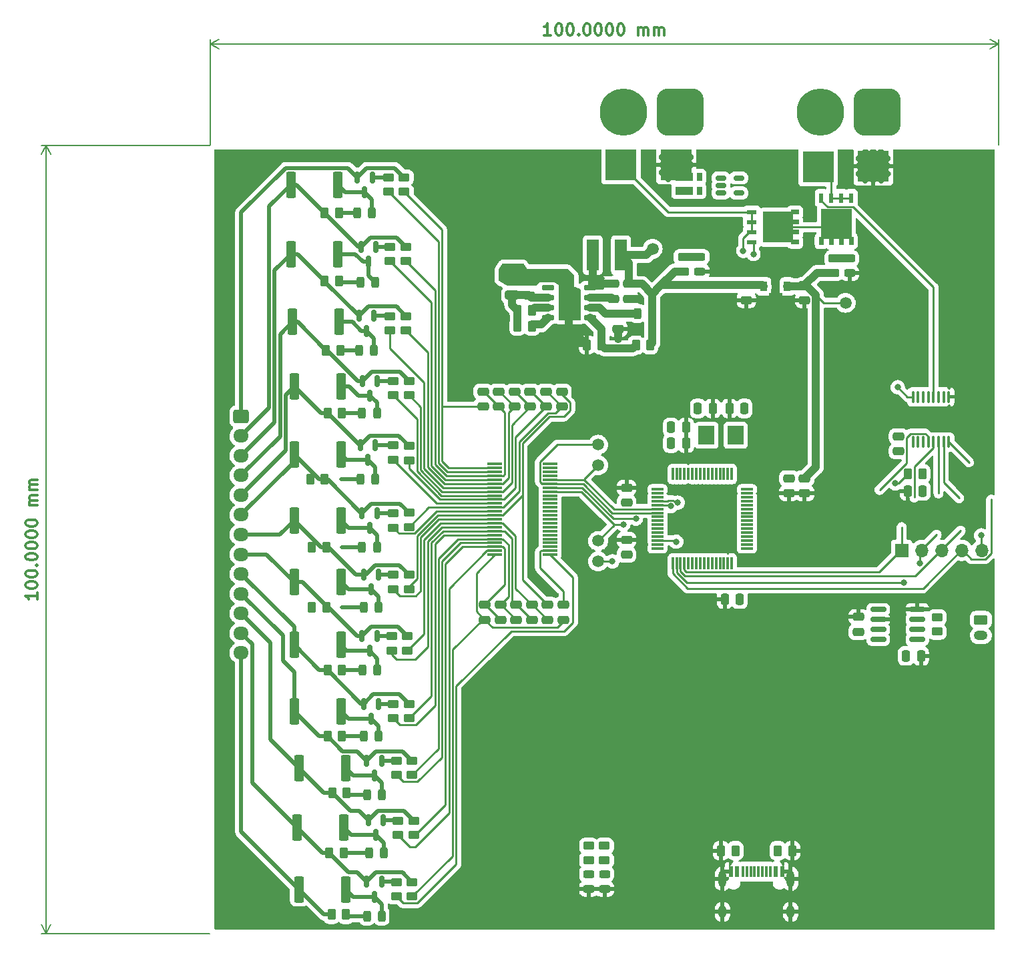
<source format=gbr>
%TF.GenerationSoftware,KiCad,Pcbnew,(6.0.7-1)-1*%
%TF.CreationDate,2022-08-24T14:53:57+02:00*%
%TF.ProjectId,Flux_BMS,466c7578-5f42-44d5-932e-6b696361645f,rev?*%
%TF.SameCoordinates,Original*%
%TF.FileFunction,Copper,L1,Top*%
%TF.FilePolarity,Positive*%
%FSLAX46Y46*%
G04 Gerber Fmt 4.6, Leading zero omitted, Abs format (unit mm)*
G04 Created by KiCad (PCBNEW (6.0.7-1)-1) date 2022-08-24 14:53:57*
%MOMM*%
%LPD*%
G01*
G04 APERTURE LIST*
G04 Aperture macros list*
%AMRoundRect*
0 Rectangle with rounded corners*
0 $1 Rounding radius*
0 $2 $3 $4 $5 $6 $7 $8 $9 X,Y pos of 4 corners*
0 Add a 4 corners polygon primitive as box body*
4,1,4,$2,$3,$4,$5,$6,$7,$8,$9,$2,$3,0*
0 Add four circle primitives for the rounded corners*
1,1,$1+$1,$2,$3*
1,1,$1+$1,$4,$5*
1,1,$1+$1,$6,$7*
1,1,$1+$1,$8,$9*
0 Add four rect primitives between the rounded corners*
20,1,$1+$1,$2,$3,$4,$5,0*
20,1,$1+$1,$4,$5,$6,$7,0*
20,1,$1+$1,$6,$7,$8,$9,0*
20,1,$1+$1,$8,$9,$2,$3,0*%
%AMFreePoly0*
4,1,45,2.773536,2.213536,2.775000,2.210000,2.775000,1.600000,2.773536,1.596464,2.770000,1.595000,2.065000,1.595000,2.065000,0.945000,2.770000,0.945000,2.773536,0.943536,2.775000,0.940000,2.775000,0.330000,2.773536,0.326464,2.770000,0.325000,2.065000,0.325000,2.065000,-0.325000,2.770000,-0.325000,2.773536,-0.326464,2.775000,-0.330000,2.775000,-0.940000,2.773536,-0.943536,
2.770000,-0.945000,2.065000,-0.945000,2.065000,-1.595000,2.770000,-1.595000,2.773536,-1.596464,2.775000,-1.600000,2.775000,-2.210000,2.773536,-2.213536,2.770000,-2.215000,1.750000,-2.215000,1.746464,-2.213536,1.745000,-2.210000,1.745000,-1.960000,-1.750000,-1.960000,-1.753536,-1.958536,-1.755000,-1.955000,-1.755000,1.955000,-1.753536,1.958536,-1.750000,1.960000,1.745000,1.960000,
1.745000,2.210000,1.746464,2.213536,1.750000,2.215000,2.770000,2.215000,2.773536,2.213536,2.773536,2.213536,$1*%
%AMFreePoly1*
4,1,9,3.862500,-0.866500,0.737500,-0.866500,0.737500,-0.450000,-0.737500,-0.450000,-0.737500,0.450000,0.737500,0.450000,0.737500,0.866500,3.862500,0.866500,3.862500,-0.866500,3.862500,-0.866500,$1*%
G04 Aperture macros list end*
%TA.AperFunction,NonConductor*%
%ADD10C,0.200000*%
%TD*%
%ADD11C,0.300000*%
%TA.AperFunction,NonConductor*%
%ADD12C,0.300000*%
%TD*%
%TA.AperFunction,SMDPad,CuDef*%
%ADD13RoundRect,0.243750X0.456250X-0.243750X0.456250X0.243750X-0.456250X0.243750X-0.456250X-0.243750X0*%
%TD*%
%TA.AperFunction,SMDPad,CuDef*%
%ADD14RoundRect,0.250000X-0.450000X0.262500X-0.450000X-0.262500X0.450000X-0.262500X0.450000X0.262500X0*%
%TD*%
%TA.AperFunction,SMDPad,CuDef*%
%ADD15C,1.500000*%
%TD*%
%TA.AperFunction,SMDPad,CuDef*%
%ADD16RoundRect,0.250000X-0.362500X-1.425000X0.362500X-1.425000X0.362500X1.425000X-0.362500X1.425000X0*%
%TD*%
%TA.AperFunction,SMDPad,CuDef*%
%ADD17RoundRect,0.150000X-0.650000X-0.150000X0.650000X-0.150000X0.650000X0.150000X-0.650000X0.150000X0*%
%TD*%
%TA.AperFunction,SMDPad,CuDef*%
%ADD18R,2.410000X3.100000*%
%TD*%
%TA.AperFunction,ComponentPad*%
%ADD19RoundRect,1.500000X1.500000X1.500000X-1.500000X1.500000X-1.500000X-1.500000X1.500000X-1.500000X0*%
%TD*%
%TA.AperFunction,ComponentPad*%
%ADD20C,6.000000*%
%TD*%
%TA.AperFunction,SMDPad,CuDef*%
%ADD21RoundRect,0.250000X0.650000X-0.325000X0.650000X0.325000X-0.650000X0.325000X-0.650000X-0.325000X0*%
%TD*%
%TA.AperFunction,SMDPad,CuDef*%
%ADD22RoundRect,0.250000X-0.250000X-0.475000X0.250000X-0.475000X0.250000X0.475000X-0.250000X0.475000X0*%
%TD*%
%TA.AperFunction,ComponentPad*%
%ADD23RoundRect,0.250000X-0.725000X0.600000X-0.725000X-0.600000X0.725000X-0.600000X0.725000X0.600000X0*%
%TD*%
%TA.AperFunction,ComponentPad*%
%ADD24O,1.950000X1.700000*%
%TD*%
%TA.AperFunction,SMDPad,CuDef*%
%ADD25RoundRect,0.250000X-0.262500X-0.450000X0.262500X-0.450000X0.262500X0.450000X-0.262500X0.450000X0*%
%TD*%
%TA.AperFunction,SMDPad,CuDef*%
%ADD26RoundRect,0.250000X-0.475000X0.250000X-0.475000X-0.250000X0.475000X-0.250000X0.475000X0.250000X0*%
%TD*%
%TA.AperFunction,SMDPad,CuDef*%
%ADD27R,2.287000X1.010000*%
%TD*%
%TA.AperFunction,SMDPad,CuDef*%
%ADD28R,0.762000X1.010000*%
%TD*%
%TA.AperFunction,ComponentPad*%
%ADD29C,0.600000*%
%TD*%
%TA.AperFunction,SMDPad,CuDef*%
%ADD30R,4.000000X4.000000*%
%TD*%
%TA.AperFunction,SMDPad,CuDef*%
%ADD31RoundRect,0.250000X0.450000X-0.262500X0.450000X0.262500X-0.450000X0.262500X-0.450000X-0.262500X0*%
%TD*%
%TA.AperFunction,SMDPad,CuDef*%
%ADD32R,0.600000X1.450000*%
%TD*%
%TA.AperFunction,SMDPad,CuDef*%
%ADD33R,0.300000X1.450000*%
%TD*%
%TA.AperFunction,ComponentPad*%
%ADD34O,1.000000X1.600000*%
%TD*%
%TA.AperFunction,ComponentPad*%
%ADD35O,1.000000X2.100000*%
%TD*%
%TA.AperFunction,SMDPad,CuDef*%
%ADD36RoundRect,0.150000X-0.150000X0.587500X-0.150000X-0.587500X0.150000X-0.587500X0.150000X0.587500X0*%
%TD*%
%TA.AperFunction,SMDPad,CuDef*%
%ADD37RoundRect,0.243750X-0.243750X-0.456250X0.243750X-0.456250X0.243750X0.456250X-0.243750X0.456250X0*%
%TD*%
%TA.AperFunction,SMDPad,CuDef*%
%ADD38R,0.610000X1.270000*%
%TD*%
%TA.AperFunction,SMDPad,CuDef*%
%ADD39FreePoly0,270.000000*%
%TD*%
%TA.AperFunction,SMDPad,CuDef*%
%ADD40RoundRect,0.250000X0.475000X-0.250000X0.475000X0.250000X-0.475000X0.250000X-0.475000X-0.250000X0*%
%TD*%
%TA.AperFunction,SMDPad,CuDef*%
%ADD41RoundRect,0.150000X-0.825000X-0.150000X0.825000X-0.150000X0.825000X0.150000X-0.825000X0.150000X0*%
%TD*%
%TA.AperFunction,SMDPad,CuDef*%
%ADD42RoundRect,0.250000X0.250000X0.475000X-0.250000X0.475000X-0.250000X-0.475000X0.250000X-0.475000X0*%
%TD*%
%TA.AperFunction,SMDPad,CuDef*%
%ADD43RoundRect,0.250000X0.262500X0.450000X-0.262500X0.450000X-0.262500X-0.450000X0.262500X-0.450000X0*%
%TD*%
%TA.AperFunction,SMDPad,CuDef*%
%ADD44R,0.900000X1.300000*%
%TD*%
%TA.AperFunction,SMDPad,CuDef*%
%ADD45FreePoly1,270.000000*%
%TD*%
%TA.AperFunction,SMDPad,CuDef*%
%ADD46RoundRect,0.100000X0.100000X-0.637500X0.100000X0.637500X-0.100000X0.637500X-0.100000X-0.637500X0*%
%TD*%
%TA.AperFunction,SMDPad,CuDef*%
%ADD47R,2.000000X2.400000*%
%TD*%
%TA.AperFunction,ComponentPad*%
%ADD48R,1.700000X1.700000*%
%TD*%
%TA.AperFunction,ComponentPad*%
%ADD49O,1.700000X1.700000*%
%TD*%
%TA.AperFunction,SMDPad,CuDef*%
%ADD50R,1.270000X0.610000*%
%TD*%
%TA.AperFunction,SMDPad,CuDef*%
%ADD51FreePoly0,0.000000*%
%TD*%
%TA.AperFunction,SMDPad,CuDef*%
%ADD52RoundRect,0.075000X-0.875000X-0.075000X0.875000X-0.075000X0.875000X0.075000X-0.875000X0.075000X0*%
%TD*%
%TA.AperFunction,SMDPad,CuDef*%
%ADD53R,1.500000X4.000000*%
%TD*%
%TA.AperFunction,SMDPad,CuDef*%
%ADD54RoundRect,0.075000X-0.075000X0.700000X-0.075000X-0.700000X0.075000X-0.700000X0.075000X0.700000X0*%
%TD*%
%TA.AperFunction,SMDPad,CuDef*%
%ADD55RoundRect,0.075000X-0.700000X0.075000X-0.700000X-0.075000X0.700000X-0.075000X0.700000X0.075000X0*%
%TD*%
%TA.AperFunction,ComponentPad*%
%ADD56RoundRect,0.250000X-0.625000X0.350000X-0.625000X-0.350000X0.625000X-0.350000X0.625000X0.350000X0*%
%TD*%
%TA.AperFunction,ComponentPad*%
%ADD57O,1.750000X1.200000*%
%TD*%
%TA.AperFunction,SMDPad,CuDef*%
%ADD58RoundRect,0.150000X-0.512500X-0.150000X0.512500X-0.150000X0.512500X0.150000X-0.512500X0.150000X0*%
%TD*%
%TA.AperFunction,ViaPad*%
%ADD59C,0.800000*%
%TD*%
%TA.AperFunction,Conductor*%
%ADD60C,1.000000*%
%TD*%
%TA.AperFunction,Conductor*%
%ADD61C,0.250000*%
%TD*%
%TA.AperFunction,Conductor*%
%ADD62C,0.500000*%
%TD*%
G04 APERTURE END LIST*
D10*
G36*
X115105000Y-65750000D02*
G01*
X120305000Y-65750000D01*
X121105000Y-66550000D01*
X121105000Y-67950000D01*
X121905000Y-68350000D01*
X121905000Y-72150000D01*
X119305000Y-72150000D01*
X119305000Y-67750000D01*
X118705000Y-67350000D01*
X116705000Y-67350000D01*
X116305000Y-67750000D01*
X112705000Y-67750000D01*
X111705000Y-67150000D01*
X111705000Y-65750000D01*
X112105000Y-65150000D01*
X114705000Y-65150000D01*
X115105000Y-65750000D01*
G37*
X115105000Y-65750000D02*
X120305000Y-65750000D01*
X121105000Y-66550000D01*
X121105000Y-67950000D01*
X121905000Y-68350000D01*
X121905000Y-72150000D01*
X119305000Y-72150000D01*
X119305000Y-67750000D01*
X118705000Y-67350000D01*
X116705000Y-67350000D01*
X116305000Y-67750000D01*
X112705000Y-67750000D01*
X111705000Y-67150000D01*
X111705000Y-65750000D01*
X112105000Y-65150000D01*
X114705000Y-65150000D01*
X115105000Y-65750000D01*
D11*
D12*
X118214285Y-36078571D02*
X117357142Y-36078571D01*
X117785714Y-36078571D02*
X117785714Y-34578571D01*
X117642857Y-34792857D01*
X117500000Y-34935714D01*
X117357142Y-35007142D01*
X119142857Y-34578571D02*
X119285714Y-34578571D01*
X119428571Y-34650000D01*
X119500000Y-34721428D01*
X119571428Y-34864285D01*
X119642857Y-35150000D01*
X119642857Y-35507142D01*
X119571428Y-35792857D01*
X119500000Y-35935714D01*
X119428571Y-36007142D01*
X119285714Y-36078571D01*
X119142857Y-36078571D01*
X119000000Y-36007142D01*
X118928571Y-35935714D01*
X118857142Y-35792857D01*
X118785714Y-35507142D01*
X118785714Y-35150000D01*
X118857142Y-34864285D01*
X118928571Y-34721428D01*
X119000000Y-34650000D01*
X119142857Y-34578571D01*
X120571428Y-34578571D02*
X120714285Y-34578571D01*
X120857142Y-34650000D01*
X120928571Y-34721428D01*
X121000000Y-34864285D01*
X121071428Y-35150000D01*
X121071428Y-35507142D01*
X121000000Y-35792857D01*
X120928571Y-35935714D01*
X120857142Y-36007142D01*
X120714285Y-36078571D01*
X120571428Y-36078571D01*
X120428571Y-36007142D01*
X120357142Y-35935714D01*
X120285714Y-35792857D01*
X120214285Y-35507142D01*
X120214285Y-35150000D01*
X120285714Y-34864285D01*
X120357142Y-34721428D01*
X120428571Y-34650000D01*
X120571428Y-34578571D01*
X121714285Y-35935714D02*
X121785714Y-36007142D01*
X121714285Y-36078571D01*
X121642857Y-36007142D01*
X121714285Y-35935714D01*
X121714285Y-36078571D01*
X122714285Y-34578571D02*
X122857142Y-34578571D01*
X123000000Y-34650000D01*
X123071428Y-34721428D01*
X123142857Y-34864285D01*
X123214285Y-35150000D01*
X123214285Y-35507142D01*
X123142857Y-35792857D01*
X123071428Y-35935714D01*
X123000000Y-36007142D01*
X122857142Y-36078571D01*
X122714285Y-36078571D01*
X122571428Y-36007142D01*
X122500000Y-35935714D01*
X122428571Y-35792857D01*
X122357142Y-35507142D01*
X122357142Y-35150000D01*
X122428571Y-34864285D01*
X122500000Y-34721428D01*
X122571428Y-34650000D01*
X122714285Y-34578571D01*
X124142857Y-34578571D02*
X124285714Y-34578571D01*
X124428571Y-34650000D01*
X124500000Y-34721428D01*
X124571428Y-34864285D01*
X124642857Y-35150000D01*
X124642857Y-35507142D01*
X124571428Y-35792857D01*
X124500000Y-35935714D01*
X124428571Y-36007142D01*
X124285714Y-36078571D01*
X124142857Y-36078571D01*
X124000000Y-36007142D01*
X123928571Y-35935714D01*
X123857142Y-35792857D01*
X123785714Y-35507142D01*
X123785714Y-35150000D01*
X123857142Y-34864285D01*
X123928571Y-34721428D01*
X124000000Y-34650000D01*
X124142857Y-34578571D01*
X125571428Y-34578571D02*
X125714285Y-34578571D01*
X125857142Y-34650000D01*
X125928571Y-34721428D01*
X126000000Y-34864285D01*
X126071428Y-35150000D01*
X126071428Y-35507142D01*
X126000000Y-35792857D01*
X125928571Y-35935714D01*
X125857142Y-36007142D01*
X125714285Y-36078571D01*
X125571428Y-36078571D01*
X125428571Y-36007142D01*
X125357142Y-35935714D01*
X125285714Y-35792857D01*
X125214285Y-35507142D01*
X125214285Y-35150000D01*
X125285714Y-34864285D01*
X125357142Y-34721428D01*
X125428571Y-34650000D01*
X125571428Y-34578571D01*
X127000000Y-34578571D02*
X127142857Y-34578571D01*
X127285714Y-34650000D01*
X127357142Y-34721428D01*
X127428571Y-34864285D01*
X127500000Y-35150000D01*
X127500000Y-35507142D01*
X127428571Y-35792857D01*
X127357142Y-35935714D01*
X127285714Y-36007142D01*
X127142857Y-36078571D01*
X127000000Y-36078571D01*
X126857142Y-36007142D01*
X126785714Y-35935714D01*
X126714285Y-35792857D01*
X126642857Y-35507142D01*
X126642857Y-35150000D01*
X126714285Y-34864285D01*
X126785714Y-34721428D01*
X126857142Y-34650000D01*
X127000000Y-34578571D01*
X129285714Y-36078571D02*
X129285714Y-35078571D01*
X129285714Y-35221428D02*
X129357142Y-35150000D01*
X129500000Y-35078571D01*
X129714285Y-35078571D01*
X129857142Y-35150000D01*
X129928571Y-35292857D01*
X129928571Y-36078571D01*
X129928571Y-35292857D02*
X130000000Y-35150000D01*
X130142857Y-35078571D01*
X130357142Y-35078571D01*
X130500000Y-35150000D01*
X130571428Y-35292857D01*
X130571428Y-36078571D01*
X131285714Y-36078571D02*
X131285714Y-35078571D01*
X131285714Y-35221428D02*
X131357142Y-35150000D01*
X131500000Y-35078571D01*
X131714285Y-35078571D01*
X131857142Y-35150000D01*
X131928571Y-35292857D01*
X131928571Y-36078571D01*
X131928571Y-35292857D02*
X132000000Y-35150000D01*
X132142857Y-35078571D01*
X132357142Y-35078571D01*
X132500000Y-35150000D01*
X132571428Y-35292857D01*
X132571428Y-36078571D01*
D10*
X75000000Y-49950000D02*
X75000000Y-36613580D01*
X175000000Y-49950000D02*
X175000000Y-36613580D01*
X75000000Y-37200000D02*
X175000000Y-37200000D01*
X75000000Y-37200000D02*
X175000000Y-37200000D01*
X75000000Y-37200000D02*
X76126504Y-37786421D01*
X75000000Y-37200000D02*
X76126504Y-36613579D01*
X175000000Y-37200000D02*
X173873496Y-36613579D01*
X175000000Y-37200000D02*
X173873496Y-37786421D01*
D11*
D12*
X53078571Y-106785714D02*
X53078571Y-107642857D01*
X53078571Y-107214285D02*
X51578571Y-107214285D01*
X51792857Y-107357142D01*
X51935714Y-107500000D01*
X52007142Y-107642857D01*
X51578571Y-105857142D02*
X51578571Y-105714285D01*
X51650000Y-105571428D01*
X51721428Y-105500000D01*
X51864285Y-105428571D01*
X52150000Y-105357142D01*
X52507142Y-105357142D01*
X52792857Y-105428571D01*
X52935714Y-105500000D01*
X53007142Y-105571428D01*
X53078571Y-105714285D01*
X53078571Y-105857142D01*
X53007142Y-106000000D01*
X52935714Y-106071428D01*
X52792857Y-106142857D01*
X52507142Y-106214285D01*
X52150000Y-106214285D01*
X51864285Y-106142857D01*
X51721428Y-106071428D01*
X51650000Y-106000000D01*
X51578571Y-105857142D01*
X51578571Y-104428571D02*
X51578571Y-104285714D01*
X51650000Y-104142857D01*
X51721428Y-104071428D01*
X51864285Y-104000000D01*
X52150000Y-103928571D01*
X52507142Y-103928571D01*
X52792857Y-104000000D01*
X52935714Y-104071428D01*
X53007142Y-104142857D01*
X53078571Y-104285714D01*
X53078571Y-104428571D01*
X53007142Y-104571428D01*
X52935714Y-104642857D01*
X52792857Y-104714285D01*
X52507142Y-104785714D01*
X52150000Y-104785714D01*
X51864285Y-104714285D01*
X51721428Y-104642857D01*
X51650000Y-104571428D01*
X51578571Y-104428571D01*
X52935714Y-103285714D02*
X53007142Y-103214285D01*
X53078571Y-103285714D01*
X53007142Y-103357142D01*
X52935714Y-103285714D01*
X53078571Y-103285714D01*
X51578571Y-102285714D02*
X51578571Y-102142857D01*
X51650000Y-102000000D01*
X51721428Y-101928571D01*
X51864285Y-101857142D01*
X52150000Y-101785714D01*
X52507142Y-101785714D01*
X52792857Y-101857142D01*
X52935714Y-101928571D01*
X53007142Y-102000000D01*
X53078571Y-102142857D01*
X53078571Y-102285714D01*
X53007142Y-102428571D01*
X52935714Y-102500000D01*
X52792857Y-102571428D01*
X52507142Y-102642857D01*
X52150000Y-102642857D01*
X51864285Y-102571428D01*
X51721428Y-102500000D01*
X51650000Y-102428571D01*
X51578571Y-102285714D01*
X51578571Y-100857142D02*
X51578571Y-100714285D01*
X51650000Y-100571428D01*
X51721428Y-100500000D01*
X51864285Y-100428571D01*
X52150000Y-100357142D01*
X52507142Y-100357142D01*
X52792857Y-100428571D01*
X52935714Y-100500000D01*
X53007142Y-100571428D01*
X53078571Y-100714285D01*
X53078571Y-100857142D01*
X53007142Y-101000000D01*
X52935714Y-101071428D01*
X52792857Y-101142857D01*
X52507142Y-101214285D01*
X52150000Y-101214285D01*
X51864285Y-101142857D01*
X51721428Y-101071428D01*
X51650000Y-101000000D01*
X51578571Y-100857142D01*
X51578571Y-99428571D02*
X51578571Y-99285714D01*
X51650000Y-99142857D01*
X51721428Y-99071428D01*
X51864285Y-99000000D01*
X52150000Y-98928571D01*
X52507142Y-98928571D01*
X52792857Y-99000000D01*
X52935714Y-99071428D01*
X53007142Y-99142857D01*
X53078571Y-99285714D01*
X53078571Y-99428571D01*
X53007142Y-99571428D01*
X52935714Y-99642857D01*
X52792857Y-99714285D01*
X52507142Y-99785714D01*
X52150000Y-99785714D01*
X51864285Y-99714285D01*
X51721428Y-99642857D01*
X51650000Y-99571428D01*
X51578571Y-99428571D01*
X51578571Y-98000000D02*
X51578571Y-97857142D01*
X51650000Y-97714285D01*
X51721428Y-97642857D01*
X51864285Y-97571428D01*
X52150000Y-97500000D01*
X52507142Y-97500000D01*
X52792857Y-97571428D01*
X52935714Y-97642857D01*
X53007142Y-97714285D01*
X53078571Y-97857142D01*
X53078571Y-98000000D01*
X53007142Y-98142857D01*
X52935714Y-98214285D01*
X52792857Y-98285714D01*
X52507142Y-98357142D01*
X52150000Y-98357142D01*
X51864285Y-98285714D01*
X51721428Y-98214285D01*
X51650000Y-98142857D01*
X51578571Y-98000000D01*
X53078571Y-95714285D02*
X52078571Y-95714285D01*
X52221428Y-95714285D02*
X52150000Y-95642857D01*
X52078571Y-95500000D01*
X52078571Y-95285714D01*
X52150000Y-95142857D01*
X52292857Y-95071428D01*
X53078571Y-95071428D01*
X52292857Y-95071428D02*
X52150000Y-95000000D01*
X52078571Y-94857142D01*
X52078571Y-94642857D01*
X52150000Y-94500000D01*
X52292857Y-94428571D01*
X53078571Y-94428571D01*
X53078571Y-93714285D02*
X52078571Y-93714285D01*
X52221428Y-93714285D02*
X52150000Y-93642857D01*
X52078571Y-93500000D01*
X52078571Y-93285714D01*
X52150000Y-93142857D01*
X52292857Y-93071428D01*
X53078571Y-93071428D01*
X52292857Y-93071428D02*
X52150000Y-93000000D01*
X52078571Y-92857142D01*
X52078571Y-92642857D01*
X52150000Y-92500000D01*
X52292857Y-92428571D01*
X53078571Y-92428571D01*
D10*
X74900000Y-50000000D02*
X53613580Y-50000000D01*
X74900000Y-150000000D02*
X53613580Y-150000000D01*
X54200000Y-50000000D02*
X54200000Y-150000000D01*
X54200000Y-50000000D02*
X54200000Y-150000000D01*
X54200000Y-50000000D02*
X53613579Y-51126504D01*
X54200000Y-50000000D02*
X54786421Y-51126504D01*
X54200000Y-150000000D02*
X54786421Y-148873496D01*
X54200000Y-150000000D02*
X53613579Y-148873496D01*
D13*
%TO.P,D16,1,K*%
%TO.N,GND*%
X156100000Y-66237500D03*
%TO.P,D16,2,A*%
%TO.N,Net-(D16-Pad2)*%
X156100000Y-64362500D03*
%TD*%
D14*
%TO.P,R20,1*%
%TO.N,/LTC6811/CELL+_12*%
X99600000Y-54087500D03*
%TO.P,R20,2*%
%TO.N,/LTC6811/SENSE+_12*%
X99600000Y-55912500D03*
%TD*%
D15*
%TO.P,TP1,1,1*%
%TO.N,+5V*%
X131105000Y-63150000D03*
%TD*%
D16*
%TO.P,R3,1*%
%TO.N,/LTC6811/CELL+_9*%
X85437500Y-72400000D03*
%TO.P,R3,2*%
%TO.N,Net-(D3-Pad2)*%
X91362500Y-72400000D03*
%TD*%
D17*
%TO.P,U7,1*%
%TO.N,N/C*%
X117855000Y-68045000D03*
%TO.P,U7,2,IN*%
%TO.N,V+*%
X117855000Y-69315000D03*
%TO.P,U7,3,EN*%
%TO.N,Net-(R55-Pad2)*%
X117855000Y-70585000D03*
%TO.P,U7,4,RON*%
%TO.N,Net-(R56-Pad2)*%
X117855000Y-71855000D03*
%TO.P,U7,5,FB*%
%TO.N,Net-(R57-Pad2)*%
X123155000Y-71855000D03*
%TO.P,U7,6,VCC*%
%TO.N,Net-(C35-Pad1)*%
X123155000Y-70585000D03*
%TO.P,U7,7,BS*%
%TO.N,Net-(C36-Pad1)*%
X123155000Y-69315000D03*
%TO.P,U7,8,LX*%
%TO.N,Net-(C36-Pad2)*%
X123155000Y-68045000D03*
D18*
%TO.P,U7,9,GND*%
%TO.N,GND*%
X120505000Y-69950000D03*
%TD*%
D13*
%TO.P,D2,1,K*%
%TO.N,GND*%
X125010000Y-144337500D03*
%TO.P,D2,2,A*%
%TO.N,Net-(D2-Pad2)*%
X125010000Y-142462500D03*
%TD*%
D19*
%TO.P,J6,1,Pin_1*%
%TO.N,unconnected-(J6-Pad1)*%
X159600000Y-45800000D03*
D20*
%TO.P,J6,2,Pin_2*%
%TO.N,unconnected-(J6-Pad2)*%
X152400000Y-45800000D03*
%TD*%
D21*
%TO.P,C33,1*%
%TO.N,V+*%
X113305000Y-69025000D03*
%TO.P,C33,2*%
%TO.N,GND*%
X113305000Y-66075000D03*
%TD*%
D22*
%TO.P,C15,1*%
%TO.N,PH1*%
X136850000Y-83400000D03*
%TO.P,C15,2*%
%TO.N,GND*%
X138750000Y-83400000D03*
%TD*%
D23*
%TO.P,J1,1,Pin_1*%
%TO.N,/LTC6811/CELL+_12*%
X78925000Y-84400000D03*
D24*
%TO.P,J1,2,Pin_2*%
%TO.N,/LTC6811/CELL+_11*%
X78925000Y-86900000D03*
%TO.P,J1,3,Pin_3*%
%TO.N,/LTC6811/CELL+_10*%
X78925000Y-89400000D03*
%TO.P,J1,4,Pin_4*%
%TO.N,/LTC6811/CELL+_9*%
X78925000Y-91900000D03*
%TO.P,J1,5,Pin_5*%
%TO.N,/LTC6811/CELL+_8*%
X78925000Y-94400000D03*
%TO.P,J1,6,Pin_6*%
%TO.N,/LTC6811/CELL+_7*%
X78925000Y-96900000D03*
%TO.P,J1,7,Pin_7*%
%TO.N,/LTC6811/CELL+_6*%
X78925000Y-99400000D03*
%TO.P,J1,8,Pin_8*%
%TO.N,/LTC6811/CELL+_5*%
X78925000Y-101900000D03*
%TO.P,J1,9,Pin_9*%
%TO.N,/LTC6811/CELL+_4*%
X78925000Y-104400000D03*
%TO.P,J1,10,Pin_10*%
%TO.N,/LTC6811/CELL+_3*%
X78925000Y-106900000D03*
%TO.P,J1,11,Pin_11*%
%TO.N,/LTC6811/CELL+_2*%
X78925000Y-109400000D03*
%TO.P,J1,12,Pin_12*%
%TO.N,/LTC6811/CELL+_1*%
X78925000Y-111900000D03*
%TO.P,J1,13,Pin_13*%
%TO.N,/LTC6811/CELL-_1*%
X78925000Y-114400000D03*
%TD*%
D25*
%TO.P,R42,1*%
%TO.N,/LTC6811/CELL+_8*%
X89887500Y-84000000D03*
%TO.P,R42,2*%
%TO.N,Net-(D4-Pad1)*%
X91712500Y-84000000D03*
%TD*%
D14*
%TO.P,R35,1*%
%TO.N,/LTC6811/CELL+_4*%
X100200000Y-120887500D03*
%TO.P,R35,2*%
%TO.N,/LTC6811/SENSE+_4*%
X100200000Y-122712500D03*
%TD*%
D15*
%TO.P,TP2,1,1*%
%TO.N,/LTC6811/LTC_CS*%
X124200000Y-100200000D03*
%TD*%
D25*
%TO.P,R51,1*%
%TO.N,/LTC6811/CELL+_10*%
X89487500Y-67200000D03*
%TO.P,R51,2*%
%TO.N,Net-(D13-Pad1)*%
X91312500Y-67200000D03*
%TD*%
D26*
%TO.P,C38,1*%
%TO.N,+5V*%
X143000000Y-67750000D03*
%TO.P,C38,2*%
%TO.N,GND*%
X143000000Y-69650000D03*
%TD*%
D27*
%TO.P,R67,1,1*%
%TO.N,unconnected-(R67-Pad1)*%
X135128000Y-54015000D03*
D28*
%TO.P,R67,2,2*%
%TO.N,unconnected-(R67-Pad2)*%
X137034000Y-54015000D03*
%TO.P,R67,3,3*%
%TO.N,unconnected-(R67-Pad3)*%
X137034000Y-55785000D03*
D27*
%TO.P,R67,4,4*%
%TO.N,unconnected-(R67-Pad4)*%
X135128500Y-55785000D03*
%TD*%
D14*
%TO.P,R2,1*%
%TO.N,/LTC6811/CELL+_10*%
X99800000Y-71687500D03*
%TO.P,R2,2*%
%TO.N,/LTC6811/SENSE+_10*%
X99800000Y-73512500D03*
%TD*%
D29*
%TO.P,TP7,1,1*%
%TO.N,GND*%
X133600000Y-52960000D03*
X135600000Y-53960000D03*
X132600000Y-52960000D03*
X134600000Y-52960000D03*
X133600000Y-53960000D03*
X134600000Y-53960000D03*
X133600000Y-51960000D03*
X132600000Y-51960000D03*
X134600000Y-50960000D03*
X135600000Y-50960000D03*
X135600000Y-52960000D03*
D30*
X134100000Y-52460000D03*
D29*
X132600000Y-50960000D03*
X135600000Y-51960000D03*
X134600000Y-51960000D03*
X133600000Y-50960000D03*
X132600000Y-53960000D03*
%TD*%
D31*
%TO.P,R59,1*%
%TO.N,+3V3*%
X154100000Y-66212500D03*
%TO.P,R59,2*%
%TO.N,Net-(D16-Pad2)*%
X154100000Y-64387500D03*
%TD*%
D14*
%TO.P,R32,1*%
%TO.N,/LTC6811/CELL+_11*%
X99800000Y-62887500D03*
%TO.P,R32,2*%
%TO.N,/LTC6811/SENSE+_11*%
X99800000Y-64712500D03*
%TD*%
%TO.P,R14,1*%
%TO.N,/LTC6811/CELL+_6*%
X100200000Y-104487500D03*
%TO.P,R14,2*%
%TO.N,/LTC6811/SENSE+_6*%
X100200000Y-106312500D03*
%TD*%
D16*
%TO.P,R33,1*%
%TO.N,/LTC6811/CELL+_10*%
X85237500Y-63800000D03*
%TO.P,R33,2*%
%TO.N,Net-(D13-Pad2)*%
X91162500Y-63800000D03*
%TD*%
D32*
%TO.P,J5,A1,GND*%
%TO.N,GND*%
X141050000Y-142155000D03*
%TO.P,J5,A4,VBUS*%
%TO.N,+5V*%
X141850000Y-142155000D03*
D33*
%TO.P,J5,A5,CC1*%
%TO.N,Net-(J5-PadA5)*%
X143050000Y-142155000D03*
%TO.P,J5,A6,D+*%
%TO.N,/STM32L476/USB_DP*%
X144050000Y-142155000D03*
%TO.P,J5,A7,D-*%
%TO.N,/STM32L476/USB_DM*%
X144550000Y-142155000D03*
%TO.P,J5,A8,SBU1*%
%TO.N,unconnected-(J5-PadA8)*%
X145550000Y-142155000D03*
D32*
%TO.P,J5,A9,VBUS*%
%TO.N,+5V*%
X146750000Y-142155000D03*
%TO.P,J5,A12,GND*%
%TO.N,GND*%
X147550000Y-142155000D03*
%TO.P,J5,B1,GND*%
X147550000Y-142155000D03*
%TO.P,J5,B4,VBUS*%
%TO.N,+5V*%
X146750000Y-142155000D03*
D33*
%TO.P,J5,B5,CC2*%
%TO.N,Net-(J5-PadB5)*%
X146050000Y-142155000D03*
%TO.P,J5,B6,D+*%
%TO.N,/STM32L476/USB_DP*%
X145050000Y-142155000D03*
%TO.P,J5,B7,D-*%
%TO.N,/STM32L476/USB_DM*%
X143550000Y-142155000D03*
%TO.P,J5,B8,SBU2*%
%TO.N,unconnected-(J5-PadB8)*%
X142550000Y-142155000D03*
D32*
%TO.P,J5,B9,VBUS*%
%TO.N,+5V*%
X141850000Y-142155000D03*
%TO.P,J5,B12,GND*%
%TO.N,GND*%
X141050000Y-142155000D03*
D34*
%TO.P,J5,S1,SHIELD*%
X139980000Y-147250000D03*
D35*
X148620000Y-143070000D03*
X139980000Y-143070000D03*
D34*
X148620000Y-147250000D03*
%TD*%
D36*
%TO.P,Q7,1,G*%
%TO.N,Net-(Q7-Pad1)*%
X95550000Y-54062500D03*
%TO.P,Q7,2,S*%
%TO.N,/LTC6811/CELL+_12*%
X93650000Y-54062500D03*
%TO.P,Q7,3,D*%
%TO.N,Net-(D9-Pad2)*%
X94600000Y-55937500D03*
%TD*%
D37*
%TO.P,D3,1,K*%
%TO.N,Net-(D3-Pad1)*%
X93862500Y-76000000D03*
%TO.P,D3,2,A*%
%TO.N,Net-(D3-Pad2)*%
X95737500Y-76000000D03*
%TD*%
D38*
%TO.P,Q14,1,S*%
%TO.N,CHARGER+*%
X153765000Y-56695000D03*
X155035000Y-56695000D03*
X156305000Y-56695000D03*
D39*
%TO.P,Q14,2,D*%
%TO.N,Net-(Q13-Pad2)*%
X154400000Y-59900000D03*
D38*
%TO.P,Q14,3,G*%
%TO.N,Net-(Q14-Pad3)*%
X152495000Y-56695000D03*
%TD*%
D40*
%TO.P,C4,1*%
%TO.N,/LTC6811/SENSE+_7*%
X119600000Y-83150000D03*
%TO.P,C4,2*%
%TO.N,/LTC6811/SENSE+_6*%
X119600000Y-81250000D03*
%TD*%
D22*
%TO.P,C24,1*%
%TO.N,+3V3*%
X163250000Y-114800000D03*
%TO.P,C24,2*%
%TO.N,GND*%
X165150000Y-114800000D03*
%TD*%
D36*
%TO.P,Q12,1,G*%
%TO.N,Net-(Q12-Pad1)*%
X96350000Y-120862500D03*
%TO.P,Q12,2,S*%
%TO.N,/LTC6811/CELL+_4*%
X94450000Y-120862500D03*
%TO.P,Q12,3,D*%
%TO.N,Net-(D14-Pad2)*%
X95400000Y-122737500D03*
%TD*%
D41*
%TO.P,U4,1,TXD*%
%TO.N,/CAN/CAN_TX*%
X159725000Y-108895000D03*
%TO.P,U4,2,GND*%
%TO.N,GND*%
X159725000Y-110165000D03*
%TO.P,U4,3,VCC*%
%TO.N,+5V*%
X159725000Y-111435000D03*
%TO.P,U4,4,RXD*%
%TO.N,/CAN/CAN_RX*%
X159725000Y-112705000D03*
%TO.P,U4,5,VIO*%
%TO.N,+3V3*%
X164675000Y-112705000D03*
%TO.P,U4,6,CANL*%
%TO.N,/CAN/CAN_L*%
X164675000Y-111435000D03*
%TO.P,U4,7,CANH*%
%TO.N,/CAN/CAN_H*%
X164675000Y-110165000D03*
%TO.P,U4,8,S*%
%TO.N,GND*%
X164675000Y-108895000D03*
%TD*%
D36*
%TO.P,Q5,1,G*%
%TO.N,Net-(Q5-Pad1)*%
X96350000Y-104462500D03*
%TO.P,Q5,2,S*%
%TO.N,/LTC6811/CELL+_6*%
X94450000Y-104462500D03*
%TO.P,Q5,3,D*%
%TO.N,Net-(D7-Pad2)*%
X95400000Y-106337500D03*
%TD*%
D16*
%TO.P,R9,1*%
%TO.N,/LTC6811/CELL+_7*%
X85637500Y-89200000D03*
%TO.P,R9,2*%
%TO.N,Net-(D5-Pad2)*%
X91562500Y-89200000D03*
%TD*%
D22*
%TO.P,C20,1*%
%TO.N,VDDA*%
X133450000Y-87800000D03*
%TO.P,C20,2*%
%TO.N,GND*%
X135350000Y-87800000D03*
%TD*%
D42*
%TO.P,C13,1*%
%TO.N,PH0*%
X142750000Y-83400000D03*
%TO.P,C13,2*%
%TO.N,GND*%
X140850000Y-83400000D03*
%TD*%
D25*
%TO.P,R65,1*%
%TO.N,Net-(J5-PadB5)*%
X146987500Y-139500000D03*
%TO.P,R65,2*%
%TO.N,GND*%
X148812500Y-139500000D03*
%TD*%
D16*
%TO.P,R27,1*%
%TO.N,/LTC6811/CELL+_1*%
X86037500Y-136600000D03*
%TO.P,R27,2*%
%TO.N,Net-(D11-Pad2)*%
X91962500Y-136600000D03*
%TD*%
D37*
%TO.P,D15,1,K*%
%TO.N,Net-(C35-Pad1)*%
X129167500Y-71350000D03*
%TO.P,D15,2,A*%
%TO.N,+5V*%
X131042500Y-71350000D03*
%TD*%
D22*
%TO.P,C22,1*%
%TO.N,GND*%
X163449159Y-93869520D03*
%TO.P,C22,2*%
%TO.N,Net-(C22-Pad2)*%
X165349159Y-93869520D03*
%TD*%
D26*
%TO.P,C35,1*%
%TO.N,Net-(C35-Pad1)*%
X126705000Y-71400000D03*
%TO.P,C35,2*%
%TO.N,GND*%
X126705000Y-73300000D03*
%TD*%
D14*
%TO.P,R8,1*%
%TO.N,/LTC6811/CELL+_8*%
X100200000Y-88175000D03*
%TO.P,R8,2*%
%TO.N,/LTC6811/SENSE+_8*%
X100200000Y-90000000D03*
%TD*%
D13*
%TO.P,D1,1,K*%
%TO.N,GND*%
X123000000Y-144337500D03*
%TO.P,D1,2,A*%
%TO.N,Net-(D1-Pad2)*%
X123000000Y-142462500D03*
%TD*%
D14*
%TO.P,R5,1*%
%TO.N,/LTC6811/CELL+_9*%
X100200000Y-79887500D03*
%TO.P,R5,2*%
%TO.N,/LTC6811/SENSE+_9*%
X100200000Y-81712500D03*
%TD*%
D16*
%TO.P,R15,1*%
%TO.N,/LTC6811/CELL+_5*%
X85637500Y-105400000D03*
%TO.P,R15,2*%
%TO.N,Net-(D7-Pad2)*%
X91562500Y-105400000D03*
%TD*%
D25*
%TO.P,R41,1*%
%TO.N,/LTC6811/CELL+_9*%
X89687500Y-76000000D03*
%TO.P,R41,2*%
%TO.N,Net-(D3-Pad1)*%
X91512500Y-76000000D03*
%TD*%
%TO.P,R49,1*%
%TO.N,/LTC6811/CELL+_1*%
X90087500Y-139800000D03*
%TO.P,R49,2*%
%TO.N,Net-(D11-Pad1)*%
X91912500Y-139800000D03*
%TD*%
D16*
%TO.P,R30,1*%
%TO.N,/LTC6811/CELL-_1*%
X86237500Y-144400000D03*
%TO.P,R30,2*%
%TO.N,Net-(D12-Pad2)*%
X92162500Y-144400000D03*
%TD*%
D43*
%TO.P,R58,1*%
%TO.N,Net-(R57-Pad2)*%
X124617500Y-75350000D03*
%TO.P,R58,2*%
%TO.N,GND*%
X122792500Y-75350000D03*
%TD*%
D16*
%TO.P,R18,1*%
%TO.N,/LTC6811/CELL+_4*%
X85637500Y-113400000D03*
%TO.P,R18,2*%
%TO.N,Net-(D8-Pad2)*%
X91562500Y-113400000D03*
%TD*%
D36*
%TO.P,Q11,1,G*%
%TO.N,Net-(Q11-Pad1)*%
X96012500Y-62912500D03*
%TO.P,Q11,2,S*%
%TO.N,/LTC6811/CELL+_11*%
X94112500Y-62912500D03*
%TO.P,Q11,3,D*%
%TO.N,Net-(D13-Pad2)*%
X95062500Y-64787500D03*
%TD*%
D44*
%TO.P,U8,1,VOUT*%
%TO.N,+3V3*%
X148200000Y-67912500D03*
D45*
%TO.P,U8,2,GND*%
%TO.N,GND*%
X146700000Y-68000000D03*
D44*
%TO.P,U8,3,VIN*%
%TO.N,+5V*%
X145200000Y-67912500D03*
%TD*%
D13*
%TO.P,D17,1,K*%
%TO.N,GND*%
X137100000Y-66037500D03*
%TO.P,D17,2,A*%
%TO.N,Net-(D17-Pad2)*%
X137100000Y-64162500D03*
%TD*%
D15*
%TO.P,TP3,1,1*%
%TO.N,/LTC6811/LTC_SCK*%
X124200000Y-102800000D03*
%TD*%
D26*
%TO.P,C9,1*%
%TO.N,/LTC6811/SENSE+_2*%
X109800000Y-108300000D03*
%TO.P,C9,2*%
%TO.N,/LTC6811/SENSE+_1*%
X109800000Y-110200000D03*
%TD*%
D29*
%TO.P,TP10,1,1*%
%TO.N,GND*%
X160600000Y-54125000D03*
X159600000Y-53125000D03*
X157600000Y-51125000D03*
X159600000Y-51125000D03*
X158600000Y-51125000D03*
X160600000Y-51125000D03*
X157600000Y-53125000D03*
D30*
X159100000Y-52625000D03*
D29*
X159600000Y-52125000D03*
X159600000Y-54125000D03*
X160600000Y-53125000D03*
X158600000Y-53125000D03*
X158600000Y-54125000D03*
X158600000Y-52125000D03*
X157600000Y-52125000D03*
X157600000Y-54125000D03*
X160600000Y-52125000D03*
%TD*%
D26*
%TO.P,C8,1*%
%TO.N,/LTC6811/SENSE+_3*%
X111800000Y-108300000D03*
%TO.P,C8,2*%
%TO.N,/LTC6811/SENSE+_2*%
X111800000Y-110200000D03*
%TD*%
D31*
%TO.P,R19,1*%
%TO.N,/LTC6811/BALANCE_12*%
X97600000Y-55912500D03*
%TO.P,R19,2*%
%TO.N,Net-(Q7-Pad1)*%
X97600000Y-54087500D03*
%TD*%
D37*
%TO.P,D10,1,K*%
%TO.N,Net-(D10-Pad1)*%
X94862500Y-132400000D03*
%TO.P,D10,2,A*%
%TO.N,Net-(D10-Pad2)*%
X96737500Y-132400000D03*
%TD*%
D25*
%TO.P,R55,1*%
%TO.N,V+*%
X113992500Y-70950000D03*
%TO.P,R55,2*%
%TO.N,Net-(R55-Pad2)*%
X115817500Y-70950000D03*
%TD*%
D26*
%TO.P,C5,1*%
%TO.N,/LTC6811/SENSE+_6*%
X117800000Y-108300000D03*
%TO.P,C5,2*%
%TO.N,/LTC6811/SENSE+_5*%
X117800000Y-110200000D03*
%TD*%
D37*
%TO.P,D12,1,K*%
%TO.N,Net-(D12-Pad1)*%
X94862500Y-147800000D03*
%TO.P,D12,2,A*%
%TO.N,Net-(D12-Pad2)*%
X96737500Y-147800000D03*
%TD*%
D46*
%TO.P,U3,1,VDDCP*%
%TO.N,Net-(C23-Pad2)*%
X164124159Y-87662020D03*
%TO.P,U3,2,BAT*%
%TO.N,Net-(C22-Pad2)*%
X164774159Y-87662020D03*
%TO.P,U3,3,NC*%
%TO.N,unconnected-(U3-Pad3)*%
X165424159Y-87662020D03*
%TO.P,U3,4,CHG_EN*%
%TO.N,/Charge_control/BQ_CHG_EN*%
X166074159Y-87662020D03*
%TO.P,U3,5,CP_EN*%
%TO.N,/Charge_control/BQ_CP_EN*%
X166724159Y-87662020D03*
%TO.P,U3,6,DSG_EN*%
%TO.N,/Charge_control/BQ_DSG_EN*%
X167374159Y-87662020D03*
%TO.P,U3,7,PMON_EN*%
%TO.N,/Charge_control/BQ_PMON_EN*%
X168024159Y-87662020D03*
%TO.P,U3,8,PCHG_EN*%
%TO.N,/Charge_control/BQ_PCHG_EN*%
X168674159Y-87662020D03*
%TO.P,U3,9,VSS*%
%TO.N,GND*%
X168674159Y-81937020D03*
%TO.P,U3,10,PACKDIV*%
%TO.N,unconnected-(U3-Pad10)*%
X168024159Y-81937020D03*
%TO.P,U3,11,PACK*%
%TO.N,unconnected-(U3-Pad11)*%
X167374159Y-81937020D03*
%TO.P,U3,12,DSG*%
%TO.N,Net-(Q14-Pad3)*%
X166724159Y-81937020D03*
%TO.P,U3,13,NC*%
%TO.N,unconnected-(U3-Pad13)*%
X166074159Y-81937020D03*
%TO.P,U3,14,PCHG*%
%TO.N,unconnected-(U3-Pad14)*%
X165424159Y-81937020D03*
%TO.P,U3,15,NC*%
%TO.N,unconnected-(U3-Pad15)*%
X164774159Y-81937020D03*
%TO.P,U3,16,CHG*%
%TO.N,Net-(Q13-Pad3)*%
X164124159Y-81937020D03*
%TD*%
D37*
%TO.P,D13,1,K*%
%TO.N,Net-(D13-Pad1)*%
X94062500Y-67400000D03*
%TO.P,D13,2,A*%
%TO.N,Net-(D13-Pad2)*%
X95937500Y-67400000D03*
%TD*%
D31*
%TO.P,R16,1*%
%TO.N,/LTC6811/BALANCE_5*%
X98000000Y-114112500D03*
%TO.P,R16,2*%
%TO.N,Net-(Q6-Pad1)*%
X98000000Y-112287500D03*
%TD*%
D40*
%TO.P,C7,1*%
%TO.N,/LTC6811/SENSE+_12*%
X109600000Y-83150000D03*
%TO.P,C7,2*%
%TO.N,/LTC6811/SENSE+_11*%
X109600000Y-81250000D03*
%TD*%
D14*
%TO.P,R40,1*%
%TO.N,/CAN/CAN_H*%
X167200000Y-109887500D03*
%TO.P,R40,2*%
%TO.N,/CAN/CAN_L*%
X167200000Y-111712500D03*
%TD*%
D36*
%TO.P,Q4,1,G*%
%TO.N,Net-(Q4-Pad1)*%
X96150000Y-96662500D03*
%TO.P,Q4,2,S*%
%TO.N,/LTC6811/CELL+_7*%
X94250000Y-96662500D03*
%TO.P,Q4,3,D*%
%TO.N,Net-(D6-Pad2)*%
X95200000Y-98537500D03*
%TD*%
%TO.P,Q3,1,G*%
%TO.N,Net-(Q3-Pad1)*%
X95950000Y-88062500D03*
%TO.P,Q3,2,S*%
%TO.N,/LTC6811/CELL+_8*%
X94050000Y-88062500D03*
%TO.P,Q3,3,D*%
%TO.N,Net-(D5-Pad2)*%
X95000000Y-89937500D03*
%TD*%
D31*
%TO.P,R60,1*%
%TO.N,+5V*%
X135000000Y-66012500D03*
%TO.P,R60,2*%
%TO.N,Net-(D17-Pad2)*%
X135000000Y-64187500D03*
%TD*%
D14*
%TO.P,R17,1*%
%TO.N,/LTC6811/CELL+_5*%
X100000000Y-112287500D03*
%TO.P,R17,2*%
%TO.N,/LTC6811/SENSE+_5*%
X100000000Y-114112500D03*
%TD*%
D31*
%TO.P,R13,1*%
%TO.N,/LTC6811/BALANCE_6*%
X98200000Y-106312500D03*
%TO.P,R13,2*%
%TO.N,Net-(Q5-Pad1)*%
X98200000Y-104487500D03*
%TD*%
D36*
%TO.P,Q6,1,G*%
%TO.N,Net-(Q6-Pad1)*%
X96150000Y-112262500D03*
%TO.P,Q6,2,S*%
%TO.N,/LTC6811/CELL+_5*%
X94250000Y-112262500D03*
%TO.P,Q6,3,D*%
%TO.N,Net-(D8-Pad2)*%
X95200000Y-114137500D03*
%TD*%
D47*
%TO.P,X1,1,1*%
%TO.N,PH1*%
X137950000Y-86800000D03*
%TO.P,X1,2,2*%
%TO.N,PH0*%
X141650000Y-86800000D03*
%TD*%
D31*
%TO.P,R10,1*%
%TO.N,/LTC6811/BALANCE_7*%
X98200000Y-98512500D03*
%TO.P,R10,2*%
%TO.N,Net-(Q4-Pad1)*%
X98200000Y-96687500D03*
%TD*%
D48*
%TO.P,J4,1,Pin_1*%
%TO.N,/Charge_control/BQ_CHG_EN*%
X162700000Y-101400000D03*
D49*
%TO.P,J4,2,Pin_2*%
%TO.N,/Charge_control/BQ_CP_EN*%
X165240000Y-101400000D03*
%TO.P,J4,3,Pin_3*%
%TO.N,/Charge_control/BQ_DSG_EN*%
X167780000Y-101400000D03*
%TO.P,J4,4,Pin_4*%
%TO.N,/Charge_control/BQ_PCHG_EN*%
X170320000Y-101400000D03*
%TO.P,J4,5,Pin_5*%
%TO.N,/Charge_control/BQ_PMON_EN*%
X172860000Y-101400000D03*
%TD*%
D37*
%TO.P,D6,1,K*%
%TO.N,Net-(D6-Pad1)*%
X94262500Y-101000000D03*
%TO.P,D6,2,A*%
%TO.N,Net-(D6-Pad2)*%
X96137500Y-101000000D03*
%TD*%
D25*
%TO.P,R45,1*%
%TO.N,/LTC6811/CELL+_5*%
X87887500Y-108600000D03*
%TO.P,R45,2*%
%TO.N,Net-(D7-Pad1)*%
X89712500Y-108600000D03*
%TD*%
D37*
%TO.P,D11,1,K*%
%TO.N,Net-(D11-Pad1)*%
X95125000Y-139800000D03*
%TO.P,D11,2,A*%
%TO.N,Net-(D11-Pad2)*%
X97000000Y-139800000D03*
%TD*%
D40*
%TO.P,C34,1*%
%TO.N,V+*%
X115505000Y-69100000D03*
%TO.P,C34,2*%
%TO.N,GND*%
X115505000Y-67200000D03*
%TD*%
D29*
%TO.P,TP9,1,1*%
%TO.N,CHARGER+*%
X152600000Y-53225000D03*
X153600000Y-54225000D03*
X151600000Y-53225000D03*
X151600000Y-54225000D03*
X150600000Y-52225000D03*
X150600000Y-51225000D03*
X152600000Y-54225000D03*
X150600000Y-54225000D03*
X153600000Y-53225000D03*
X150600000Y-53225000D03*
X153600000Y-51225000D03*
X152600000Y-52225000D03*
X152600000Y-51225000D03*
X153600000Y-52225000D03*
X151600000Y-52225000D03*
D30*
X152100000Y-52725000D03*
D29*
X151600000Y-51225000D03*
%TD*%
D26*
%TO.P,C12,1*%
%TO.N,/LTC6811/SENSE+_4*%
X113800000Y-108300000D03*
%TO.P,C12,2*%
%TO.N,/LTC6811/SENSE+_3*%
X113800000Y-110200000D03*
%TD*%
D43*
%TO.P,R57,1*%
%TO.N,+5V*%
X130817500Y-75350000D03*
%TO.P,R57,2*%
%TO.N,Net-(R57-Pad2)*%
X128992500Y-75350000D03*
%TD*%
D40*
%TO.P,C16,1*%
%TO.N,+3V3*%
X127800000Y-95350000D03*
%TO.P,C16,2*%
%TO.N,GND*%
X127800000Y-93450000D03*
%TD*%
D25*
%TO.P,R43,1*%
%TO.N,/LTC6811/CELL+_7*%
X87687500Y-92400000D03*
%TO.P,R43,2*%
%TO.N,Net-(D5-Pad1)*%
X89512500Y-92400000D03*
%TD*%
D43*
%TO.P,R66,1*%
%TO.N,Net-(J5-PadA5)*%
X141612500Y-139500000D03*
%TO.P,R66,2*%
%TO.N,GND*%
X139787500Y-139500000D03*
%TD*%
D36*
%TO.P,Q10,1,G*%
%TO.N,Net-(Q10-Pad1)*%
X96750000Y-143462500D03*
%TO.P,Q10,2,S*%
%TO.N,/LTC6811/CELL+_1*%
X94850000Y-143462500D03*
%TO.P,Q10,3,D*%
%TO.N,Net-(D12-Pad2)*%
X95800000Y-145337500D03*
%TD*%
D14*
%TO.P,R11,1*%
%TO.N,/LTC6811/CELL+_7*%
X100200000Y-96600000D03*
%TO.P,R11,2*%
%TO.N,/LTC6811/SENSE+_7*%
X100200000Y-98425000D03*
%TD*%
D16*
%TO.P,R21,1*%
%TO.N,/LTC6811/CELL+_11*%
X85237500Y-55000000D03*
%TO.P,R21,2*%
%TO.N,Net-(D9-Pad2)*%
X91162500Y-55000000D03*
%TD*%
D31*
%TO.P,R34,1*%
%TO.N,/LTC6811/BALANCE_4*%
X98200000Y-122712500D03*
%TO.P,R34,2*%
%TO.N,Net-(Q12-Pad1)*%
X98200000Y-120887500D03*
%TD*%
D15*
%TO.P,TP8,1,1*%
%TO.N,+3V3*%
X155600000Y-70000000D03*
%TD*%
D40*
%TO.P,C36,1*%
%TO.N,Net-(C36-Pad1)*%
X126105000Y-69500000D03*
%TO.P,C36,2*%
%TO.N,Net-(C36-Pad2)*%
X126105000Y-67600000D03*
%TD*%
D16*
%TO.P,R24,1*%
%TO.N,/LTC6811/CELL+_2*%
X86237500Y-129000000D03*
%TO.P,R24,2*%
%TO.N,Net-(D10-Pad2)*%
X92162500Y-129000000D03*
%TD*%
D50*
%TO.P,Q13,1,S*%
%TO.N,V+*%
X143695000Y-58495000D03*
X143695000Y-61035000D03*
X143695000Y-59765000D03*
D51*
%TO.P,Q13,2,D*%
%TO.N,Net-(Q13-Pad2)*%
X146900000Y-60400000D03*
D50*
%TO.P,Q13,3,G*%
%TO.N,Net-(Q13-Pad3)*%
X143695000Y-62305000D03*
%TD*%
D16*
%TO.P,R36,1*%
%TO.N,/LTC6811/CELL+_3*%
X85637500Y-121800000D03*
%TO.P,R36,2*%
%TO.N,Net-(D14-Pad2)*%
X91562500Y-121800000D03*
%TD*%
D15*
%TO.P,TP4,1,1*%
%TO.N,/LTC6811/LTC_SDI*%
X124200000Y-88000000D03*
%TD*%
D52*
%TO.P,U1,1,V+*%
%TO.N,V+*%
X111100000Y-90450000D03*
%TO.P,U1,2,C12*%
%TO.N,/LTC6811/SENSE+_12*%
X111100000Y-90950000D03*
%TO.P,U1,3,S12*%
%TO.N,/LTC6811/BALANCE_12*%
X111100000Y-91450000D03*
%TO.P,U1,4,C11*%
%TO.N,/LTC6811/SENSE+_11*%
X111100000Y-91950000D03*
%TO.P,U1,5,S11*%
%TO.N,/LTC6811/BALANCE_11*%
X111100000Y-92450000D03*
%TO.P,U1,6,C10*%
%TO.N,/LTC6811/SENSE+_10*%
X111100000Y-92950000D03*
%TO.P,U1,7,S10*%
%TO.N,/LTC6811/BALANCE_10*%
X111100000Y-93450000D03*
%TO.P,U1,8,C9*%
%TO.N,/LTC6811/SENSE+_9*%
X111100000Y-93950000D03*
%TO.P,U1,9,S9*%
%TO.N,/LTC6811/BALANCE_9*%
X111100000Y-94450000D03*
%TO.P,U1,10,C8*%
%TO.N,/LTC6811/SENSE+_8*%
X111100000Y-94950000D03*
%TO.P,U1,11,S8*%
%TO.N,/LTC6811/BALANCE_8*%
X111100000Y-95450000D03*
%TO.P,U1,12,C7*%
%TO.N,/LTC6811/SENSE+_7*%
X111100000Y-95950000D03*
%TO.P,U1,13,S7*%
%TO.N,/LTC6811/BALANCE_7*%
X111100000Y-96450000D03*
%TO.P,U1,14,C6*%
%TO.N,/LTC6811/SENSE+_6*%
X111100000Y-96950000D03*
%TO.P,U1,15,S6*%
%TO.N,/LTC6811/BALANCE_6*%
X111100000Y-97450000D03*
%TO.P,U1,16,C5*%
%TO.N,/LTC6811/SENSE+_5*%
X111100000Y-97950000D03*
%TO.P,U1,17,S5*%
%TO.N,/LTC6811/BALANCE_5*%
X111100000Y-98450000D03*
%TO.P,U1,18,C4*%
%TO.N,/LTC6811/SENSE+_4*%
X111100000Y-98950000D03*
%TO.P,U1,19,S4*%
%TO.N,/LTC6811/BALANCE_4*%
X111100000Y-99450000D03*
%TO.P,U1,20,C3*%
%TO.N,/LTC6811/SENSE+_3*%
X111100000Y-99950000D03*
%TO.P,U1,21,S3*%
%TO.N,/LTC6811/BALANCE_3*%
X111100000Y-100450000D03*
%TO.P,U1,22,C2*%
%TO.N,/LTC6811/SENSE+_2*%
X111100000Y-100950000D03*
%TO.P,U1,23,S2*%
%TO.N,/LTC6811/BALANCE_2*%
X111100000Y-101450000D03*
%TO.P,U1,24,C1*%
%TO.N,/LTC6811/SENSE+_1*%
X111100000Y-101950000D03*
%TO.P,U1,25,S1*%
%TO.N,/LTC6811/BALANCE_1*%
X118100000Y-101950000D03*
%TO.P,U1,26,C0*%
%TO.N,/LTC6811/Cell1/SENSE-*%
X118100000Y-101450000D03*
%TO.P,U1,27,GPIO1*%
%TO.N,unconnected-(U1-Pad27)*%
X118100000Y-100950000D03*
%TO.P,U1,28,GPIO2*%
%TO.N,unconnected-(U1-Pad28)*%
X118100000Y-100450000D03*
%TO.P,U1,29,GPIO3*%
%TO.N,unconnected-(U1-Pad29)*%
X118100000Y-99950000D03*
%TO.P,U1,30,V-*%
%TO.N,V-*%
X118100000Y-99450000D03*
%TO.P,U1,31,V-*%
X118100000Y-98950000D03*
%TO.P,U1,32,GPIO4*%
%TO.N,unconnected-(U1-Pad32)*%
X118100000Y-98450000D03*
%TO.P,U1,33,GPIO5*%
%TO.N,unconnected-(U1-Pad33)*%
X118100000Y-97950000D03*
%TO.P,U1,34,VREF2*%
%TO.N,unconnected-(U1-Pad34)*%
X118100000Y-97450000D03*
%TO.P,U1,35,VREF1*%
%TO.N,unconnected-(U1-Pad35)*%
X118100000Y-96950000D03*
%TO.P,U1,36,SWTEN*%
%TO.N,unconnected-(U1-Pad36)*%
X118100000Y-96450000D03*
%TO.P,U1,37,VREG*%
%TO.N,unconnected-(U1-Pad37)*%
X118100000Y-95950000D03*
%TO.P,U1,38,DRIVE*%
%TO.N,unconnected-(U1-Pad38)*%
X118100000Y-95450000D03*
%TO.P,U1,39,WDT*%
%TO.N,unconnected-(U1-Pad39)*%
X118100000Y-94950000D03*
%TO.P,U1,40,ISOMD*%
%TO.N,unconnected-(U1-Pad40)*%
X118100000Y-94450000D03*
%TO.P,U1,41,CSB(IMA)*%
%TO.N,/LTC6811/LTC_CS*%
X118100000Y-93950000D03*
%TO.P,U1,42,SCK(IPA)*%
%TO.N,/LTC6811/LTC_SCK*%
X118100000Y-93450000D03*
%TO.P,U1,43,SDI(NC)*%
%TO.N,/LTC6811/LTC_SDI*%
X118100000Y-92950000D03*
%TO.P,U1,44,SDO(NC)*%
%TO.N,/LTC6811/LTC_SDO*%
X118100000Y-92450000D03*
%TO.P,U1,45,IBIAS*%
%TO.N,unconnected-(U1-Pad45)*%
X118100000Y-91950000D03*
%TO.P,U1,46,ICMP*%
%TO.N,unconnected-(U1-Pad46)*%
X118100000Y-91450000D03*
%TO.P,U1,47,IMB*%
%TO.N,unconnected-(U1-Pad47)*%
X118100000Y-90950000D03*
%TO.P,U1,48,IPB*%
%TO.N,unconnected-(U1-Pad48)*%
X118100000Y-90450000D03*
%TD*%
D22*
%TO.P,C21,1*%
%TO.N,VDDA*%
X133450000Y-85800000D03*
%TO.P,C21,2*%
%TO.N,GND*%
X135350000Y-85800000D03*
%TD*%
D14*
%TO.P,R38,1*%
%TO.N,/STM32L476/LED_GREEN*%
X125000000Y-138887500D03*
%TO.P,R38,2*%
%TO.N,Net-(D2-Pad2)*%
X125000000Y-140712500D03*
%TD*%
D37*
%TO.P,D5,1,K*%
%TO.N,Net-(D5-Pad1)*%
X94062500Y-92400000D03*
%TO.P,D5,2,A*%
%TO.N,Net-(D5-Pad2)*%
X95937500Y-92400000D03*
%TD*%
D31*
%TO.P,R25,1*%
%TO.N,/LTC6811/BALANCE_2*%
X98800000Y-137512500D03*
%TO.P,R25,2*%
%TO.N,Net-(Q9-Pad1)*%
X98800000Y-135687500D03*
%TD*%
D15*
%TO.P,TP5,1,1*%
%TO.N,/LTC6811/LTC_SDO*%
X124200000Y-90600000D03*
%TD*%
D53*
%TO.P,L2,1,1*%
%TO.N,Net-(C36-Pad2)*%
X123505000Y-63950000D03*
%TO.P,L2,2,2*%
%TO.N,+5V*%
X127105000Y-63950000D03*
%TD*%
D25*
%TO.P,R48,1*%
%TO.N,/LTC6811/CELL+_2*%
X90487500Y-132200000D03*
%TO.P,R48,2*%
%TO.N,Net-(D10-Pad1)*%
X92312500Y-132200000D03*
%TD*%
D40*
%TO.P,C10,1*%
%TO.N,/LTC6811/SENSE+_1*%
X119800000Y-110200000D03*
%TO.P,C10,2*%
%TO.N,/LTC6811/Cell1/SENSE-*%
X119800000Y-108300000D03*
%TD*%
D54*
%TO.P,U2,1,VBAT*%
%TO.N,+3V3*%
X141150000Y-91725000D03*
%TO.P,U2,2,PC13*%
%TO.N,unconnected-(U2-Pad2)*%
X140650000Y-91725000D03*
%TO.P,U2,3,PC14*%
%TO.N,unconnected-(U2-Pad3)*%
X140150000Y-91725000D03*
%TO.P,U2,4,PC15*%
%TO.N,unconnected-(U2-Pad4)*%
X139650000Y-91725000D03*
%TO.P,U2,5,PH0*%
%TO.N,PH0*%
X139150000Y-91725000D03*
%TO.P,U2,6,PH1*%
%TO.N,PH1*%
X138650000Y-91725000D03*
%TO.P,U2,7,NRST*%
%TO.N,unconnected-(U2-Pad7)*%
X138150000Y-91725000D03*
%TO.P,U2,8,PC0*%
%TO.N,unconnected-(U2-Pad8)*%
X137650000Y-91725000D03*
%TO.P,U2,9,PC1*%
%TO.N,unconnected-(U2-Pad9)*%
X137150000Y-91725000D03*
%TO.P,U2,10,PC2*%
%TO.N,unconnected-(U2-Pad10)*%
X136650000Y-91725000D03*
%TO.P,U2,11,PC3*%
%TO.N,unconnected-(U2-Pad11)*%
X136150000Y-91725000D03*
%TO.P,U2,12,VSSA*%
%TO.N,GND*%
X135650000Y-91725000D03*
%TO.P,U2,13,VDDA*%
%TO.N,VDDA*%
X135150000Y-91725000D03*
%TO.P,U2,14,PA0*%
%TO.N,unconnected-(U2-Pad14)*%
X134650000Y-91725000D03*
%TO.P,U2,15,PA1*%
%TO.N,unconnected-(U2-Pad15)*%
X134150000Y-91725000D03*
%TO.P,U2,16,PA2*%
%TO.N,unconnected-(U2-Pad16)*%
X133650000Y-91725000D03*
D55*
%TO.P,U2,17,PA3*%
%TO.N,unconnected-(U2-Pad17)*%
X131725000Y-93650000D03*
%TO.P,U2,18,VSS*%
%TO.N,GND*%
X131725000Y-94150000D03*
%TO.P,U2,19,VDD*%
%TO.N,+3V3*%
X131725000Y-94650000D03*
%TO.P,U2,20,PA4*%
%TO.N,/LTC6811/LTC_CS*%
X131725000Y-95150000D03*
%TO.P,U2,21,PA5*%
%TO.N,/LTC6811/LTC_SCK*%
X131725000Y-95650000D03*
%TO.P,U2,22,PA6*%
%TO.N,/LTC6811/LTC_SDO*%
X131725000Y-96150000D03*
%TO.P,U2,23,PA7*%
%TO.N,/LTC6811/LTC_SDI*%
X131725000Y-96650000D03*
%TO.P,U2,24,PC4*%
%TO.N,unconnected-(U2-Pad24)*%
X131725000Y-97150000D03*
%TO.P,U2,25,PC5*%
%TO.N,unconnected-(U2-Pad25)*%
X131725000Y-97650000D03*
%TO.P,U2,26,PB0*%
%TO.N,unconnected-(U2-Pad26)*%
X131725000Y-98150000D03*
%TO.P,U2,27,PB1*%
%TO.N,unconnected-(U2-Pad27)*%
X131725000Y-98650000D03*
%TO.P,U2,28,PB2*%
%TO.N,unconnected-(U2-Pad28)*%
X131725000Y-99150000D03*
%TO.P,U2,29,PB10*%
%TO.N,unconnected-(U2-Pad29)*%
X131725000Y-99650000D03*
%TO.P,U2,30,PB11*%
%TO.N,/Charge_control/BQ_PMON_EN*%
X131725000Y-100150000D03*
%TO.P,U2,31,VSS*%
%TO.N,GND*%
X131725000Y-100650000D03*
%TO.P,U2,32,VDD*%
%TO.N,+3V3*%
X131725000Y-101150000D03*
D54*
%TO.P,U2,33,PB12*%
%TO.N,/Charge_control/BQ_PCHG_EN*%
X133650000Y-103075000D03*
%TO.P,U2,34,PB13*%
%TO.N,/Charge_control/BQ_CP_EN*%
X134150000Y-103075000D03*
%TO.P,U2,35,PB14*%
%TO.N,/Charge_control/BQ_DSG_EN*%
X134650000Y-103075000D03*
%TO.P,U2,36,PB15*%
%TO.N,/Charge_control/BQ_CHG_EN*%
X135150000Y-103075000D03*
%TO.P,U2,37,PC6*%
%TO.N,unconnected-(U2-Pad37)*%
X135650000Y-103075000D03*
%TO.P,U2,38,PC7*%
%TO.N,unconnected-(U2-Pad38)*%
X136150000Y-103075000D03*
%TO.P,U2,39,PC8*%
%TO.N,unconnected-(U2-Pad39)*%
X136650000Y-103075000D03*
%TO.P,U2,40,PC9*%
%TO.N,unconnected-(U2-Pad40)*%
X137150000Y-103075000D03*
%TO.P,U2,41,PA8*%
%TO.N,unconnected-(U2-Pad41)*%
X137650000Y-103075000D03*
%TO.P,U2,42,PA9*%
%TO.N,/STM32L476/LED_RED*%
X138150000Y-103075000D03*
%TO.P,U2,43,PA10*%
%TO.N,/STM32L476/LED_GREEN*%
X138650000Y-103075000D03*
%TO.P,U2,44,PA11*%
%TO.N,/STM32L476/USB_DM*%
X139150000Y-103075000D03*
%TO.P,U2,45,PA12*%
%TO.N,/STM32L476/USB_DP*%
X139650000Y-103075000D03*
%TO.P,U2,46,PA13*%
%TO.N,unconnected-(U2-Pad46)*%
X140150000Y-103075000D03*
%TO.P,U2,47,VSS*%
%TO.N,GND*%
X140650000Y-103075000D03*
%TO.P,U2,48,VDDUSB*%
%TO.N,+3V3*%
X141150000Y-103075000D03*
D55*
%TO.P,U2,49,PA14*%
%TO.N,unconnected-(U2-Pad49)*%
X143075000Y-101150000D03*
%TO.P,U2,50,PA15*%
%TO.N,unconnected-(U2-Pad50)*%
X143075000Y-100650000D03*
%TO.P,U2,51,PC10*%
%TO.N,unconnected-(U2-Pad51)*%
X143075000Y-100150000D03*
%TO.P,U2,52,PC11*%
%TO.N,unconnected-(U2-Pad52)*%
X143075000Y-99650000D03*
%TO.P,U2,53,PC12*%
%TO.N,unconnected-(U2-Pad53)*%
X143075000Y-99150000D03*
%TO.P,U2,54,PD2*%
%TO.N,unconnected-(U2-Pad54)*%
X143075000Y-98650000D03*
%TO.P,U2,55,PB3*%
%TO.N,unconnected-(U2-Pad55)*%
X143075000Y-98150000D03*
%TO.P,U2,56,PB4*%
%TO.N,unconnected-(U2-Pad56)*%
X143075000Y-97650000D03*
%TO.P,U2,57,PB5*%
%TO.N,unconnected-(U2-Pad57)*%
X143075000Y-97150000D03*
%TO.P,U2,58,PB6*%
%TO.N,unconnected-(U2-Pad58)*%
X143075000Y-96650000D03*
%TO.P,U2,59,PB7*%
%TO.N,unconnected-(U2-Pad59)*%
X143075000Y-96150000D03*
%TO.P,U2,60,BOOT0*%
%TO.N,unconnected-(U2-Pad60)*%
X143075000Y-95650000D03*
%TO.P,U2,61,PB8*%
%TO.N,/CAN/CAN_RX*%
X143075000Y-95150000D03*
%TO.P,U2,62,PB9*%
%TO.N,/CAN/CAN_TX*%
X143075000Y-94650000D03*
%TO.P,U2,63,VSS*%
%TO.N,GND*%
X143075000Y-94150000D03*
%TO.P,U2,64,VDD*%
%TO.N,+3V3*%
X143075000Y-93650000D03*
%TD*%
D40*
%TO.P,C17,1*%
%TO.N,+3V3*%
X127800000Y-101950000D03*
%TO.P,C17,2*%
%TO.N,GND*%
X127800000Y-100050000D03*
%TD*%
D14*
%TO.P,R23,1*%
%TO.N,/LTC6811/CELL+_3*%
X100600000Y-128087500D03*
%TO.P,R23,2*%
%TO.N,/LTC6811/SENSE+_3*%
X100600000Y-129912500D03*
%TD*%
D25*
%TO.P,R56,1*%
%TO.N,V+*%
X113992500Y-72950000D03*
%TO.P,R56,2*%
%TO.N,Net-(R56-Pad2)*%
X115817500Y-72950000D03*
%TD*%
D37*
%TO.P,D9,1,K*%
%TO.N,Net-(D9-Pad1)*%
X93662500Y-58600000D03*
%TO.P,D9,2,A*%
%TO.N,Net-(D9-Pad2)*%
X95537500Y-58600000D03*
%TD*%
D31*
%TO.P,R28,1*%
%TO.N,/LTC6811/BALANCE_1*%
X98600000Y-145312500D03*
%TO.P,R28,2*%
%TO.N,Net-(Q10-Pad1)*%
X98600000Y-143487500D03*
%TD*%
%TO.P,R22,1*%
%TO.N,/LTC6811/BALANCE_3*%
X98600000Y-129912500D03*
%TO.P,R22,2*%
%TO.N,Net-(Q8-Pad1)*%
X98600000Y-128087500D03*
%TD*%
D25*
%TO.P,R52,1*%
%TO.N,/LTC6811/CELL+_3*%
X89887500Y-125000000D03*
%TO.P,R52,2*%
%TO.N,Net-(D14-Pad1)*%
X91712500Y-125000000D03*
%TD*%
%TO.P,R47,1*%
%TO.N,/LTC6811/CELL+_11*%
X89487500Y-58600000D03*
%TO.P,R47,2*%
%TO.N,Net-(D9-Pad1)*%
X91312500Y-58600000D03*
%TD*%
D56*
%TO.P,J2,1,Pin_1*%
%TO.N,/CAN/CAN_H*%
X172750000Y-110200000D03*
D57*
%TO.P,J2,2,Pin_2*%
%TO.N,/CAN/CAN_L*%
X172750000Y-112200000D03*
%TD*%
D26*
%TO.P,C14,1*%
%TO.N,+3V3*%
X148400000Y-92250000D03*
%TO.P,C14,2*%
%TO.N,GND*%
X148400000Y-94150000D03*
%TD*%
D31*
%TO.P,R4,1*%
%TO.N,/LTC6811/BALANCE_9*%
X98200000Y-81712500D03*
%TO.P,R4,2*%
%TO.N,Net-(Q2-Pad1)*%
X98200000Y-79887500D03*
%TD*%
D36*
%TO.P,Q9,1,G*%
%TO.N,Net-(Q9-Pad1)*%
X96950000Y-135662500D03*
%TO.P,Q9,2,S*%
%TO.N,/LTC6811/CELL+_2*%
X95050000Y-135662500D03*
%TO.P,Q9,3,D*%
%TO.N,Net-(D11-Pad2)*%
X96000000Y-137537500D03*
%TD*%
D14*
%TO.P,R37,1*%
%TO.N,/STM32L476/LED_RED*%
X123000000Y-138887500D03*
%TO.P,R37,2*%
%TO.N,Net-(D1-Pad2)*%
X123000000Y-140712500D03*
%TD*%
D31*
%TO.P,R1,1*%
%TO.N,/LTC6811/BALANCE_10*%
X97800000Y-73512500D03*
%TO.P,R1,2*%
%TO.N,Net-(Q1-Pad1)*%
X97800000Y-71687500D03*
%TD*%
D25*
%TO.P,R39,1*%
%TO.N,V+*%
X163486659Y-91669520D03*
%TO.P,R39,2*%
%TO.N,Net-(C22-Pad2)*%
X165311659Y-91669520D03*
%TD*%
%TO.P,R46,1*%
%TO.N,/LTC6811/CELL+_4*%
X89887500Y-116600000D03*
%TO.P,R46,2*%
%TO.N,Net-(D8-Pad1)*%
X91712500Y-116600000D03*
%TD*%
D40*
%TO.P,C3,1*%
%TO.N,/LTC6811/SENSE+_8*%
X117600000Y-83150000D03*
%TO.P,C3,2*%
%TO.N,/LTC6811/SENSE+_7*%
X117600000Y-81250000D03*
%TD*%
D36*
%TO.P,Q2,1,G*%
%TO.N,Net-(Q2-Pad1)*%
X96212500Y-79912500D03*
%TO.P,Q2,2,S*%
%TO.N,/LTC6811/CELL+_9*%
X94312500Y-79912500D03*
%TO.P,Q2,3,D*%
%TO.N,Net-(D4-Pad2)*%
X95262500Y-81787500D03*
%TD*%
D37*
%TO.P,D8,1,K*%
%TO.N,Net-(D8-Pad1)*%
X94325000Y-116600000D03*
%TO.P,D8,2,A*%
%TO.N,Net-(D8-Pad2)*%
X96200000Y-116600000D03*
%TD*%
D36*
%TO.P,Q8,1,G*%
%TO.N,Net-(Q8-Pad1)*%
X96750000Y-128062500D03*
%TO.P,Q8,2,S*%
%TO.N,/LTC6811/CELL+_3*%
X94850000Y-128062500D03*
%TO.P,Q8,3,D*%
%TO.N,Net-(D10-Pad2)*%
X95800000Y-129937500D03*
%TD*%
D19*
%TO.P,J3,1,Pin_1*%
%TO.N,unconnected-(J3-Pad1)*%
X134600000Y-45800000D03*
D20*
%TO.P,J3,2,Pin_2*%
%TO.N,unconnected-(J3-Pad2)*%
X127400000Y-45800000D03*
%TD*%
D16*
%TO.P,R12,1*%
%TO.N,/LTC6811/CELL+_6*%
X85637500Y-97600000D03*
%TO.P,R12,2*%
%TO.N,Net-(D6-Pad2)*%
X91562500Y-97600000D03*
%TD*%
D40*
%TO.P,C1,1*%
%TO.N,/LTC6811/SENSE+_10*%
X113600000Y-83150000D03*
%TO.P,C1,2*%
%TO.N,/LTC6811/SENSE+_9*%
X113600000Y-81250000D03*
%TD*%
%TO.P,C23,1*%
%TO.N,Net-(C22-Pad2)*%
X162299159Y-88819520D03*
%TO.P,C23,2*%
%TO.N,Net-(C23-Pad2)*%
X162299159Y-86919520D03*
%TD*%
D26*
%TO.P,C6,1*%
%TO.N,/LTC6811/SENSE+_5*%
X115800000Y-108300000D03*
%TO.P,C6,2*%
%TO.N,/LTC6811/SENSE+_4*%
X115800000Y-110200000D03*
%TD*%
D31*
%TO.P,R7,1*%
%TO.N,/LTC6811/BALANCE_8*%
X98200000Y-89912500D03*
%TO.P,R7,2*%
%TO.N,Net-(Q3-Pad1)*%
X98200000Y-88087500D03*
%TD*%
D40*
%TO.P,C25,1*%
%TO.N,+5V*%
X157200000Y-111750000D03*
%TO.P,C25,2*%
%TO.N,GND*%
X157200000Y-109850000D03*
%TD*%
D14*
%TO.P,R26,1*%
%TO.N,/LTC6811/CELL+_2*%
X100800000Y-135687500D03*
%TO.P,R26,2*%
%TO.N,/LTC6811/SENSE+_2*%
X100800000Y-137512500D03*
%TD*%
D37*
%TO.P,D7,1,K*%
%TO.N,Net-(D7-Pad1)*%
X94462500Y-108600000D03*
%TO.P,D7,2,A*%
%TO.N,Net-(D7-Pad2)*%
X96337500Y-108600000D03*
%TD*%
D31*
%TO.P,R31,1*%
%TO.N,/LTC6811/BALANCE_11*%
X97800000Y-64712500D03*
%TO.P,R31,2*%
%TO.N,Net-(Q11-Pad1)*%
X97800000Y-62887500D03*
%TD*%
D26*
%TO.P,C39,1*%
%TO.N,+3V3*%
X150400000Y-67750000D03*
%TO.P,C39,2*%
%TO.N,GND*%
X150400000Y-69650000D03*
%TD*%
D25*
%TO.P,R44,1*%
%TO.N,/LTC6811/CELL+_6*%
X87887500Y-101000000D03*
%TO.P,R44,2*%
%TO.N,Net-(D6-Pad1)*%
X89712500Y-101000000D03*
%TD*%
D37*
%TO.P,D4,1,K*%
%TO.N,Net-(D4-Pad1)*%
X94262500Y-84000000D03*
%TO.P,D4,2,A*%
%TO.N,Net-(D4-Pad2)*%
X96137500Y-84000000D03*
%TD*%
D58*
%TO.P,U9,1*%
%TO.N,unconnected-(U9-Pad1)*%
X139762500Y-54150000D03*
%TO.P,U9,2,GND*%
%TO.N,unconnected-(U9-Pad2)*%
X139762500Y-55100000D03*
%TO.P,U9,3,+*%
%TO.N,unconnected-(U9-Pad3)*%
X139762500Y-56050000D03*
%TO.P,U9,4,-*%
%TO.N,unconnected-(U9-Pad4)*%
X142037500Y-56050000D03*
%TO.P,U9,5,REF*%
%TO.N,unconnected-(U9-Pad5)*%
X142037500Y-54150000D03*
%TD*%
D36*
%TO.P,Q1,1,G*%
%TO.N,Net-(Q1-Pad1)*%
X95750000Y-71662500D03*
%TO.P,Q1,2,S*%
%TO.N,/LTC6811/CELL+_10*%
X93850000Y-71662500D03*
%TO.P,Q1,3,D*%
%TO.N,Net-(D3-Pad2)*%
X94800000Y-73537500D03*
%TD*%
D42*
%TO.P,C18,1*%
%TO.N,+3V3*%
X142150000Y-107600000D03*
%TO.P,C18,2*%
%TO.N,GND*%
X140250000Y-107600000D03*
%TD*%
D25*
%TO.P,R50,1*%
%TO.N,/LTC6811/CELL-_1*%
X90375000Y-147600000D03*
%TO.P,R50,2*%
%TO.N,Net-(D12-Pad1)*%
X92200000Y-147600000D03*
%TD*%
D40*
%TO.P,C2,1*%
%TO.N,/LTC6811/SENSE+_9*%
X115600000Y-83150000D03*
%TO.P,C2,2*%
%TO.N,/LTC6811/SENSE+_8*%
X115600000Y-81250000D03*
%TD*%
D14*
%TO.P,R29,1*%
%TO.N,/LTC6811/CELL+_1*%
X100600000Y-143487500D03*
%TO.P,R29,2*%
%TO.N,/LTC6811/SENSE+_1*%
X100600000Y-145312500D03*
%TD*%
D26*
%TO.P,C19,1*%
%TO.N,+3V3*%
X150400000Y-92250000D03*
%TO.P,C19,2*%
%TO.N,GND*%
X150400000Y-94150000D03*
%TD*%
D16*
%TO.P,R6,1*%
%TO.N,/LTC6811/CELL+_8*%
X85637500Y-80600000D03*
%TO.P,R6,2*%
%TO.N,Net-(D4-Pad2)*%
X91562500Y-80600000D03*
%TD*%
D26*
%TO.P,C37,1*%
%TO.N,+5V*%
X128105000Y-67600000D03*
%TO.P,C37,2*%
%TO.N,GND*%
X128105000Y-69500000D03*
%TD*%
D37*
%TO.P,D14,1,K*%
%TO.N,Net-(D14-Pad1)*%
X94462500Y-125000000D03*
%TO.P,D14,2,A*%
%TO.N,Net-(D14-Pad2)*%
X96337500Y-125000000D03*
%TD*%
D40*
%TO.P,C11,1*%
%TO.N,/LTC6811/SENSE+_11*%
X111600000Y-83150000D03*
%TO.P,C11,2*%
%TO.N,/LTC6811/SENSE+_10*%
X111600000Y-81250000D03*
%TD*%
D29*
%TO.P,TP6,1,1*%
%TO.N,V+*%
X128600000Y-51975000D03*
X125600000Y-51975000D03*
X126600000Y-53975000D03*
D30*
X127100000Y-52475000D03*
D29*
X126600000Y-52975000D03*
X125600000Y-52975000D03*
X128600000Y-50975000D03*
X127600000Y-51975000D03*
X128600000Y-52975000D03*
X127600000Y-52975000D03*
X126600000Y-51975000D03*
X127600000Y-53975000D03*
X126600000Y-50975000D03*
X127600000Y-50975000D03*
X125600000Y-50975000D03*
X125600000Y-53975000D03*
X128600000Y-53975000D03*
%TD*%
D59*
%TO.N,V+*%
X142600000Y-63400000D03*
X161900000Y-92900000D03*
%TO.N,Net-(Q13-Pad3)*%
X143900000Y-63800000D03*
X162200000Y-80700000D03*
%TO.N,/LTC6811/LTC_CS*%
X134293982Y-95353009D03*
X127400000Y-98099000D03*
%TO.N,/LTC6811/LTC_SCK*%
X133400000Y-95800000D03*
X126000000Y-102800000D03*
X129000000Y-97374500D03*
%TO.N,/Charge_control/BQ_PMON_EN*%
X172800000Y-99500000D03*
X134100000Y-100300000D03*
%TO.N,/Charge_control/BQ_CP_EN*%
X163000000Y-105500000D03*
X165027701Y-103027701D03*
%TO.N,GND*%
X129505000Y-69550000D03*
X126705000Y-74550000D03*
%TD*%
D60*
%TO.N,V+*%
X113305000Y-70262500D02*
X113992500Y-70950000D01*
D61*
X143695000Y-58495000D02*
X133120000Y-58495000D01*
D60*
X115720000Y-69315000D02*
X115505000Y-69100000D01*
X117855000Y-69315000D02*
X115720000Y-69315000D01*
X113992500Y-72750000D02*
X113992500Y-72152500D01*
D61*
X143365000Y-61035000D02*
X142600000Y-61800000D01*
X161900000Y-92900000D02*
X162256179Y-92900000D01*
X162256179Y-92900000D02*
X163486659Y-91669520D01*
D60*
X113992500Y-72152500D02*
X113992500Y-70950000D01*
D61*
X143695000Y-58495000D02*
X143695000Y-61035000D01*
X133120000Y-58495000D02*
X127100000Y-52475000D01*
X142600000Y-61800000D02*
X142600000Y-63400000D01*
D60*
X113305000Y-69025000D02*
X113305000Y-70262500D01*
D61*
X143695000Y-61035000D02*
X143365000Y-61035000D01*
D60*
X115430000Y-69025000D02*
X115505000Y-69100000D01*
X113305000Y-69025000D02*
X115430000Y-69025000D01*
D62*
%TO.N,Net-(Q1-Pad1)*%
X97775000Y-71662500D02*
X97800000Y-71687500D01*
X95750000Y-71662500D02*
X97775000Y-71662500D01*
D60*
%TO.N,Net-(C35-Pad1)*%
X126755000Y-71350000D02*
X126705000Y-71400000D01*
X125155000Y-71400000D02*
X126705000Y-71400000D01*
X123155000Y-70585000D02*
X124340000Y-70585000D01*
X129167500Y-71350000D02*
X126755000Y-71350000D01*
X124340000Y-70585000D02*
X125155000Y-71400000D01*
D62*
%TO.N,Net-(Q2-Pad1)*%
X96237500Y-79887500D02*
X96212500Y-79912500D01*
X98200000Y-79887500D02*
X96237500Y-79887500D01*
D61*
%TO.N,/LTC6811/Cell1/SENSE-*%
X119800000Y-106600000D02*
X116825480Y-103625480D01*
X119800000Y-108300000D02*
X119800000Y-106600000D01*
X116950000Y-101450000D02*
X118100000Y-101450000D01*
X116825480Y-101574520D02*
X116950000Y-101450000D01*
X116825480Y-103625480D02*
X116825480Y-101574520D01*
D62*
%TO.N,Net-(Q3-Pad1)*%
X98175000Y-88062500D02*
X98200000Y-88087500D01*
X95950000Y-88062500D02*
X98175000Y-88062500D01*
D60*
%TO.N,Net-(C36-Pad1)*%
X125920000Y-69315000D02*
X123155000Y-69315000D01*
X126105000Y-69500000D02*
X125920000Y-69315000D01*
D62*
%TO.N,Net-(Q4-Pad1)*%
X96175000Y-96687500D02*
X96150000Y-96662500D01*
X98200000Y-96687500D02*
X96175000Y-96687500D01*
D61*
%TO.N,Net-(Q13-Pad2)*%
X153900000Y-60400000D02*
X146900000Y-60400000D01*
X154400000Y-59900000D02*
X153900000Y-60400000D01*
D60*
%TO.N,Net-(C36-Pad2)*%
X126105000Y-67600000D02*
X123600000Y-67600000D01*
X123505000Y-63950000D02*
X123505000Y-67695000D01*
D62*
%TO.N,Net-(D3-Pad2)*%
X94137500Y-73537500D02*
X93000000Y-72400000D01*
X95737500Y-76000000D02*
X95737500Y-74475000D01*
X95737500Y-74475000D02*
X94800000Y-73537500D01*
X94800000Y-73537500D02*
X94137500Y-73537500D01*
X93000000Y-72400000D02*
X91362500Y-72400000D01*
%TO.N,Net-(Q5-Pad1)*%
X96350000Y-104462500D02*
X98175000Y-104462500D01*
X98175000Y-104462500D02*
X98200000Y-104487500D01*
%TO.N,Net-(D4-Pad2)*%
X96137500Y-82662500D02*
X95262500Y-81787500D01*
X95262500Y-81787500D02*
X93787500Y-81787500D01*
X91562500Y-80600000D02*
X92600000Y-80600000D01*
X93787500Y-81787500D02*
X92600000Y-80600000D01*
X96137500Y-84000000D02*
X96137500Y-82662500D01*
%TO.N,Net-(Q6-Pad1)*%
X97975000Y-112262500D02*
X98000000Y-112287500D01*
X96150000Y-112262500D02*
X97975000Y-112262500D01*
%TO.N,Net-(D5-Pad2)*%
X95000000Y-89937500D02*
X92300000Y-89937500D01*
X95937500Y-92400000D02*
X95937500Y-90875000D01*
X92300000Y-89937500D02*
X91562500Y-89200000D01*
X95937500Y-90875000D02*
X95000000Y-89937500D01*
%TO.N,Net-(Q7-Pad1)*%
X95550000Y-54062500D02*
X97575000Y-54062500D01*
X97575000Y-54062500D02*
X97600000Y-54087500D01*
%TO.N,Net-(D6-Pad2)*%
X95200000Y-98537500D02*
X92500000Y-98537500D01*
X96137500Y-99475000D02*
X95200000Y-98537500D01*
X96137500Y-101000000D02*
X96137500Y-99475000D01*
X92500000Y-98537500D02*
X91562500Y-97600000D01*
%TO.N,Net-(Q8-Pad1)*%
X98575000Y-128062500D02*
X98600000Y-128087500D01*
X96750000Y-128062500D02*
X98575000Y-128062500D01*
%TO.N,Net-(D7-Pad2)*%
X96337500Y-107275000D02*
X95400000Y-106337500D01*
X92500000Y-106337500D02*
X91562500Y-105400000D01*
X95400000Y-106337500D02*
X92500000Y-106337500D01*
X96337500Y-108600000D02*
X96337500Y-107275000D01*
%TO.N,Net-(Q9-Pad1)*%
X98775000Y-135662500D02*
X98800000Y-135687500D01*
X96950000Y-135662500D02*
X98775000Y-135662500D01*
%TO.N,Net-(D8-Pad2)*%
X96200000Y-116600000D02*
X96200000Y-115137500D01*
X92300000Y-114137500D02*
X91562500Y-113400000D01*
X95200000Y-114137500D02*
X92300000Y-114137500D01*
X96200000Y-115137500D02*
X95200000Y-114137500D01*
%TO.N,Net-(Q10-Pad1)*%
X98575000Y-143462500D02*
X98600000Y-143487500D01*
X96750000Y-143462500D02*
X98575000Y-143462500D01*
%TO.N,Net-(D9-Pad2)*%
X92100000Y-55937500D02*
X94600000Y-55937500D01*
X91162500Y-55000000D02*
X92100000Y-55937500D01*
X95537500Y-56875000D02*
X94600000Y-55937500D01*
X95537500Y-58600000D02*
X95537500Y-56875000D01*
%TO.N,Net-(Q11-Pad1)*%
X97800000Y-62887500D02*
X96037500Y-62887500D01*
X96037500Y-62887500D02*
X96012500Y-62912500D01*
%TO.N,Net-(D10-Pad2)*%
X96737500Y-132400000D02*
X96737500Y-130875000D01*
X95800000Y-129937500D02*
X93100000Y-129937500D01*
X96737500Y-130875000D02*
X95800000Y-129937500D01*
X93100000Y-129937500D02*
X92162500Y-129000000D01*
%TO.N,Net-(Q12-Pad1)*%
X98175000Y-120862500D02*
X98200000Y-120887500D01*
X96350000Y-120862500D02*
X98175000Y-120862500D01*
%TO.N,Net-(D11-Pad2)*%
X97000000Y-138537500D02*
X96000000Y-137537500D01*
X97000000Y-139800000D02*
X97000000Y-138537500D01*
X96000000Y-137537500D02*
X92900000Y-137537500D01*
X92900000Y-137537500D02*
X91962500Y-136600000D01*
D61*
%TO.N,Net-(Q13-Pad3)*%
X164124159Y-81937020D02*
X163437020Y-81937020D01*
X143900000Y-63800000D02*
X143900000Y-62510000D01*
X143900000Y-62510000D02*
X143695000Y-62305000D01*
X163437020Y-81937020D02*
X162200000Y-80700000D01*
%TO.N,Net-(Q14-Pad3)*%
X153290480Y-57820480D02*
X156520480Y-57820480D01*
X156520480Y-57820480D02*
X166724159Y-68024159D01*
X166724159Y-68024159D02*
X166724159Y-81937020D01*
X152495000Y-56695000D02*
X152495000Y-57025000D01*
X152495000Y-57025000D02*
X153290480Y-57820480D01*
%TO.N,/LTC6811/LTC_CS*%
X118100000Y-93950000D02*
X122042846Y-93950000D01*
X133977623Y-95353009D02*
X133700103Y-95075489D01*
X134293982Y-95353009D02*
X133977623Y-95353009D01*
X126191848Y-98208152D02*
X126191848Y-98099000D01*
X133099897Y-95075489D02*
X133025386Y-95150000D01*
X122042846Y-93950000D02*
X126191848Y-98099000D01*
X133025386Y-95150000D02*
X131725000Y-95150000D01*
X126191848Y-98099000D02*
X127400000Y-98099000D01*
X124200000Y-100200000D02*
X126191848Y-98208152D01*
X133700103Y-95075489D02*
X133099897Y-95075489D01*
%TO.N,/LTC6811/LTC_SCK*%
X122178564Y-93450000D02*
X126103065Y-97374500D01*
X133400000Y-95800000D02*
X133250000Y-95650000D01*
X133250000Y-95650000D02*
X131725000Y-95650000D01*
X126103065Y-97374500D02*
X129000000Y-97374500D01*
X126000000Y-102800000D02*
X124200000Y-102800000D01*
X118100000Y-93450000D02*
X122178564Y-93450000D01*
%TO.N,/LTC6811/SENSE+_10*%
X112824040Y-92240966D02*
X112115006Y-92950000D01*
X112115006Y-92950000D02*
X111100000Y-92950000D01*
X102600000Y-76312500D02*
X99800000Y-73512500D01*
X111600000Y-81250000D02*
X111700000Y-81250000D01*
X112824040Y-83925960D02*
X112824040Y-92240966D01*
X111700000Y-81250000D02*
X113600000Y-83150000D01*
X111100000Y-92950000D02*
X104692872Y-92950000D01*
X113600000Y-83150000D02*
X112824040Y-83925960D01*
X104692872Y-92950000D02*
X102600000Y-90857128D01*
X102600000Y-90857128D02*
X102600000Y-76312500D01*
%TO.N,/LTC6811/SENSE+_12*%
X111100000Y-90950000D02*
X105235744Y-90950000D01*
X104446160Y-83150000D02*
X104398080Y-83198080D01*
X105235744Y-90950000D02*
X104398080Y-90112336D01*
X104398080Y-90112336D02*
X104398080Y-83198080D01*
X109600000Y-83150000D02*
X104446160Y-83150000D01*
X104398080Y-60710580D02*
X99600000Y-55912500D01*
X104398080Y-83198080D02*
X104398080Y-60710580D01*
%TO.N,/LTC6811/SENSE+_8*%
X100200000Y-91000000D02*
X100200000Y-90000000D01*
X104150000Y-94950000D02*
X100200000Y-91000000D01*
X117600000Y-83150000D02*
X113723080Y-87026920D01*
X112250000Y-94950000D02*
X111100000Y-94950000D01*
X115600000Y-81250000D02*
X115700000Y-81250000D01*
X115700000Y-81250000D02*
X117600000Y-83150000D01*
X113723080Y-93476920D02*
X112250000Y-94950000D01*
X113723080Y-87026920D02*
X113723080Y-93476920D01*
X111100000Y-94950000D02*
X104150000Y-94950000D01*
%TO.N,/LTC6811/SENSE+_7*%
X117600000Y-81250000D02*
X117700000Y-81250000D01*
X111100000Y-95950000D02*
X102675000Y-95950000D01*
X114172600Y-87627400D02*
X114172600Y-93917886D01*
X114172600Y-93917886D02*
X112140486Y-95950000D01*
X102675000Y-95950000D02*
X100200000Y-98425000D01*
X117700000Y-81250000D02*
X119600000Y-83150000D01*
X118775480Y-83974520D02*
X117825480Y-83974520D01*
X117825480Y-83974520D02*
X114172600Y-87627400D01*
X112140486Y-95950000D02*
X111100000Y-95950000D01*
X119600000Y-83150000D02*
X118775480Y-83974520D01*
%TO.N,/LTC6811/SENSE+_6*%
X114622120Y-105122120D02*
X114622120Y-94442886D01*
X101224520Y-99575480D02*
X103850000Y-96950000D01*
X120649520Y-82662027D02*
X120649520Y-83637973D01*
X117800000Y-108300000D02*
X114622120Y-105122120D01*
X114622120Y-94442886D02*
X112115006Y-96950000D01*
X118011678Y-84424040D02*
X114622120Y-87813598D01*
X112115006Y-96950000D02*
X111100000Y-96950000D01*
X100200000Y-106312500D02*
X100200000Y-106012493D01*
X114622120Y-87813598D02*
X114622120Y-94442886D01*
X119600000Y-81250000D02*
X119600000Y-81612507D01*
X103850000Y-96950000D02*
X111100000Y-96950000D01*
X120649520Y-83637973D02*
X119863453Y-84424040D01*
X101224520Y-104987973D02*
X101224520Y-99575480D01*
X119863453Y-84424040D02*
X118011678Y-84424040D01*
X119600000Y-81612507D02*
X120649520Y-82662027D01*
X100200000Y-106012493D02*
X101224520Y-104987973D01*
%TO.N,/LTC6811/SENSE+_5*%
X102123560Y-111988940D02*
X100000000Y-114112500D01*
X115900000Y-108300000D02*
X117800000Y-110200000D01*
X113723080Y-99558074D02*
X112115006Y-97950000D01*
X104250000Y-97950000D02*
X102123560Y-100076440D01*
X112115006Y-97950000D02*
X111100000Y-97950000D01*
X115800000Y-108300000D02*
X113723080Y-106223080D01*
X113723080Y-106223080D02*
X113723080Y-99558074D01*
X102123560Y-100076440D02*
X102123560Y-111988940D01*
X111100000Y-97950000D02*
X104250000Y-97950000D01*
X115800000Y-108300000D02*
X115900000Y-108300000D01*
%TO.N,/LTC6811/SENSE+_4*%
X104521436Y-98950000D02*
X111100000Y-98950000D01*
X100200000Y-122712500D02*
X103049520Y-119862980D01*
X113273560Y-99873560D02*
X113273560Y-107773560D01*
X103049520Y-100421916D02*
X104521436Y-98950000D01*
X103049520Y-119862980D02*
X103049520Y-100421916D01*
X113900000Y-108300000D02*
X115800000Y-110200000D01*
X113273560Y-107773560D02*
X113800000Y-108300000D01*
X112350000Y-98950000D02*
X113273560Y-99873560D01*
X111100000Y-98950000D02*
X112350000Y-98950000D01*
%TO.N,/LTC6811/SENSE+_11*%
X112374520Y-91724991D02*
X112149511Y-91950000D01*
X109600000Y-81250000D02*
X109700000Y-81250000D01*
X103499040Y-90484732D02*
X103499040Y-68411540D01*
X109700000Y-81250000D02*
X111600000Y-83150000D01*
X111600000Y-83150000D02*
X112374520Y-83924520D01*
X104964308Y-91950000D02*
X103499040Y-90484732D01*
X112149511Y-91950000D02*
X111100000Y-91950000D01*
X111100000Y-91950000D02*
X104964308Y-91950000D01*
X103499040Y-68411540D02*
X99800000Y-64712500D01*
X112374520Y-83924520D02*
X112374520Y-91724991D01*
%TO.N,/LTC6811/SENSE+_2*%
X104847600Y-103152400D02*
X104847600Y-133647600D01*
X107050000Y-100950000D02*
X104847600Y-103152400D01*
X112115006Y-100950000D02*
X111100000Y-100950000D01*
X109800000Y-108300000D02*
X112374520Y-105725480D01*
X109900000Y-108300000D02*
X111800000Y-110200000D01*
X112374520Y-101209514D02*
X112115006Y-100950000D01*
X109800000Y-108300000D02*
X109900000Y-108300000D01*
X112374520Y-105725480D02*
X112374520Y-101209514D01*
X111100000Y-100950000D02*
X107050000Y-100950000D01*
X100982700Y-137512500D02*
X100800000Y-137512500D01*
X104847600Y-133647600D02*
X100982700Y-137512500D01*
%TO.N,/LTC6811/SENSE+_3*%
X111800000Y-108300000D02*
X112824040Y-107275960D01*
X111900000Y-108300000D02*
X113800000Y-110200000D01*
X103948560Y-102451440D02*
X103948560Y-126563940D01*
X106450000Y-99950000D02*
X103948560Y-102451440D01*
X111800000Y-108300000D02*
X111900000Y-108300000D01*
X103948560Y-126563940D02*
X100600000Y-129912500D01*
X112824040Y-100659034D02*
X112115006Y-99950000D01*
X112115006Y-99950000D02*
X111100000Y-99950000D01*
X111100000Y-99950000D02*
X106450000Y-99950000D01*
X112824040Y-107275960D02*
X112824040Y-100659034D01*
%TO.N,/LTC6811/SENSE+_1*%
X100600000Y-145312500D02*
X105746640Y-140165860D01*
X109546640Y-110200000D02*
X105746640Y-114000000D01*
X105746640Y-140165860D02*
X105746640Y-114000000D01*
X110800000Y-111200000D02*
X119000000Y-111200000D01*
X119800000Y-110400000D02*
X119000000Y-111200000D01*
X108750480Y-109150480D02*
X108750480Y-104299520D01*
X109800000Y-110200000D02*
X108750480Y-109150480D01*
X109800000Y-110200000D02*
X109546640Y-110200000D01*
X108750480Y-104299520D02*
X111100000Y-101950000D01*
X119800000Y-110200000D02*
X119800000Y-110400000D01*
X109800000Y-110200000D02*
X110800000Y-111200000D01*
%TO.N,/LTC6811/BALANCE_10*%
X102123560Y-80123560D02*
X97800000Y-75800000D01*
X97800000Y-75800000D02*
X97800000Y-73512500D01*
X111100000Y-93450000D02*
X104557154Y-93450000D01*
X104557154Y-93450000D02*
X102123560Y-91016406D01*
X102123560Y-91016406D02*
X102123560Y-80123560D01*
%TO.N,/LTC6811/BALANCE_9*%
X104285718Y-94450000D02*
X101224520Y-91388802D01*
X101224520Y-84737020D02*
X98200000Y-81712500D01*
X101224520Y-91388802D02*
X101224520Y-84737020D01*
X111100000Y-94450000D02*
X104285718Y-94450000D01*
%TO.N,/LTC6811/BALANCE_8*%
X111100000Y-95450000D02*
X103737500Y-95450000D01*
X103737500Y-95450000D02*
X98200000Y-89912500D01*
%TO.N,/LTC6811/BALANCE_7*%
X103699993Y-96450000D02*
X100887973Y-99262020D01*
X98949520Y-99262020D02*
X98200000Y-98512500D01*
X100887973Y-99262020D02*
X98949520Y-99262020D01*
X111100000Y-96450000D02*
X103699993Y-96450000D01*
%TO.N,/LTC6811/BALANCE_6*%
X101674040Y-106525960D02*
X101674040Y-99761678D01*
X98200000Y-106312500D02*
X99037020Y-107149520D01*
X99037020Y-107149520D02*
X101050480Y-107149520D01*
X103985718Y-97450000D02*
X111100000Y-97450000D01*
X101050480Y-107149520D02*
X101674040Y-106525960D01*
X101674040Y-99761678D02*
X103985718Y-97450000D01*
%TO.N,/LTC6811/BALANCE_5*%
X111100000Y-98450000D02*
X104385718Y-98450000D01*
X98000000Y-114112500D02*
X98000000Y-114600000D01*
X101000000Y-115200000D02*
X98600000Y-115200000D01*
X98000000Y-114600000D02*
X98600000Y-115200000D01*
X102600000Y-113600000D02*
X101000000Y-115200000D01*
X104385718Y-98450000D02*
X102600000Y-100235718D01*
X102600000Y-100235718D02*
X102600000Y-113600000D01*
%TO.N,/LTC6811/BALANCE_12*%
X111100000Y-91450000D02*
X105100026Y-91450000D01*
X103948560Y-62261060D02*
X97600000Y-55912500D01*
X105100026Y-91450000D02*
X103948560Y-90298534D01*
X103948560Y-90298534D02*
X103948560Y-62261060D01*
%TO.N,/LTC6811/BALANCE_3*%
X111100000Y-100450000D02*
X106750000Y-100450000D01*
X104398080Y-102801920D02*
X104398080Y-127639413D01*
X106750000Y-100450000D02*
X104398080Y-102801920D01*
X101287973Y-130749520D02*
X99437020Y-130749520D01*
X99437020Y-130749520D02*
X98600000Y-129912500D01*
X104398080Y-127639413D02*
X101287973Y-130749520D01*
%TO.N,/LTC6811/BALANCE_2*%
X100287500Y-139000000D02*
X98800000Y-137512500D01*
X111100000Y-101450000D02*
X110084994Y-101450000D01*
X105297120Y-134702880D02*
X101000000Y-139000000D01*
X101000000Y-139000000D02*
X100287500Y-139000000D01*
X110084994Y-101450000D02*
X105297120Y-106237874D01*
X105297120Y-106237874D02*
X105297120Y-134702880D01*
%TO.N,/LTC6811/BALANCE_1*%
X98600000Y-145312500D02*
X99437020Y-146149520D01*
X99437020Y-146149520D02*
X101287973Y-146149520D01*
X106196160Y-141241333D02*
X106196160Y-118603840D01*
X113150480Y-111649520D02*
X119887973Y-111649520D01*
X121000000Y-110537493D02*
X121000000Y-104850000D01*
X106196160Y-118603840D02*
X113150480Y-111649520D01*
X119887973Y-111649520D02*
X121000000Y-110537493D01*
X101287973Y-146149520D02*
X106196160Y-141241333D01*
X121000000Y-104850000D02*
X118100000Y-101950000D01*
%TO.N,/LTC6811/BALANCE_11*%
X111100000Y-92450000D02*
X104828590Y-92450000D01*
X103049520Y-69962020D02*
X97800000Y-64712500D01*
X104828590Y-92450000D02*
X103049520Y-90670930D01*
X103049520Y-90670930D02*
X103049520Y-69962020D01*
%TO.N,/LTC6811/BALANCE_4*%
X101050480Y-123549520D02*
X103499040Y-121100960D01*
X104657154Y-99450000D02*
X111100000Y-99450000D01*
X103499040Y-100608114D02*
X104657154Y-99450000D01*
X103499040Y-121100960D02*
X103499040Y-100608114D01*
X99037020Y-123549520D02*
X101050480Y-123549520D01*
X98200000Y-122712500D02*
X99037020Y-123549520D01*
D62*
%TO.N,/LTC6811/CELL+_12*%
X78925000Y-84400000D02*
X78925000Y-58535730D01*
X98387980Y-52875480D02*
X99600000Y-54087500D01*
X92462980Y-52875480D02*
X93650000Y-54062500D01*
X84585250Y-52875480D02*
X92462980Y-52875480D01*
X94837020Y-52875480D02*
X98387980Y-52875480D01*
X78925000Y-58535730D02*
X84585250Y-52875480D01*
X93650000Y-54062500D02*
X94837020Y-52875480D01*
%TO.N,/LTC6811/CELL+_11*%
X82476921Y-57760579D02*
X85237500Y-55000000D01*
X85237500Y-55000000D02*
X85887500Y-55000000D01*
X98637980Y-61725480D02*
X99800000Y-62887500D01*
X94112500Y-62912500D02*
X95299520Y-61725480D01*
X85887500Y-55000000D02*
X89487500Y-58600000D01*
X78925000Y-86900000D02*
X82476921Y-83348079D01*
X95299520Y-61725480D02*
X98637980Y-61725480D01*
X89487500Y-58600000D02*
X93800000Y-62912500D01*
X82476921Y-83348079D02*
X82476921Y-57760579D01*
X93800000Y-62912500D02*
X94112500Y-62912500D01*
%TO.N,/LTC6811/CELL+_10*%
X83176441Y-85148559D02*
X83176441Y-65861059D01*
X78925000Y-89400000D02*
X83176441Y-85148559D01*
X93850000Y-71662500D02*
X95037020Y-70475480D01*
X85237500Y-63800000D02*
X86087500Y-63800000D01*
X86087500Y-63800000D02*
X89487500Y-67200000D01*
X89487500Y-67200000D02*
X89487500Y-67300000D01*
X89487500Y-67300000D02*
X93850000Y-71662500D01*
X98587980Y-70475480D02*
X99800000Y-71687500D01*
X95037020Y-70475480D02*
X98587980Y-70475480D01*
X83176441Y-65861059D02*
X85237500Y-63800000D01*
%TO.N,/LTC6811/CELL+_9*%
X95499520Y-78725480D02*
X99037980Y-78725480D01*
X78925000Y-91900000D02*
X83875961Y-86949039D01*
X89810730Y-76000000D02*
X89687500Y-76000000D01*
X94312500Y-79912500D02*
X93723230Y-79912500D01*
X99037980Y-78725480D02*
X100200000Y-79887500D01*
X86087500Y-72400000D02*
X89687500Y-76000000D01*
X94312500Y-79912500D02*
X95499520Y-78725480D01*
X83875961Y-73961539D02*
X85437500Y-72400000D01*
X85437500Y-72400000D02*
X86087500Y-72400000D01*
X83875961Y-86949039D02*
X83875961Y-73961539D01*
X93723230Y-79912500D02*
X89810730Y-76000000D01*
%TO.N,/LTC6811/CELL+_8*%
X84575480Y-88749520D02*
X84575480Y-81662020D01*
X95237020Y-86875480D02*
X98900480Y-86875480D01*
X98900480Y-86875480D02*
X100200000Y-88175000D01*
X94050000Y-88062500D02*
X93950000Y-88062500D01*
X89037500Y-84000000D02*
X85637500Y-80600000D01*
X89887500Y-84000000D02*
X89037500Y-84000000D01*
X84575480Y-81662020D02*
X85637500Y-80600000D01*
X93950000Y-88062500D02*
X89887500Y-84000000D01*
X94050000Y-88062500D02*
X95237020Y-86875480D01*
X78925000Y-94400000D02*
X84575480Y-88749520D01*
%TO.N,/LTC6811/CELL+_7*%
X89775000Y-92400000D02*
X88837500Y-92400000D01*
X88837500Y-92400000D02*
X85637500Y-89200000D01*
X94250000Y-96662500D02*
X95437020Y-95475480D01*
X95437020Y-95475480D02*
X99075480Y-95475480D01*
X89898230Y-92400000D02*
X89775000Y-92400000D01*
X85637500Y-90187500D02*
X85637500Y-89200000D01*
X94160730Y-96662500D02*
X89898230Y-92400000D01*
X94250000Y-96662500D02*
X94160730Y-96662500D01*
X99075480Y-95475480D02*
X100200000Y-96600000D01*
X78925000Y-96900000D02*
X85637500Y-90187500D01*
%TO.N,/LTC6811/CELL+_6*%
X94764651Y-104462500D02*
X95951671Y-103275480D01*
X78925000Y-99400000D02*
X83837500Y-99400000D01*
X83837500Y-99400000D02*
X85637500Y-97600000D01*
X89887500Y-101000000D02*
X89037500Y-101000000D01*
X98987980Y-103275480D02*
X100200000Y-104487500D01*
X94450000Y-104462500D02*
X93462500Y-104462500D01*
X89037500Y-101000000D02*
X85637500Y-97600000D01*
X90000000Y-101000000D02*
X89887500Y-101000000D01*
X95951671Y-103275480D02*
X98987980Y-103275480D01*
X93462500Y-104462500D02*
X90000000Y-101000000D01*
X94450000Y-104462500D02*
X94764651Y-104462500D01*
%TO.N,/LTC6811/CELL+_5*%
X90000000Y-108600000D02*
X89887500Y-108600000D01*
X86687500Y-105400000D02*
X89887500Y-108600000D01*
X98787980Y-111075480D02*
X100000000Y-112287500D01*
X85637500Y-105400000D02*
X86687500Y-105400000D01*
X93662500Y-112262500D02*
X90000000Y-108600000D01*
X94250000Y-112262500D02*
X93662500Y-112262500D01*
X95437020Y-111075480D02*
X98787980Y-111075480D01*
X82137500Y-101900000D02*
X85637500Y-105400000D01*
X94250000Y-112262500D02*
X95437020Y-111075480D01*
X78925000Y-101900000D02*
X82137500Y-101900000D01*
%TO.N,/LTC6811/CELL+_4*%
X85637500Y-113400000D02*
X85637500Y-111112500D01*
X88837500Y-116600000D02*
X85637500Y-113400000D01*
X89887500Y-116600000D02*
X88837500Y-116600000D01*
X85637500Y-111112500D02*
X78925000Y-104400000D01*
X94150000Y-120862500D02*
X89887500Y-116600000D01*
X94450000Y-120862500D02*
X94150000Y-120862500D01*
X94450000Y-120862500D02*
X95637020Y-119675480D01*
X98987980Y-119675480D02*
X100200000Y-120887500D01*
X95637020Y-119675480D02*
X98987980Y-119675480D01*
%TO.N,/LTC6811/CELL+_3*%
X88837500Y-125000000D02*
X85637500Y-121800000D01*
X94850000Y-128062500D02*
X96037020Y-126875480D01*
X99387980Y-126875480D02*
X100600000Y-128087500D01*
X85637500Y-121800000D02*
X85637500Y-116837500D01*
X96037020Y-126875480D02*
X99387980Y-126875480D01*
X89887500Y-125000000D02*
X91762980Y-126875480D01*
X91762980Y-126875480D02*
X93662980Y-126875480D01*
X84200000Y-112175000D02*
X78925000Y-106900000D01*
X89887500Y-125000000D02*
X88837500Y-125000000D01*
X84200000Y-115400000D02*
X84200000Y-112175000D01*
X85637500Y-116837500D02*
X84200000Y-115400000D01*
X93662980Y-126875480D02*
X94850000Y-128062500D01*
%TO.N,/LTC6811/CELL+_2*%
X86237500Y-129000000D02*
X82600000Y-125362500D01*
X82600000Y-113075000D02*
X78925000Y-109400000D01*
X92762980Y-134475480D02*
X90487500Y-132200000D01*
X90487500Y-132200000D02*
X89437500Y-132200000D01*
X82600000Y-125362500D02*
X82600000Y-113075000D01*
X99587980Y-134475480D02*
X100800000Y-135687500D01*
X93862980Y-134475480D02*
X92762980Y-134475480D01*
X89437500Y-132200000D02*
X86237500Y-129000000D01*
X96237020Y-134475480D02*
X99587980Y-134475480D01*
X95050000Y-135662500D02*
X96237020Y-134475480D01*
X95050000Y-135662500D02*
X93862980Y-134475480D01*
%TO.N,/LTC6811/CELL+_1*%
X93662980Y-142275480D02*
X92562980Y-142275480D01*
X92562980Y-142275480D02*
X90087500Y-139800000D01*
X94850000Y-143462500D02*
X96037020Y-142275480D01*
X99387980Y-142275480D02*
X100600000Y-143487500D01*
X94850000Y-143462500D02*
X93662980Y-142275480D01*
X80349520Y-113324520D02*
X78925000Y-111900000D01*
X90087500Y-139800000D02*
X89237500Y-139800000D01*
X80349520Y-130912020D02*
X80349520Y-113324520D01*
X96037020Y-142275480D02*
X99387980Y-142275480D01*
X89237500Y-139800000D02*
X86037500Y-136600000D01*
X86037500Y-136600000D02*
X80349520Y-130912020D01*
%TO.N,/LTC6811/CELL-_1*%
X78925000Y-137087500D02*
X78925000Y-114400000D01*
X90375000Y-147600000D02*
X89437500Y-147600000D01*
X89437500Y-147600000D02*
X86237500Y-144400000D01*
X86237500Y-144400000D02*
X78925000Y-137087500D01*
D61*
%TO.N,/LTC6811/SENSE+_9*%
X101674040Y-91202604D02*
X101674040Y-83186540D01*
X113273560Y-85476440D02*
X113273560Y-92791446D01*
X113273560Y-92791446D02*
X112115006Y-93950000D01*
X104421436Y-93950000D02*
X101674040Y-91202604D01*
X112115006Y-93950000D02*
X111100000Y-93950000D01*
X113700000Y-81250000D02*
X115600000Y-83150000D01*
X113600000Y-81250000D02*
X113700000Y-81250000D01*
X115600000Y-83150000D02*
X113273560Y-85476440D01*
X111100000Y-93950000D02*
X104421436Y-93950000D01*
X101674040Y-83186540D02*
X100200000Y-81712500D01*
%TO.N,/LTC6811/LTC_SDI*%
X116825480Y-90209514D02*
X116825480Y-92690486D01*
X124200000Y-88000000D02*
X119034994Y-88000000D01*
X119034994Y-88000000D02*
X116825480Y-90209514D01*
X116825480Y-92690486D02*
X117084994Y-92950000D01*
X122314282Y-92950000D02*
X126014282Y-96650000D01*
X118100000Y-92950000D02*
X122314282Y-92950000D01*
X117084994Y-92950000D02*
X118100000Y-92950000D01*
X126014282Y-96650000D02*
X131725000Y-96650000D01*
%TO.N,/LTC6811/LTC_SDO*%
X126200000Y-96200000D02*
X126224520Y-96175480D01*
X118100000Y-92450000D02*
X122450000Y-92450000D01*
X124200000Y-90600000D02*
X122450000Y-92350000D01*
X122450000Y-92450000D02*
X126200000Y-96200000D01*
X126224520Y-96175480D02*
X131699520Y-96175480D01*
X122450000Y-92350000D02*
X122450000Y-92450000D01*
X131699520Y-96175480D02*
X131725000Y-96150000D01*
%TO.N,/Charge_control/BQ_PMON_EN*%
X133950000Y-100150000D02*
X134100000Y-100300000D01*
X168024159Y-87662020D02*
X168024159Y-92794520D01*
X131725000Y-100150000D02*
X133950000Y-100150000D01*
X172800000Y-99500000D02*
X172800000Y-101240000D01*
X168024159Y-92794520D02*
X169999159Y-94769520D01*
X172800000Y-101240000D02*
X172860000Y-101300000D01*
%TO.N,/Charge_control/BQ_PCHG_EN*%
X135552353Y-106224511D02*
X165395489Y-106224511D01*
X174034511Y-101786499D02*
X173321010Y-102500000D01*
X174034511Y-94952011D02*
X174034511Y-101786499D01*
X133650000Y-104322158D02*
X135552353Y-106224511D01*
X171520000Y-102500000D02*
X170320000Y-101300000D01*
X168674159Y-87662020D02*
X171233670Y-90221531D01*
X173321010Y-102500000D02*
X171520000Y-102500000D01*
X133650000Y-103075000D02*
X133650000Y-104322158D01*
X165395489Y-106224511D02*
X170320000Y-101300000D01*
%TO.N,/Charge_control/BQ_CP_EN*%
X134150000Y-104186440D02*
X135463560Y-105500000D01*
X165027701Y-101512299D02*
X165240000Y-101300000D01*
X166724159Y-87662020D02*
X166724159Y-88349881D01*
X166724159Y-88349881D02*
X164323679Y-90750361D01*
X165027701Y-103027701D02*
X165027701Y-101512299D01*
X167124520Y-99415480D02*
X165240000Y-101300000D01*
X164323679Y-90750361D02*
X164323679Y-94685000D01*
X135463560Y-105500000D02*
X163000000Y-105500000D01*
X134150000Y-103075000D02*
X134150000Y-104186440D01*
%TO.N,/Charge_control/BQ_DSG_EN*%
X135223317Y-104624040D02*
X164455960Y-104624040D01*
X164455960Y-104624040D02*
X167780000Y-101300000D01*
X170175000Y-98905000D02*
X167780000Y-101300000D01*
X134650000Y-104050724D02*
X135223317Y-104624040D01*
X134650000Y-103075000D02*
X134650000Y-104050724D01*
X167374159Y-87662020D02*
X167374159Y-94174520D01*
%TO.N,/Charge_control/BQ_CHG_EN*%
X165700000Y-86600000D02*
X163848318Y-86600000D01*
X159899159Y-93732027D02*
X163311186Y-90320000D01*
X162700000Y-101300000D02*
X162700000Y-98462507D01*
X166074159Y-87662020D02*
X166074159Y-86974159D01*
X163311186Y-90320000D02*
X163348679Y-90320000D01*
X163848318Y-86600000D02*
X163348679Y-87099639D01*
X159825480Y-104174520D02*
X162700000Y-101300000D01*
X135150000Y-103915006D02*
X135409514Y-104174520D01*
X166074159Y-86974159D02*
X165700000Y-86600000D01*
X163348679Y-90320000D02*
X162999159Y-90669520D01*
X135409514Y-104174520D02*
X159825480Y-104174520D01*
X163348679Y-87099639D02*
X163348679Y-90320000D01*
X135150000Y-103075000D02*
X135150000Y-103915006D01*
D60*
%TO.N,+3V3*%
X154100000Y-66212500D02*
X151937500Y-66212500D01*
X151937500Y-66212500D02*
X150400000Y-67750000D01*
X148200000Y-67912500D02*
X150237500Y-67912500D01*
D61*
X155600000Y-70000000D02*
X152817824Y-70000000D01*
D60*
X150400000Y-67750000D02*
X150567824Y-67750000D01*
X150567824Y-67750000D02*
X151824520Y-69006696D01*
X151824520Y-90825480D02*
X150400000Y-92250000D01*
X150237500Y-67912500D02*
X150400000Y-67750000D01*
X151824520Y-69006696D02*
X151824520Y-90825480D01*
D61*
X152817824Y-70000000D02*
X151824520Y-69006696D01*
D60*
%TO.N,+5V*%
X132015000Y-67915000D02*
X131042500Y-68887500D01*
X128105000Y-67600000D02*
X129755000Y-67600000D01*
X132180000Y-67750000D02*
X132015000Y-67915000D01*
X128105000Y-64950000D02*
X128105000Y-67600000D01*
X131042500Y-68887500D02*
X131042500Y-71350000D01*
X145037500Y-67750000D02*
X145200000Y-67912500D01*
X131042500Y-71350000D02*
X131042500Y-75125000D01*
X131042500Y-75125000D02*
X130817500Y-75350000D01*
X130305000Y-63950000D02*
X131105000Y-63150000D01*
X143000000Y-67750000D02*
X132180000Y-67750000D01*
X127105000Y-63950000D02*
X130305000Y-63950000D01*
X135000000Y-66012500D02*
X133917500Y-66012500D01*
X127105000Y-63950000D02*
X128105000Y-64950000D01*
X133917500Y-66012500D02*
X132015000Y-67915000D01*
X129755000Y-67600000D02*
X131042500Y-68887500D01*
X143000000Y-67750000D02*
X145037500Y-67750000D01*
D62*
%TO.N,Net-(D3-Pad1)*%
X93862500Y-76000000D02*
X91512500Y-76000000D01*
%TO.N,Net-(D4-Pad1)*%
X94262500Y-84000000D02*
X91712500Y-84000000D01*
%TO.N,Net-(D5-Pad1)*%
X94062500Y-92400000D02*
X91600000Y-92400000D01*
%TO.N,Net-(D6-Pad1)*%
X94262500Y-101000000D02*
X91712500Y-101000000D01*
%TO.N,Net-(D7-Pad1)*%
X94462500Y-108600000D02*
X91712500Y-108600000D01*
%TO.N,Net-(D8-Pad1)*%
X94325000Y-116600000D02*
X91712500Y-116600000D01*
%TO.N,Net-(D9-Pad1)*%
X93662500Y-58600000D02*
X91312500Y-58600000D01*
%TO.N,Net-(D10-Pad1)*%
X92512500Y-132400000D02*
X92312500Y-132200000D01*
X94862500Y-132400000D02*
X92512500Y-132400000D01*
%TO.N,Net-(D11-Pad1)*%
X95125000Y-139800000D02*
X91912500Y-139800000D01*
%TO.N,Net-(D12-Pad1)*%
X92400000Y-147800000D02*
X92200000Y-147600000D01*
X94862500Y-147800000D02*
X92400000Y-147800000D01*
%TO.N,Net-(D13-Pad1)*%
X94062500Y-67400000D02*
X91512500Y-67400000D01*
X91512500Y-67400000D02*
X91312500Y-67200000D01*
%TO.N,Net-(D14-Pad1)*%
X94462500Y-125000000D02*
X91712500Y-125000000D01*
%TO.N,Net-(D12-Pad2)*%
X96737500Y-146275000D02*
X95800000Y-145337500D01*
X95800000Y-145337500D02*
X93100000Y-145337500D01*
X96737500Y-147800000D02*
X96737500Y-146275000D01*
X93100000Y-145337500D02*
X92162500Y-144400000D01*
%TO.N,Net-(D13-Pad2)*%
X94412500Y-64787500D02*
X94400000Y-64800000D01*
X93400000Y-63800000D02*
X94400000Y-64800000D01*
X95062500Y-64787500D02*
X95062500Y-66525000D01*
X95062500Y-64787500D02*
X94412500Y-64787500D01*
X95062500Y-66525000D02*
X95937500Y-67400000D01*
X91162500Y-63800000D02*
X93400000Y-63800000D01*
%TO.N,Net-(D14-Pad2)*%
X95400000Y-122737500D02*
X92500000Y-122737500D01*
X96337500Y-123675000D02*
X95400000Y-122737500D01*
X92500000Y-122737500D02*
X91562500Y-121800000D01*
X96337500Y-125000000D02*
X96337500Y-123675000D01*
D60*
%TO.N,Net-(R55-Pad2)*%
X116182500Y-70585000D02*
X117855000Y-70585000D01*
X115817500Y-70950000D02*
X116182500Y-70585000D01*
%TO.N,Net-(R56-Pad2)*%
X116960000Y-72750000D02*
X115817500Y-72750000D01*
X117855000Y-71855000D02*
X116960000Y-72750000D01*
%TO.N,Net-(R57-Pad2)*%
X125017020Y-75749520D02*
X124617500Y-75350000D01*
X124617500Y-73317500D02*
X124617500Y-75350000D01*
X128592980Y-75749520D02*
X125017020Y-75749520D01*
X128992500Y-75350000D02*
X128592980Y-75749520D01*
X123155000Y-71855000D02*
X124617500Y-73317500D01*
%TO.N,Net-(D16-Pad2)*%
X154100000Y-64387500D02*
X156075000Y-64387500D01*
X156075000Y-64387500D02*
X156100000Y-64362500D01*
%TO.N,Net-(D17-Pad2)*%
X135000000Y-64187500D02*
X137075000Y-64187500D01*
X137075000Y-64187500D02*
X137100000Y-64162500D01*
D61*
%TO.N,CHARGER+*%
X153765000Y-54390000D02*
X152100000Y-52725000D01*
X153765000Y-56695000D02*
X156305000Y-56695000D01*
X153765000Y-56695000D02*
X153765000Y-54390000D01*
D60*
%TO.N,GND*%
X120505000Y-67400000D02*
X120505000Y-69950000D01*
X128105000Y-69500000D02*
X129455000Y-69500000D01*
X116355000Y-66350000D02*
X119455000Y-66350000D01*
X115505000Y-67200000D02*
X116355000Y-66350000D01*
X119455000Y-66350000D02*
X120505000Y-67400000D01*
X120505000Y-73062500D02*
X120505000Y-69950000D01*
X113305000Y-66075000D02*
X114380000Y-66075000D01*
X129455000Y-69500000D02*
X129505000Y-69550000D01*
X114380000Y-66075000D02*
X115505000Y-67200000D01*
X126705000Y-73300000D02*
X126705000Y-74550000D01*
X122792500Y-75350000D02*
X120505000Y-73062500D01*
%TD*%
%TA.AperFunction,Conductor*%
%TO.N,GND*%
G36*
X124533621Y-50528502D02*
G01*
X124580114Y-50582158D01*
X124591500Y-50634500D01*
X124591500Y-54523134D01*
X124598255Y-54585316D01*
X124649385Y-54721705D01*
X124736739Y-54838261D01*
X124853295Y-54925615D01*
X124989684Y-54976745D01*
X125051866Y-54983500D01*
X128660406Y-54983500D01*
X128728527Y-55003502D01*
X128749501Y-55020405D01*
X132616343Y-58887247D01*
X132623887Y-58895537D01*
X132628000Y-58902018D01*
X132633777Y-58907443D01*
X132677667Y-58948658D01*
X132680509Y-58951413D01*
X132700231Y-58971135D01*
X132703355Y-58973558D01*
X132703359Y-58973562D01*
X132703424Y-58973612D01*
X132712445Y-58981317D01*
X132744679Y-59011586D01*
X132751627Y-59015405D01*
X132751629Y-59015407D01*
X132762432Y-59021346D01*
X132778959Y-59032202D01*
X132788698Y-59039757D01*
X132788700Y-59039758D01*
X132794960Y-59044614D01*
X132835540Y-59062174D01*
X132846188Y-59067391D01*
X132884940Y-59088695D01*
X132892616Y-59090666D01*
X132892619Y-59090667D01*
X132904562Y-59093733D01*
X132923266Y-59100137D01*
X132929915Y-59103014D01*
X132941855Y-59108181D01*
X132949678Y-59109420D01*
X132949688Y-59109423D01*
X132985524Y-59115099D01*
X132997144Y-59117505D01*
X133030895Y-59126170D01*
X133039970Y-59128500D01*
X133060224Y-59128500D01*
X133079934Y-59130051D01*
X133099943Y-59133220D01*
X133107835Y-59132474D01*
X133143961Y-59129059D01*
X133155819Y-59128500D01*
X142459375Y-59128500D01*
X142527496Y-59148502D01*
X142573989Y-59202158D01*
X142584093Y-59272432D01*
X142577357Y-59298728D01*
X142558255Y-59349684D01*
X142551500Y-59411866D01*
X142551500Y-60118134D01*
X142558255Y-60180316D01*
X142609385Y-60316705D01*
X142614770Y-60323890D01*
X142614772Y-60323894D01*
X142615180Y-60324438D01*
X142615416Y-60325069D01*
X142619079Y-60331760D01*
X142618113Y-60332289D01*
X142640026Y-60390945D01*
X142624972Y-60460327D01*
X142615180Y-60475562D01*
X142614772Y-60476106D01*
X142614770Y-60476110D01*
X142609385Y-60483295D01*
X142558255Y-60619684D01*
X142551500Y-60681866D01*
X142551500Y-60900405D01*
X142531498Y-60968526D01*
X142514595Y-60989500D01*
X142207747Y-61296348D01*
X142199461Y-61303888D01*
X142192982Y-61308000D01*
X142187557Y-61313777D01*
X142146357Y-61357651D01*
X142143602Y-61360493D01*
X142123865Y-61380230D01*
X142121385Y-61383427D01*
X142113682Y-61392447D01*
X142083414Y-61424679D01*
X142079595Y-61431625D01*
X142079593Y-61431628D01*
X142073652Y-61442434D01*
X142062801Y-61458953D01*
X142050386Y-61474959D01*
X142047241Y-61482228D01*
X142047238Y-61482232D01*
X142032826Y-61515537D01*
X142027609Y-61526187D01*
X142006305Y-61564940D01*
X142004334Y-61572615D01*
X142004334Y-61572616D01*
X142001267Y-61584562D01*
X141994863Y-61603266D01*
X141986819Y-61621855D01*
X141985580Y-61629678D01*
X141985577Y-61629688D01*
X141979901Y-61665524D01*
X141977495Y-61677144D01*
X141968472Y-61712289D01*
X141966500Y-61719970D01*
X141966500Y-61740224D01*
X141964949Y-61759934D01*
X141961780Y-61779943D01*
X141962526Y-61787835D01*
X141965941Y-61823961D01*
X141966500Y-61835819D01*
X141966500Y-62697476D01*
X141946498Y-62765597D01*
X141934142Y-62781779D01*
X141860960Y-62863056D01*
X141818748Y-62936170D01*
X141771244Y-63018449D01*
X141765473Y-63028444D01*
X141706458Y-63210072D01*
X141705768Y-63216633D01*
X141705768Y-63216635D01*
X141690291Y-63363894D01*
X141686496Y-63400000D01*
X141687186Y-63406565D01*
X141705075Y-63576765D01*
X141706458Y-63589928D01*
X141765473Y-63771556D01*
X141768776Y-63777278D01*
X141768777Y-63777279D01*
X141773906Y-63786162D01*
X141860960Y-63936944D01*
X141865378Y-63941851D01*
X141865379Y-63941852D01*
X141982026Y-64071402D01*
X141988747Y-64078866D01*
X142143248Y-64191118D01*
X142149276Y-64193802D01*
X142149278Y-64193803D01*
X142283666Y-64253636D01*
X142317712Y-64268794D01*
X142391603Y-64284500D01*
X142498056Y-64307128D01*
X142498061Y-64307128D01*
X142504513Y-64308500D01*
X142695487Y-64308500D01*
X142701939Y-64307128D01*
X142701944Y-64307128D01*
X142808397Y-64284500D01*
X142882288Y-64268794D01*
X142969033Y-64230173D01*
X143039399Y-64220739D01*
X143103696Y-64250845D01*
X143129399Y-64282278D01*
X143160960Y-64336944D01*
X143165378Y-64341851D01*
X143165379Y-64341852D01*
X143220272Y-64402817D01*
X143288747Y-64478866D01*
X143377383Y-64543264D01*
X143428385Y-64580319D01*
X143443248Y-64591118D01*
X143449276Y-64593802D01*
X143449278Y-64593803D01*
X143596680Y-64659430D01*
X143617712Y-64668794D01*
X143691603Y-64684500D01*
X143798056Y-64707128D01*
X143798061Y-64707128D01*
X143804513Y-64708500D01*
X143995487Y-64708500D01*
X144001939Y-64707128D01*
X144001944Y-64707128D01*
X144108397Y-64684500D01*
X144182288Y-64668794D01*
X144203320Y-64659430D01*
X144350722Y-64593803D01*
X144350724Y-64593802D01*
X144356752Y-64591118D01*
X144371616Y-64580319D01*
X144422617Y-64543264D01*
X144511253Y-64478866D01*
X144579728Y-64402817D01*
X144634621Y-64341852D01*
X144634622Y-64341851D01*
X144639040Y-64336944D01*
X144734527Y-64171556D01*
X144793542Y-63989928D01*
X144795043Y-63975652D01*
X144812814Y-63806565D01*
X144813504Y-63800000D01*
X144808089Y-63748478D01*
X144794232Y-63616635D01*
X144794232Y-63616633D01*
X144793542Y-63610072D01*
X144734527Y-63428444D01*
X144639040Y-63263056D01*
X144597337Y-63216740D01*
X144566622Y-63152737D01*
X144575385Y-63082283D01*
X144615410Y-63031607D01*
X144619631Y-63028444D01*
X144693261Y-62973261D01*
X144776849Y-62861730D01*
X144833708Y-62819215D01*
X144904527Y-62814189D01*
X144941964Y-62828930D01*
X144949598Y-62833459D01*
X144953425Y-62835044D01*
X144956652Y-62835992D01*
X144956653Y-62835992D01*
X145051167Y-62863748D01*
X145051169Y-62863748D01*
X145058724Y-62865967D01*
X145106073Y-62867664D01*
X145131433Y-62868573D01*
X145150995Y-62871031D01*
X145150995Y-62873729D01*
X148138528Y-62873729D01*
X148206649Y-62893731D01*
X148230743Y-62913867D01*
X148317697Y-63007255D01*
X148317703Y-63007260D01*
X148323841Y-63013852D01*
X148449598Y-63088459D01*
X148453425Y-63090044D01*
X148456652Y-63090992D01*
X148456653Y-63090992D01*
X148551167Y-63118748D01*
X148551169Y-63118748D01*
X148558724Y-63120967D01*
X148606782Y-63122689D01*
X148631433Y-63123573D01*
X148650995Y-63126031D01*
X148650995Y-63128729D01*
X149669005Y-63128729D01*
X149669005Y-63127106D01*
X149687012Y-63124845D01*
X149692631Y-63125046D01*
X149715882Y-63125878D01*
X149715884Y-63125878D01*
X149724893Y-63126200D01*
X149733627Y-63123971D01*
X149733629Y-63123971D01*
X149862217Y-63091156D01*
X149866575Y-63090044D01*
X149870402Y-63088459D01*
X149921396Y-63060615D01*
X149959910Y-63039586D01*
X149959912Y-63039585D01*
X149966825Y-63035810D01*
X150073843Y-62936170D01*
X150134782Y-62833459D01*
X150146157Y-62814287D01*
X150146158Y-62814284D01*
X150148454Y-62810415D01*
X150149627Y-62807583D01*
X150149648Y-62807533D01*
X150150060Y-62806538D01*
X150174519Y-62723238D01*
X150178748Y-62708835D01*
X150178749Y-62708831D01*
X150180967Y-62701276D01*
X150183573Y-62628567D01*
X150186031Y-62609005D01*
X150188729Y-62609005D01*
X150188729Y-62000995D01*
X150187106Y-62000995D01*
X150184845Y-61982988D01*
X150185878Y-61954118D01*
X150185878Y-61954116D01*
X150186200Y-61945107D01*
X150176038Y-61905283D01*
X150151156Y-61807783D01*
X150150044Y-61803425D01*
X150148459Y-61799598D01*
X150109144Y-61727595D01*
X150094053Y-61658222D01*
X150111368Y-61602923D01*
X150148454Y-61540415D01*
X150149627Y-61537583D01*
X150149648Y-61537533D01*
X150150060Y-61536538D01*
X150171442Y-61463717D01*
X150178748Y-61438835D01*
X150178749Y-61438831D01*
X150180967Y-61431276D01*
X150182684Y-61383356D01*
X150183573Y-61358567D01*
X150186031Y-61339005D01*
X150188729Y-61339005D01*
X150188729Y-61159500D01*
X150208731Y-61091379D01*
X150262387Y-61044886D01*
X150314729Y-61033500D01*
X151777747Y-61033500D01*
X151845868Y-61053502D01*
X151892361Y-61107158D01*
X151902465Y-61177432D01*
X151872971Y-61242012D01*
X151863610Y-61251715D01*
X151796957Y-61313777D01*
X151786148Y-61323841D01*
X151711541Y-61449598D01*
X151709956Y-61453425D01*
X151709008Y-61456652D01*
X151709008Y-61456653D01*
X151685218Y-61537664D01*
X151679033Y-61558724D01*
X151678751Y-61566597D01*
X151676427Y-61631433D01*
X151673969Y-61650995D01*
X151671271Y-61650995D01*
X151671271Y-62669005D01*
X151672894Y-62669005D01*
X151675155Y-62687012D01*
X151674228Y-62712939D01*
X151673800Y-62724893D01*
X151676029Y-62733627D01*
X151676029Y-62733629D01*
X151688319Y-62781787D01*
X151709956Y-62866575D01*
X151711541Y-62870402D01*
X151764190Y-62966825D01*
X151863830Y-63073843D01*
X151900855Y-63095810D01*
X151985183Y-63145842D01*
X151989585Y-63148454D01*
X151992417Y-63149627D01*
X151992467Y-63149648D01*
X151993462Y-63150060D01*
X152022469Y-63158577D01*
X152091165Y-63178748D01*
X152091169Y-63178749D01*
X152098724Y-63180967D01*
X152143050Y-63182556D01*
X152171433Y-63183573D01*
X152190995Y-63186031D01*
X152190995Y-63188729D01*
X152799005Y-63188729D01*
X152799005Y-63187106D01*
X152817012Y-63184845D01*
X152822631Y-63185046D01*
X152845882Y-63185878D01*
X152845884Y-63185878D01*
X152854893Y-63186200D01*
X152863627Y-63183971D01*
X152863629Y-63183971D01*
X152992217Y-63151156D01*
X152996575Y-63150044D01*
X153000402Y-63148459D01*
X153072405Y-63109144D01*
X153141778Y-63094053D01*
X153197077Y-63111368D01*
X153259585Y-63148454D01*
X153262417Y-63149627D01*
X153262467Y-63149648D01*
X153263462Y-63150060D01*
X153266696Y-63151009D01*
X153266700Y-63151011D01*
X153362930Y-63179266D01*
X153422657Y-63217649D01*
X153452150Y-63282229D01*
X153442047Y-63352504D01*
X153395554Y-63406159D01*
X153367310Y-63419685D01*
X153333007Y-63431130D01*
X153333005Y-63431131D01*
X153326054Y-63433450D01*
X153175652Y-63526522D01*
X153170479Y-63531704D01*
X153120195Y-63582076D01*
X153050695Y-63651697D01*
X153046855Y-63657927D01*
X153046854Y-63657928D01*
X152970589Y-63781653D01*
X152957885Y-63802262D01*
X152902203Y-63970139D01*
X152891500Y-64074600D01*
X152891500Y-64700400D01*
X152891837Y-64703646D01*
X152891837Y-64703650D01*
X152901725Y-64798944D01*
X152902474Y-64806166D01*
X152904655Y-64812702D01*
X152904655Y-64812704D01*
X152931321Y-64892630D01*
X152958450Y-64973946D01*
X152962306Y-64980177D01*
X152981811Y-65011697D01*
X153000649Y-65080149D01*
X152979488Y-65147919D01*
X152925047Y-65193490D01*
X152874667Y-65204000D01*
X151999340Y-65204000D01*
X151985732Y-65203263D01*
X151954236Y-65199841D01*
X151954232Y-65199841D01*
X151948111Y-65199176D01*
X151930111Y-65200751D01*
X151898109Y-65203550D01*
X151893284Y-65203879D01*
X151890813Y-65204000D01*
X151887731Y-65204000D01*
X151865263Y-65206203D01*
X151844989Y-65208191D01*
X151843674Y-65208313D01*
X151811413Y-65211136D01*
X151751087Y-65216413D01*
X151745968Y-65217900D01*
X151740667Y-65218420D01*
X151651694Y-65245282D01*
X151650554Y-65245620D01*
X151561163Y-65271591D01*
X151556429Y-65274045D01*
X151551331Y-65275584D01*
X151545887Y-65278478D01*
X151545886Y-65278479D01*
X151469331Y-65319184D01*
X151468163Y-65319798D01*
X151413901Y-65347925D01*
X151385574Y-65362608D01*
X151381411Y-65365931D01*
X151376704Y-65368434D01*
X151304582Y-65427255D01*
X151303726Y-65427946D01*
X151264527Y-65459238D01*
X151262023Y-65461742D01*
X151261305Y-65462384D01*
X151256972Y-65466085D01*
X151223438Y-65493435D01*
X151219511Y-65498182D01*
X151219509Y-65498184D01*
X151194213Y-65528762D01*
X151186223Y-65537542D01*
X150590145Y-66133621D01*
X150019171Y-66704595D01*
X149956859Y-66738620D01*
X149930076Y-66741500D01*
X149874600Y-66741500D01*
X149871354Y-66741837D01*
X149871350Y-66741837D01*
X149775692Y-66751762D01*
X149775688Y-66751763D01*
X149768834Y-66752474D01*
X149762298Y-66754655D01*
X149762296Y-66754655D01*
X149679330Y-66782335D01*
X149601054Y-66808450D01*
X149576488Y-66823652D01*
X149477118Y-66885144D01*
X149410815Y-66904000D01*
X149061589Y-66904000D01*
X148993468Y-66883998D01*
X148986024Y-66878826D01*
X148959182Y-66858709D01*
X148896705Y-66811885D01*
X148760316Y-66760755D01*
X148704440Y-66754685D01*
X148701531Y-66754369D01*
X148698134Y-66754000D01*
X147701866Y-66754000D01*
X147698469Y-66754369D01*
X147695560Y-66754685D01*
X147639684Y-66760755D01*
X147503295Y-66811885D01*
X147386739Y-66899239D01*
X147299385Y-67015795D01*
X147248255Y-67152184D01*
X147241500Y-67214366D01*
X147241500Y-67579252D01*
X147235865Y-67616511D01*
X147207318Y-67708732D01*
X147206674Y-67714857D01*
X147206674Y-67714858D01*
X147187710Y-67895296D01*
X147186645Y-67905425D01*
X147188255Y-67923112D01*
X147203540Y-68091066D01*
X147204570Y-68102388D01*
X147206308Y-68108294D01*
X147206309Y-68108298D01*
X147236374Y-68210450D01*
X147241500Y-68246025D01*
X147241500Y-68610634D01*
X147248255Y-68672816D01*
X147299385Y-68809205D01*
X147386739Y-68925761D01*
X147503295Y-69013115D01*
X147639684Y-69064245D01*
X147701866Y-69071000D01*
X148698134Y-69071000D01*
X148760316Y-69064245D01*
X148896705Y-69013115D01*
X148986024Y-68946174D01*
X149052530Y-68921326D01*
X149061589Y-68921000D01*
X149110700Y-68921000D01*
X149178821Y-68941002D01*
X149225314Y-68994658D01*
X149235418Y-69064932D01*
X149230293Y-69086668D01*
X149179862Y-69238710D01*
X149176995Y-69252086D01*
X149167328Y-69346438D01*
X149167000Y-69352855D01*
X149167000Y-69377885D01*
X149171475Y-69393124D01*
X149172865Y-69394329D01*
X149180548Y-69396000D01*
X150528000Y-69396000D01*
X150596121Y-69416002D01*
X150642614Y-69469658D01*
X150654000Y-69522000D01*
X150654000Y-70639884D01*
X150658475Y-70655123D01*
X150659865Y-70656328D01*
X150667548Y-70657999D01*
X150690020Y-70657999D01*
X150758141Y-70678001D01*
X150804634Y-70731657D01*
X150816020Y-70783999D01*
X150816020Y-90355556D01*
X150796018Y-90423677D01*
X150779115Y-90444651D01*
X150019171Y-91204595D01*
X149956859Y-91238621D01*
X149930076Y-91241500D01*
X149874600Y-91241500D01*
X149871354Y-91241837D01*
X149871350Y-91241837D01*
X149775692Y-91251762D01*
X149775688Y-91251763D01*
X149768834Y-91252474D01*
X149762298Y-91254655D01*
X149762296Y-91254655D01*
X149727917Y-91266125D01*
X149601054Y-91308450D01*
X149470865Y-91389014D01*
X149466421Y-91391764D01*
X149397969Y-91410602D01*
X149334002Y-91391880D01*
X149329684Y-91389218D01*
X149244575Y-91336756D01*
X149203968Y-91311725D01*
X149203966Y-91311724D01*
X149197738Y-91307885D01*
X149071835Y-91266125D01*
X149036389Y-91254368D01*
X149036387Y-91254368D01*
X149029861Y-91252203D01*
X149023025Y-91251503D01*
X149023022Y-91251502D01*
X148979969Y-91247091D01*
X148925400Y-91241500D01*
X147874600Y-91241500D01*
X147871354Y-91241837D01*
X147871350Y-91241837D01*
X147775692Y-91251762D01*
X147775688Y-91251763D01*
X147768834Y-91252474D01*
X147762298Y-91254655D01*
X147762296Y-91254655D01*
X147727917Y-91266125D01*
X147601054Y-91308450D01*
X147450652Y-91401522D01*
X147325695Y-91526697D01*
X147321855Y-91532927D01*
X147321854Y-91532928D01*
X147246010Y-91655970D01*
X147232885Y-91677262D01*
X147217822Y-91722676D01*
X147185722Y-91819456D01*
X147177203Y-91845139D01*
X147176503Y-91851975D01*
X147176502Y-91851978D01*
X147174827Y-91868328D01*
X147166500Y-91949600D01*
X147166500Y-92550400D01*
X147166837Y-92553646D01*
X147166837Y-92553650D01*
X147175623Y-92638322D01*
X147177474Y-92656166D01*
X147179655Y-92662702D01*
X147179655Y-92662704D01*
X147199035Y-92720792D01*
X147233450Y-92823946D01*
X147326522Y-92974348D01*
X147331704Y-92979521D01*
X147358749Y-93006519D01*
X147451697Y-93099305D01*
X147456235Y-93102102D01*
X147496824Y-93159353D01*
X147500054Y-93230276D01*
X147464428Y-93291687D01*
X147455932Y-93299062D01*
X147445793Y-93307098D01*
X147331261Y-93421829D01*
X147322249Y-93433240D01*
X147237184Y-93571243D01*
X147231037Y-93584424D01*
X147179862Y-93738710D01*
X147176995Y-93752086D01*
X147167328Y-93846438D01*
X147167000Y-93852855D01*
X147167000Y-93877885D01*
X147171475Y-93893124D01*
X147172865Y-93894329D01*
X147180548Y-93896000D01*
X151614884Y-93896000D01*
X151630123Y-93891525D01*
X151631328Y-93890135D01*
X151632999Y-93882452D01*
X151632999Y-93852905D01*
X151632662Y-93846386D01*
X151622743Y-93750794D01*
X151619851Y-93737400D01*
X151611367Y-93711970D01*
X159260939Y-93711970D01*
X159261685Y-93719862D01*
X159275178Y-93862600D01*
X159276002Y-93871319D01*
X159278685Y-93878773D01*
X159278686Y-93878775D01*
X159323014Y-94001901D01*
X159330220Y-94021916D01*
X159420187Y-94154298D01*
X159426135Y-94159542D01*
X159426136Y-94159543D01*
X159507146Y-94230963D01*
X159540249Y-94260147D01*
X159547308Y-94263744D01*
X159547310Y-94263745D01*
X159604535Y-94292902D01*
X159682863Y-94332812D01*
X159690602Y-94334542D01*
X159690605Y-94334543D01*
X159831327Y-94365999D01*
X159831330Y-94365999D01*
X159839068Y-94367729D01*
X159846994Y-94367480D01*
X159846995Y-94367480D01*
X159933652Y-94364756D01*
X159999048Y-94362700D01*
X160006660Y-94360488D01*
X160006663Y-94360488D01*
X160145139Y-94320257D01*
X160145141Y-94320256D01*
X160152752Y-94318045D01*
X160181679Y-94300938D01*
X160283700Y-94240603D01*
X160290521Y-94236569D01*
X161033522Y-93493568D01*
X161095834Y-93459542D01*
X161166649Y-93464607D01*
X161216253Y-93498353D01*
X161288747Y-93578866D01*
X161357933Y-93629133D01*
X161424542Y-93677527D01*
X161443248Y-93691118D01*
X161449276Y-93693802D01*
X161449278Y-93693803D01*
X161577283Y-93750794D01*
X161617712Y-93768794D01*
X161711112Y-93788647D01*
X161798056Y-93807128D01*
X161798061Y-93807128D01*
X161804513Y-93808500D01*
X161995487Y-93808500D01*
X162001939Y-93807128D01*
X162001944Y-93807128D01*
X162088888Y-93788647D01*
X162182288Y-93768794D01*
X162222717Y-93750794D01*
X162350722Y-93693803D01*
X162350724Y-93693802D01*
X162356752Y-93691118D01*
X162375459Y-93677527D01*
X162427682Y-93639584D01*
X162494549Y-93615726D01*
X162501743Y-93615520D01*
X163564179Y-93615520D01*
X163632300Y-93635522D01*
X163678793Y-93689178D01*
X163690179Y-93741520D01*
X163690179Y-94724856D01*
X163696647Y-94776054D01*
X163702165Y-94819734D01*
X163703159Y-94835526D01*
X163703159Y-95084404D01*
X163707634Y-95099643D01*
X163709024Y-95100848D01*
X163716707Y-95102519D01*
X163746254Y-95102519D01*
X163752775Y-95102181D01*
X163772472Y-95100138D01*
X163842293Y-95113003D01*
X163865789Y-95128379D01*
X163981535Y-95224133D01*
X163988702Y-95227506D01*
X163988706Y-95227508D01*
X164032431Y-95248083D01*
X164126361Y-95292283D01*
X164283585Y-95322275D01*
X164375378Y-95316500D01*
X164435417Y-95312723D01*
X164435419Y-95312723D01*
X164443329Y-95312225D01*
X164450865Y-95309776D01*
X164450867Y-95309776D01*
X164588012Y-95265215D01*
X164588015Y-95265214D01*
X164595554Y-95262764D01*
X164730697Y-95177000D01*
X164748857Y-95157662D01*
X164786955Y-95117091D01*
X164848167Y-95081126D01*
X164918472Y-95083751D01*
X164937770Y-95090152D01*
X164937772Y-95090152D01*
X164944298Y-95092317D01*
X164951134Y-95093017D01*
X164951137Y-95093018D01*
X164994190Y-95097429D01*
X165048759Y-95103020D01*
X165649559Y-95103020D01*
X165652805Y-95102683D01*
X165652809Y-95102683D01*
X165748467Y-95092758D01*
X165748471Y-95092757D01*
X165755325Y-95092046D01*
X165761861Y-95089865D01*
X165761863Y-95089865D01*
X165916157Y-95038388D01*
X165923105Y-95036070D01*
X166073507Y-94942998D01*
X166198464Y-94817823D01*
X166209884Y-94799296D01*
X166287434Y-94673488D01*
X166287435Y-94673486D01*
X166291274Y-94667258D01*
X166325987Y-94562600D01*
X166344791Y-94505909D01*
X166344791Y-94505907D01*
X166346956Y-94499381D01*
X166348640Y-94482951D01*
X166353193Y-94438509D01*
X166357659Y-94394920D01*
X166357659Y-93344120D01*
X166356281Y-93330837D01*
X166347397Y-93245212D01*
X166347396Y-93245208D01*
X166346685Y-93238354D01*
X166331259Y-93192115D01*
X166293027Y-93077522D01*
X166290709Y-93070574D01*
X166197637Y-92920172D01*
X166111028Y-92833714D01*
X166076949Y-92771432D01*
X166081952Y-92700612D01*
X166110873Y-92655523D01*
X166142762Y-92623579D01*
X166173464Y-92592823D01*
X166188066Y-92569135D01*
X166262434Y-92448488D01*
X166262435Y-92448486D01*
X166266274Y-92442258D01*
X166314536Y-92296752D01*
X166319791Y-92280909D01*
X166319791Y-92280907D01*
X166321956Y-92274381D01*
X166332659Y-92169920D01*
X166332659Y-91169120D01*
X166329030Y-91134145D01*
X166322397Y-91070212D01*
X166322396Y-91070208D01*
X166321685Y-91063354D01*
X166314578Y-91042050D01*
X166268027Y-90902522D01*
X166265709Y-90895574D01*
X166172637Y-90745172D01*
X166124117Y-90696736D01*
X166052642Y-90625386D01*
X166047462Y-90620215D01*
X166039641Y-90615394D01*
X165903127Y-90531245D01*
X165903125Y-90531244D01*
X165896897Y-90527405D01*
X165749533Y-90478527D01*
X165691173Y-90438097D01*
X165663936Y-90372533D01*
X165676469Y-90302651D01*
X165700105Y-90269839D01*
X166525564Y-89444380D01*
X166587876Y-89410354D01*
X166658691Y-89415419D01*
X166715527Y-89457966D01*
X166740338Y-89524486D01*
X166740659Y-89533475D01*
X166740659Y-94214376D01*
X166744733Y-94246623D01*
X166753756Y-94318045D01*
X166755685Y-94333317D01*
X166758602Y-94340684D01*
X166758602Y-94340685D01*
X166767417Y-94362949D01*
X166814607Y-94482137D01*
X166819265Y-94488548D01*
X166819266Y-94488550D01*
X166828090Y-94500695D01*
X166908687Y-94611627D01*
X167032015Y-94713653D01*
X167039182Y-94717026D01*
X167039186Y-94717028D01*
X167078546Y-94735549D01*
X167176841Y-94781803D01*
X167334065Y-94811795D01*
X167422559Y-94806228D01*
X167485897Y-94802243D01*
X167485899Y-94802243D01*
X167493809Y-94801745D01*
X167501345Y-94799296D01*
X167501347Y-94799296D01*
X167638492Y-94754735D01*
X167638495Y-94754734D01*
X167646034Y-94752284D01*
X167781177Y-94666520D01*
X167890745Y-94549841D01*
X167967854Y-94409580D01*
X168007659Y-94254550D01*
X168007659Y-93978114D01*
X168027661Y-93909993D01*
X168081317Y-93863500D01*
X168151591Y-93853396D01*
X168216171Y-93882890D01*
X168222752Y-93889017D01*
X169579389Y-95245655D01*
X169674118Y-95319134D01*
X169821014Y-95382701D01*
X169979102Y-95407740D01*
X169986994Y-95406994D01*
X170130563Y-95393423D01*
X170130566Y-95393422D01*
X170138451Y-95392677D01*
X170145905Y-95389994D01*
X170145907Y-95389993D01*
X170281588Y-95341145D01*
X170281590Y-95341144D01*
X170289048Y-95338459D01*
X170421430Y-95248492D01*
X170464610Y-95199515D01*
X170501508Y-95157662D01*
X170527280Y-95128430D01*
X170599945Y-94985816D01*
X170634861Y-94829612D01*
X170634491Y-94817823D01*
X170630082Y-94677555D01*
X170629833Y-94669631D01*
X170585177Y-94515927D01*
X170512534Y-94393094D01*
X170507735Y-94384979D01*
X170503701Y-94378158D01*
X169618440Y-93492897D01*
X168694564Y-92569020D01*
X168660538Y-92506708D01*
X168657659Y-92479925D01*
X168657659Y-89034019D01*
X168677661Y-88965898D01*
X168731317Y-88919405D01*
X168783658Y-88908019D01*
X168814043Y-88908019D01*
X168818128Y-88907481D01*
X168818132Y-88907481D01*
X168933009Y-88892358D01*
X168933306Y-88894616D01*
X168992440Y-88896019D01*
X169043179Y-88926944D01*
X170813900Y-90697665D01*
X170846144Y-90722676D01*
X170902364Y-90766285D01*
X170902367Y-90766287D01*
X170908629Y-90771144D01*
X171055525Y-90834712D01*
X171213613Y-90859751D01*
X171221505Y-90859005D01*
X171365074Y-90845434D01*
X171365077Y-90845433D01*
X171372962Y-90844688D01*
X171380416Y-90842005D01*
X171380418Y-90842004D01*
X171516099Y-90793156D01*
X171516101Y-90793155D01*
X171523559Y-90790470D01*
X171638106Y-90712624D01*
X171649383Y-90704960D01*
X171649384Y-90704959D01*
X171655941Y-90700503D01*
X171663044Y-90692447D01*
X171756548Y-90586387D01*
X171756548Y-90586386D01*
X171761790Y-90580441D01*
X171770135Y-90564064D01*
X171825718Y-90454974D01*
X171834455Y-90437827D01*
X171840521Y-90410693D01*
X171867642Y-90289363D01*
X171867642Y-90289360D01*
X171869372Y-90281622D01*
X171868045Y-90239389D01*
X171864592Y-90129566D01*
X171864343Y-90121641D01*
X171854180Y-90086658D01*
X171821900Y-89975551D01*
X171821899Y-89975550D01*
X171819688Y-89967938D01*
X171794325Y-89925051D01*
X171742246Y-89836988D01*
X171742243Y-89836984D01*
X171738212Y-89830168D01*
X169419563Y-87511519D01*
X169385537Y-87449207D01*
X169382658Y-87422424D01*
X169382658Y-86984636D01*
X169372715Y-86909101D01*
X169368075Y-86873857D01*
X169368075Y-86873855D01*
X169366997Y-86865670D01*
X169321523Y-86755885D01*
X169308843Y-86725272D01*
X169308842Y-86725270D01*
X169305683Y-86717644D01*
X169242158Y-86634858D01*
X169213173Y-86597084D01*
X169213172Y-86597083D01*
X169208146Y-86590533D01*
X169201596Y-86585507D01*
X169201593Y-86585504D01*
X169118178Y-86521498D01*
X169081034Y-86492996D01*
X168933009Y-86431682D01*
X168876998Y-86424308D01*
X168818131Y-86416558D01*
X168818130Y-86416558D01*
X168814044Y-86416020D01*
X168674176Y-86416020D01*
X168534275Y-86416021D01*
X168530190Y-86416559D01*
X168530186Y-86416559D01*
X168423496Y-86430604D01*
X168423494Y-86430604D01*
X168415309Y-86431682D01*
X168397378Y-86439109D01*
X168326789Y-86446699D01*
X168300941Y-86439110D01*
X168297498Y-86437683D01*
X168290639Y-86434842D01*
X168290636Y-86434841D01*
X168283009Y-86431682D01*
X168226998Y-86424308D01*
X168168131Y-86416558D01*
X168168130Y-86416558D01*
X168164044Y-86416020D01*
X168024176Y-86416020D01*
X167884275Y-86416021D01*
X167880190Y-86416559D01*
X167880186Y-86416559D01*
X167773496Y-86430604D01*
X167773494Y-86430604D01*
X167765309Y-86431682D01*
X167747378Y-86439109D01*
X167676789Y-86446699D01*
X167650941Y-86439110D01*
X167647498Y-86437683D01*
X167640639Y-86434842D01*
X167640636Y-86434841D01*
X167633009Y-86431682D01*
X167576998Y-86424308D01*
X167518131Y-86416558D01*
X167518130Y-86416558D01*
X167514044Y-86416020D01*
X167374176Y-86416020D01*
X167234275Y-86416021D01*
X167230190Y-86416559D01*
X167230186Y-86416559D01*
X167123496Y-86430604D01*
X167123494Y-86430604D01*
X167115309Y-86431682D01*
X167097378Y-86439109D01*
X167026789Y-86446699D01*
X167000941Y-86439110D01*
X166997498Y-86437683D01*
X166990639Y-86434842D01*
X166990636Y-86434841D01*
X166983009Y-86431682D01*
X166926998Y-86424308D01*
X166868131Y-86416558D01*
X166868130Y-86416558D01*
X166864044Y-86416020D01*
X166724176Y-86416020D01*
X166584275Y-86416021D01*
X166493578Y-86427961D01*
X166423431Y-86417021D01*
X166388038Y-86392134D01*
X166316350Y-86320445D01*
X166203647Y-86207742D01*
X166196113Y-86199463D01*
X166192000Y-86192982D01*
X166142347Y-86146355D01*
X166139506Y-86143601D01*
X166119770Y-86123865D01*
X166116573Y-86121385D01*
X166107551Y-86113680D01*
X166106061Y-86112281D01*
X166075321Y-86083414D01*
X166068375Y-86079595D01*
X166068372Y-86079593D01*
X166057566Y-86073652D01*
X166041047Y-86062801D01*
X166040583Y-86062441D01*
X166025041Y-86050386D01*
X166017772Y-86047241D01*
X166017768Y-86047238D01*
X165984463Y-86032826D01*
X165973813Y-86027609D01*
X165935060Y-86006305D01*
X165915437Y-86001267D01*
X165896734Y-85994863D01*
X165885420Y-85989967D01*
X165885419Y-85989967D01*
X165878145Y-85986819D01*
X165870322Y-85985580D01*
X165870312Y-85985577D01*
X165834476Y-85979901D01*
X165822856Y-85977495D01*
X165787711Y-85968472D01*
X165787710Y-85968472D01*
X165780030Y-85966500D01*
X165759776Y-85966500D01*
X165740065Y-85964949D01*
X165727886Y-85963020D01*
X165720057Y-85961780D01*
X165690786Y-85964547D01*
X165676039Y-85965941D01*
X165664181Y-85966500D01*
X163927085Y-85966500D01*
X163915902Y-85965973D01*
X163908409Y-85964298D01*
X163900483Y-85964547D01*
X163900482Y-85964547D01*
X163840332Y-85966438D01*
X163836373Y-85966500D01*
X163808462Y-85966500D01*
X163804528Y-85966997D01*
X163804527Y-85966997D01*
X163804462Y-85967005D01*
X163792625Y-85967938D01*
X163760808Y-85968938D01*
X163756347Y-85969078D01*
X163748428Y-85969327D01*
X163730772Y-85974456D01*
X163728976Y-85974978D01*
X163709624Y-85978986D01*
X163702553Y-85979880D01*
X163689521Y-85981526D01*
X163682152Y-85984443D01*
X163682150Y-85984444D01*
X163648415Y-85997800D01*
X163637187Y-86001645D01*
X163594725Y-86013982D01*
X163587903Y-86018016D01*
X163587897Y-86018019D01*
X163577286Y-86024294D01*
X163559536Y-86032990D01*
X163548074Y-86037528D01*
X163548069Y-86037531D01*
X163540701Y-86040448D01*
X163523288Y-86053099D01*
X163504943Y-86066427D01*
X163495025Y-86072943D01*
X163483781Y-86079593D01*
X163456955Y-86095458D01*
X163451349Y-86101064D01*
X163445089Y-86105920D01*
X163443662Y-86104081D01*
X163391638Y-86132489D01*
X163320823Y-86127424D01*
X163275837Y-86098540D01*
X163252647Y-86075390D01*
X163252642Y-86075386D01*
X163247462Y-86070215D01*
X163241231Y-86066374D01*
X163103127Y-85981245D01*
X163103125Y-85981244D01*
X163096897Y-85977405D01*
X162936413Y-85924175D01*
X162935548Y-85923888D01*
X162935546Y-85923888D01*
X162929020Y-85921723D01*
X162922184Y-85921023D01*
X162922181Y-85921022D01*
X162879128Y-85916611D01*
X162824559Y-85911020D01*
X161773759Y-85911020D01*
X161770513Y-85911357D01*
X161770509Y-85911357D01*
X161674851Y-85921282D01*
X161674847Y-85921283D01*
X161667993Y-85921994D01*
X161661457Y-85924175D01*
X161661455Y-85924175D01*
X161534593Y-85966500D01*
X161500213Y-85977970D01*
X161349811Y-86071042D01*
X161344638Y-86076224D01*
X161304367Y-86116565D01*
X161224854Y-86196217D01*
X161221014Y-86202447D01*
X161221013Y-86202448D01*
X161156061Y-86307820D01*
X161132044Y-86346782D01*
X161076362Y-86514659D01*
X161065659Y-86619120D01*
X161065659Y-87219920D01*
X161065996Y-87223166D01*
X161065996Y-87223170D01*
X161074682Y-87306880D01*
X161076633Y-87325686D01*
X161078814Y-87332222D01*
X161078814Y-87332224D01*
X161101975Y-87401645D01*
X161132609Y-87493466D01*
X161225681Y-87643868D01*
X161350856Y-87768825D01*
X161355075Y-87771426D01*
X161395576Y-87828550D01*
X161398808Y-87899473D01*
X161363183Y-87960885D01*
X161355629Y-87967442D01*
X161349811Y-87971042D01*
X161224854Y-88096217D01*
X161221014Y-88102447D01*
X161221013Y-88102448D01*
X161142503Y-88229815D01*
X161132044Y-88246782D01*
X161076362Y-88414659D01*
X161075662Y-88421495D01*
X161075661Y-88421498D01*
X161074577Y-88432076D01*
X161065659Y-88519120D01*
X161065659Y-89119920D01*
X161065996Y-89123166D01*
X161065996Y-89123170D01*
X161072197Y-89182928D01*
X161076633Y-89225686D01*
X161078814Y-89232222D01*
X161078814Y-89232224D01*
X161111598Y-89330489D01*
X161132609Y-89393466D01*
X161225681Y-89543868D01*
X161350856Y-89668825D01*
X161357086Y-89672665D01*
X161357087Y-89672666D01*
X161439216Y-89723291D01*
X161501421Y-89761635D01*
X161557134Y-89780114D01*
X161662770Y-89815152D01*
X161662772Y-89815152D01*
X161669298Y-89817317D01*
X161676134Y-89818017D01*
X161676137Y-89818018D01*
X161719190Y-89822429D01*
X161773759Y-89828020D01*
X162589179Y-89828020D01*
X162657300Y-89848022D01*
X162703793Y-89901678D01*
X162715179Y-89954020D01*
X162715179Y-89967913D01*
X162695177Y-90036034D01*
X162678274Y-90057008D01*
X159423024Y-93312257D01*
X159349545Y-93406986D01*
X159285978Y-93553882D01*
X159260939Y-93711970D01*
X151611367Y-93711970D01*
X151568412Y-93583216D01*
X151562239Y-93570038D01*
X151476937Y-93432193D01*
X151467901Y-93420792D01*
X151353172Y-93306262D01*
X151344238Y-93299206D01*
X151303177Y-93241288D01*
X151299947Y-93170365D01*
X151335574Y-93108954D01*
X151343407Y-93102154D01*
X151349348Y-93098478D01*
X151474305Y-92973303D01*
X151519243Y-92900400D01*
X151563275Y-92828968D01*
X151563276Y-92828966D01*
X151567115Y-92822738D01*
X151594476Y-92740246D01*
X151620632Y-92661389D01*
X151620632Y-92661387D01*
X151622797Y-92654861D01*
X151633500Y-92550400D01*
X151633500Y-92494925D01*
X151653502Y-92426804D01*
X151670405Y-92405830D01*
X152493904Y-91582331D01*
X152504047Y-91573229D01*
X152528738Y-91553377D01*
X152533545Y-91549512D01*
X152565835Y-91511030D01*
X152568987Y-91507418D01*
X152570643Y-91505592D01*
X152572830Y-91503405D01*
X152574792Y-91501017D01*
X152600096Y-91470212D01*
X152600938Y-91469197D01*
X152609667Y-91458794D01*
X152660674Y-91398006D01*
X152663243Y-91393333D01*
X152666623Y-91389218D01*
X152675574Y-91372526D01*
X152710548Y-91307300D01*
X152711177Y-91306142D01*
X152752985Y-91230092D01*
X152752985Y-91230091D01*
X152755953Y-91224693D01*
X152757564Y-91219615D01*
X152760083Y-91214917D01*
X152787273Y-91125982D01*
X152787656Y-91124752D01*
X152797691Y-91093120D01*
X152815755Y-91036174D01*
X152816348Y-91030883D01*
X152817908Y-91025782D01*
X152827315Y-90933169D01*
X152827435Y-90932049D01*
X152833020Y-90882253D01*
X152833020Y-90878724D01*
X152833075Y-90877741D01*
X152833524Y-90872036D01*
X152837272Y-90835144D01*
X152837272Y-90835141D01*
X152837894Y-90829017D01*
X152833579Y-90783368D01*
X152833020Y-90771511D01*
X152833020Y-70759500D01*
X152853022Y-70691379D01*
X152906678Y-70644886D01*
X152959020Y-70633500D01*
X154441646Y-70633500D01*
X154509767Y-70653502D01*
X154544858Y-70687228D01*
X154632251Y-70812038D01*
X154787962Y-70967749D01*
X154968346Y-71094056D01*
X155167924Y-71187120D01*
X155380629Y-71244115D01*
X155600000Y-71263307D01*
X155819371Y-71244115D01*
X156032076Y-71187120D01*
X156231654Y-71094056D01*
X156412038Y-70967749D01*
X156567749Y-70812038D01*
X156624033Y-70731657D01*
X156690899Y-70636162D01*
X156690900Y-70636160D01*
X156694056Y-70631653D01*
X156696379Y-70626671D01*
X156696382Y-70626666D01*
X156754655Y-70501697D01*
X156787120Y-70432076D01*
X156844115Y-70219371D01*
X156863307Y-70000000D01*
X156844115Y-69780629D01*
X156787120Y-69567924D01*
X156741298Y-69469658D01*
X156696382Y-69373334D01*
X156696379Y-69373329D01*
X156694056Y-69368347D01*
X156686409Y-69357426D01*
X156570908Y-69192473D01*
X156570906Y-69192470D01*
X156567749Y-69187962D01*
X156412038Y-69032251D01*
X156390698Y-69017308D01*
X156319257Y-68967285D01*
X156231654Y-68905944D01*
X156032076Y-68812880D01*
X155819371Y-68755885D01*
X155600000Y-68736693D01*
X155380629Y-68755885D01*
X155167924Y-68812880D01*
X155106490Y-68841527D01*
X154973334Y-68903618D01*
X154973329Y-68903621D01*
X154968347Y-68905944D01*
X154963840Y-68909100D01*
X154963838Y-68909101D01*
X154792473Y-69029092D01*
X154792470Y-69029094D01*
X154787962Y-69032251D01*
X154632251Y-69187962D01*
X154629094Y-69192470D01*
X154629092Y-69192473D01*
X154601099Y-69232452D01*
X154550136Y-69305235D01*
X154544859Y-69312771D01*
X154489402Y-69357099D01*
X154441646Y-69366500D01*
X153132418Y-69366500D01*
X153064297Y-69346498D01*
X153043323Y-69329595D01*
X152870066Y-69156338D01*
X152836040Y-69094026D01*
X152833898Y-69053638D01*
X152837845Y-69017308D01*
X152835864Y-68994658D01*
X152833469Y-68967285D01*
X152833139Y-68962448D01*
X152833020Y-68960010D01*
X152833020Y-68956927D01*
X152831966Y-68946174D01*
X152828838Y-68914276D01*
X152828716Y-68912961D01*
X152821145Y-68826419D01*
X152821145Y-68826417D01*
X152820608Y-68820283D01*
X152819119Y-68815159D01*
X152818600Y-68809863D01*
X152791731Y-68720868D01*
X152791390Y-68719718D01*
X152787203Y-68705305D01*
X152765429Y-68630360D01*
X152762976Y-68625628D01*
X152761436Y-68620527D01*
X152758548Y-68615096D01*
X152758545Y-68615088D01*
X152717757Y-68538376D01*
X152717145Y-68537210D01*
X152677249Y-68460244D01*
X152674412Y-68454771D01*
X152671090Y-68450610D01*
X152668586Y-68445900D01*
X152654397Y-68428502D01*
X152609834Y-68373864D01*
X152609003Y-68372835D01*
X152579977Y-68336474D01*
X152577782Y-68333724D01*
X152575291Y-68331233D01*
X152574641Y-68330506D01*
X152570926Y-68326157D01*
X152554894Y-68306500D01*
X152543585Y-68292634D01*
X152538843Y-68288711D01*
X152538841Y-68288709D01*
X152508247Y-68263399D01*
X152499467Y-68255409D01*
X151999241Y-67755183D01*
X151965215Y-67692871D01*
X151970280Y-67622056D01*
X151999241Y-67576993D01*
X152318329Y-67257905D01*
X152380641Y-67223879D01*
X152407424Y-67221000D01*
X153476973Y-67221000D01*
X153495126Y-67222924D01*
X153495139Y-67222797D01*
X153599600Y-67233500D01*
X154600400Y-67233500D01*
X154603646Y-67233163D01*
X154603650Y-67233163D01*
X154699308Y-67223238D01*
X154699312Y-67223237D01*
X154706166Y-67222526D01*
X154712702Y-67220345D01*
X154712704Y-67220345D01*
X154866998Y-67168868D01*
X154873946Y-67166550D01*
X154988522Y-67095648D01*
X155018124Y-67077330D01*
X155018127Y-67077328D01*
X155024348Y-67073478D01*
X155024619Y-67073917D01*
X155085957Y-67049093D01*
X155155720Y-67062266D01*
X155176500Y-67075596D01*
X155180888Y-67079062D01*
X155317654Y-67163365D01*
X155330832Y-67169509D01*
X155483740Y-67220227D01*
X155497106Y-67223093D01*
X155590601Y-67232672D01*
X155597016Y-67233000D01*
X155827885Y-67233000D01*
X155843124Y-67228525D01*
X155844329Y-67227135D01*
X155846000Y-67219452D01*
X155846000Y-67214884D01*
X156354000Y-67214884D01*
X156358475Y-67230123D01*
X156359865Y-67231328D01*
X156367548Y-67232999D01*
X156602933Y-67232999D01*
X156609452Y-67232662D01*
X156704170Y-67222834D01*
X156717564Y-67219942D01*
X156870365Y-67168964D01*
X156883543Y-67162790D01*
X157020149Y-67078256D01*
X157031550Y-67069220D01*
X157145051Y-66955521D01*
X157154063Y-66944110D01*
X157238365Y-66807346D01*
X157244509Y-66794168D01*
X157295227Y-66641260D01*
X157298093Y-66627894D01*
X157307672Y-66534399D01*
X157308000Y-66527984D01*
X157308000Y-66509615D01*
X157303525Y-66494376D01*
X157302135Y-66493171D01*
X157294452Y-66491500D01*
X156372115Y-66491500D01*
X156356876Y-66495975D01*
X156355671Y-66497365D01*
X156354000Y-66505048D01*
X156354000Y-67214884D01*
X155846000Y-67214884D01*
X155846000Y-66109500D01*
X155866002Y-66041379D01*
X155919658Y-65994886D01*
X155972000Y-65983500D01*
X157289884Y-65983500D01*
X157305123Y-65979025D01*
X157306328Y-65977635D01*
X157307999Y-65969952D01*
X157307999Y-65947067D01*
X157307662Y-65940548D01*
X157297834Y-65845830D01*
X157294942Y-65832436D01*
X157243964Y-65679635D01*
X157237790Y-65666457D01*
X157153256Y-65529851D01*
X157144220Y-65518450D01*
X157030521Y-65404949D01*
X157023249Y-65399206D01*
X156982186Y-65341289D01*
X156978954Y-65270366D01*
X157014579Y-65208954D01*
X157021254Y-65203160D01*
X157026689Y-65199797D01*
X157150617Y-65075653D01*
X157169228Y-65045461D01*
X157190332Y-65011223D01*
X157242661Y-64926329D01*
X157253839Y-64892630D01*
X157295719Y-64766366D01*
X157295719Y-64766364D01*
X157297885Y-64759835D01*
X157308500Y-64656231D01*
X157308499Y-64068770D01*
X157297616Y-63963871D01*
X157295437Y-63957340D01*
X157295436Y-63957335D01*
X157244420Y-63804422D01*
X157242102Y-63797474D01*
X157149797Y-63648311D01*
X157025653Y-63524383D01*
X156876329Y-63432339D01*
X156838179Y-63419685D01*
X156773092Y-63398096D01*
X156714732Y-63357665D01*
X156687496Y-63292100D01*
X156700030Y-63222219D01*
X156748355Y-63170207D01*
X156781601Y-63156417D01*
X156806575Y-63150044D01*
X156810402Y-63148459D01*
X156906825Y-63095810D01*
X157013843Y-62996170D01*
X157074650Y-62893681D01*
X157086157Y-62874287D01*
X157086158Y-62874284D01*
X157088454Y-62870415D01*
X157089627Y-62867583D01*
X157089648Y-62867533D01*
X157090060Y-62866538D01*
X157107347Y-62807664D01*
X157118748Y-62768835D01*
X157118749Y-62768831D01*
X157120967Y-62761276D01*
X157122699Y-62712939D01*
X157123573Y-62688567D01*
X157126031Y-62669005D01*
X157128729Y-62669005D01*
X157128729Y-61650995D01*
X157127108Y-61650995D01*
X157124848Y-61632990D01*
X157124966Y-61629688D01*
X157126204Y-61595147D01*
X157090060Y-61453462D01*
X157089648Y-61452467D01*
X157089627Y-61452417D01*
X157088454Y-61449585D01*
X157035802Y-61353163D01*
X157022620Y-61339005D01*
X156942301Y-61252744D01*
X156942299Y-61252743D01*
X156936159Y-61246148D01*
X156928406Y-61241549D01*
X156921392Y-61235897D01*
X156923665Y-61233076D01*
X156887057Y-61193758D01*
X156873729Y-61137357D01*
X156873729Y-59373823D01*
X156893731Y-59305702D01*
X156947387Y-59259209D01*
X157017661Y-59249105D01*
X157082241Y-59278599D01*
X157088824Y-59284728D01*
X166053754Y-68249658D01*
X166087780Y-68311970D01*
X166090659Y-68338753D01*
X166090659Y-80565021D01*
X166070657Y-80633142D01*
X166017001Y-80679635D01*
X165964660Y-80691021D01*
X165934275Y-80691021D01*
X165930190Y-80691559D01*
X165930186Y-80691559D01*
X165823496Y-80705604D01*
X165823494Y-80705604D01*
X165815309Y-80706682D01*
X165797378Y-80714109D01*
X165726789Y-80721699D01*
X165700941Y-80714110D01*
X165697498Y-80712683D01*
X165690639Y-80709842D01*
X165690636Y-80709841D01*
X165683009Y-80706682D01*
X165662751Y-80704015D01*
X165568131Y-80691558D01*
X165568130Y-80691558D01*
X165564044Y-80691020D01*
X165424176Y-80691020D01*
X165284275Y-80691021D01*
X165280190Y-80691559D01*
X165280186Y-80691559D01*
X165173496Y-80705604D01*
X165173494Y-80705604D01*
X165165309Y-80706682D01*
X165147378Y-80714109D01*
X165076789Y-80721699D01*
X165050941Y-80714110D01*
X165047498Y-80712683D01*
X165040639Y-80709842D01*
X165040636Y-80709841D01*
X165033009Y-80706682D01*
X165012751Y-80704015D01*
X164918131Y-80691558D01*
X164918130Y-80691558D01*
X164914044Y-80691020D01*
X164774176Y-80691020D01*
X164634275Y-80691021D01*
X164630190Y-80691559D01*
X164630186Y-80691559D01*
X164523496Y-80705604D01*
X164523494Y-80705604D01*
X164515309Y-80706682D01*
X164497378Y-80714109D01*
X164426789Y-80721699D01*
X164400941Y-80714110D01*
X164397498Y-80712683D01*
X164390639Y-80709842D01*
X164390636Y-80709841D01*
X164383009Y-80706682D01*
X164362751Y-80704015D01*
X164268131Y-80691558D01*
X164268130Y-80691558D01*
X164264044Y-80691020D01*
X164124176Y-80691020D01*
X163984275Y-80691021D01*
X163980190Y-80691559D01*
X163980186Y-80691559D01*
X163873496Y-80705604D01*
X163873494Y-80705604D01*
X163865309Y-80706682D01*
X163799159Y-80734082D01*
X163724911Y-80764836D01*
X163724909Y-80764837D01*
X163717283Y-80767996D01*
X163710733Y-80773022D01*
X163616750Y-80845139D01*
X163590172Y-80865533D01*
X163534905Y-80937558D01*
X163477571Y-80979422D01*
X163406700Y-80983644D01*
X163345851Y-80949946D01*
X163147122Y-80751217D01*
X163113096Y-80688905D01*
X163110907Y-80675292D01*
X163110637Y-80672718D01*
X163104977Y-80618866D01*
X163094232Y-80516635D01*
X163094232Y-80516633D01*
X163093542Y-80510072D01*
X163034527Y-80328444D01*
X163022984Y-80308450D01*
X162990509Y-80252203D01*
X162939040Y-80163056D01*
X162811253Y-80021134D01*
X162656752Y-79908882D01*
X162650724Y-79906198D01*
X162650722Y-79906197D01*
X162488319Y-79833891D01*
X162488318Y-79833891D01*
X162482288Y-79831206D01*
X162388888Y-79811353D01*
X162301944Y-79792872D01*
X162301939Y-79792872D01*
X162295487Y-79791500D01*
X162104513Y-79791500D01*
X162098061Y-79792872D01*
X162098056Y-79792872D01*
X162011112Y-79811353D01*
X161917712Y-79831206D01*
X161911682Y-79833891D01*
X161911681Y-79833891D01*
X161749278Y-79906197D01*
X161749276Y-79906198D01*
X161743248Y-79908882D01*
X161588747Y-80021134D01*
X161460960Y-80163056D01*
X161409491Y-80252203D01*
X161377017Y-80308450D01*
X161365473Y-80328444D01*
X161306458Y-80510072D01*
X161305768Y-80516633D01*
X161305768Y-80516635D01*
X161294598Y-80622912D01*
X161286496Y-80700000D01*
X161287186Y-80706565D01*
X161304583Y-80872084D01*
X161306458Y-80889928D01*
X161365473Y-81071556D01*
X161460960Y-81236944D01*
X161465378Y-81241851D01*
X161465379Y-81241852D01*
X161507481Y-81288611D01*
X161588747Y-81378866D01*
X161617285Y-81399600D01*
X161715736Y-81471129D01*
X161743248Y-81491118D01*
X161749276Y-81493802D01*
X161749278Y-81493803D01*
X161898463Y-81560224D01*
X161917712Y-81568794D01*
X162011112Y-81588647D01*
X162098056Y-81607128D01*
X162098061Y-81607128D01*
X162104513Y-81608500D01*
X162160406Y-81608500D01*
X162228527Y-81628502D01*
X162249501Y-81645405D01*
X162933363Y-82329267D01*
X162940907Y-82337557D01*
X162945020Y-82344038D01*
X162950797Y-82349463D01*
X162994687Y-82390678D01*
X162997529Y-82393433D01*
X163017250Y-82413154D01*
X163020445Y-82415632D01*
X163029467Y-82423338D01*
X163061699Y-82453606D01*
X163072878Y-82459752D01*
X163079452Y-82463366D01*
X163095976Y-82474219D01*
X163111979Y-82486633D01*
X163152563Y-82504196D01*
X163163193Y-82509403D01*
X163201960Y-82530715D01*
X163209637Y-82532686D01*
X163209642Y-82532688D01*
X163221578Y-82535752D01*
X163240286Y-82542157D01*
X163258875Y-82550201D01*
X163266700Y-82551440D01*
X163266702Y-82551441D01*
X163302539Y-82557117D01*
X163314158Y-82559524D01*
X163329256Y-82563400D01*
X163390264Y-82599712D01*
X163422847Y-82668996D01*
X163424540Y-82681856D01*
X163428676Y-82713275D01*
X163431321Y-82733370D01*
X163455399Y-82791500D01*
X163489370Y-82873513D01*
X163492635Y-82881396D01*
X163497661Y-82887946D01*
X163579244Y-82994265D01*
X163590172Y-83008507D01*
X163596722Y-83013533D01*
X163596725Y-83013536D01*
X163646545Y-83051764D01*
X163717284Y-83106044D01*
X163787405Y-83135089D01*
X163856500Y-83163709D01*
X163865309Y-83167358D01*
X163873497Y-83168436D01*
X163980180Y-83182481D01*
X163984274Y-83183020D01*
X164124142Y-83183020D01*
X164264043Y-83183019D01*
X164268128Y-83182481D01*
X164268132Y-83182481D01*
X164374822Y-83168436D01*
X164374824Y-83168436D01*
X164383009Y-83167358D01*
X164400940Y-83159931D01*
X164471529Y-83152341D01*
X164497377Y-83159930D01*
X164500820Y-83161357D01*
X164507679Y-83164198D01*
X164507682Y-83164199D01*
X164515309Y-83167358D01*
X164523497Y-83168436D01*
X164630180Y-83182481D01*
X164634274Y-83183020D01*
X164774142Y-83183020D01*
X164914043Y-83183019D01*
X164918128Y-83182481D01*
X164918132Y-83182481D01*
X165024822Y-83168436D01*
X165024824Y-83168436D01*
X165033009Y-83167358D01*
X165050940Y-83159931D01*
X165121529Y-83152341D01*
X165147377Y-83159930D01*
X165150820Y-83161357D01*
X165157679Y-83164198D01*
X165157682Y-83164199D01*
X165165309Y-83167358D01*
X165173497Y-83168436D01*
X165280180Y-83182481D01*
X165284274Y-83183020D01*
X165424142Y-83183020D01*
X165564043Y-83183019D01*
X165568128Y-83182481D01*
X165568132Y-83182481D01*
X165674822Y-83168436D01*
X165674824Y-83168436D01*
X165683009Y-83167358D01*
X165700940Y-83159931D01*
X165771529Y-83152341D01*
X165797377Y-83159930D01*
X165800820Y-83161357D01*
X165807679Y-83164198D01*
X165807682Y-83164199D01*
X165815309Y-83167358D01*
X165823497Y-83168436D01*
X165930180Y-83182481D01*
X165934274Y-83183020D01*
X166074142Y-83183020D01*
X166214043Y-83183019D01*
X166218128Y-83182481D01*
X166218132Y-83182481D01*
X166324822Y-83168436D01*
X166324824Y-83168436D01*
X166333009Y-83167358D01*
X166350940Y-83159931D01*
X166421529Y-83152341D01*
X166447377Y-83159930D01*
X166450820Y-83161357D01*
X166457679Y-83164198D01*
X166457682Y-83164199D01*
X166465309Y-83167358D01*
X166473497Y-83168436D01*
X166580180Y-83182481D01*
X166584274Y-83183020D01*
X166724142Y-83183020D01*
X166864043Y-83183019D01*
X166868128Y-83182481D01*
X166868132Y-83182481D01*
X166974822Y-83168436D01*
X166974824Y-83168436D01*
X166983009Y-83167358D01*
X167000940Y-83159931D01*
X167071529Y-83152341D01*
X167097377Y-83159930D01*
X167100820Y-83161357D01*
X167107679Y-83164198D01*
X167107682Y-83164199D01*
X167115309Y-83167358D01*
X167123497Y-83168436D01*
X167230180Y-83182481D01*
X167234274Y-83183020D01*
X167374142Y-83183020D01*
X167514043Y-83183019D01*
X167518128Y-83182481D01*
X167518132Y-83182481D01*
X167624822Y-83168436D01*
X167624824Y-83168436D01*
X167633009Y-83167358D01*
X167650940Y-83159931D01*
X167721529Y-83152341D01*
X167747377Y-83159930D01*
X167750820Y-83161357D01*
X167757679Y-83164198D01*
X167757682Y-83164199D01*
X167765309Y-83167358D01*
X167773497Y-83168436D01*
X167880180Y-83182481D01*
X167884274Y-83183020D01*
X168024142Y-83183020D01*
X168164043Y-83183019D01*
X168168128Y-83182481D01*
X168168132Y-83182481D01*
X168274822Y-83168436D01*
X168274824Y-83168436D01*
X168283009Y-83167358D01*
X168301594Y-83159660D01*
X168372182Y-83152070D01*
X168398033Y-83159660D01*
X168407808Y-83163709D01*
X168423628Y-83167948D01*
X168456199Y-83172236D01*
X168470381Y-83170025D01*
X168474159Y-83156868D01*
X168474159Y-83135089D01*
X168494161Y-83066968D01*
X168523453Y-83035129D01*
X168558146Y-83008507D01*
X168602507Y-82950695D01*
X168648197Y-82891151D01*
X168705535Y-82849284D01*
X168776406Y-82845062D01*
X168838309Y-82879826D01*
X168871590Y-82942539D01*
X168874159Y-82967855D01*
X168874159Y-83156485D01*
X168878203Y-83170256D01*
X168891742Y-83172285D01*
X168924692Y-83167948D01*
X168940507Y-83163710D01*
X169073152Y-83108767D01*
X169087335Y-83100579D01*
X169201239Y-83013176D01*
X169212815Y-83001600D01*
X169300218Y-82887696D01*
X169308406Y-82873513D01*
X169363349Y-82740870D01*
X169367587Y-82725052D01*
X169381621Y-82618454D01*
X169382159Y-82610245D01*
X169382159Y-82155135D01*
X169377684Y-82139896D01*
X169376294Y-82138691D01*
X169368611Y-82137020D01*
X168874159Y-82137020D01*
X168874159Y-82136468D01*
X168823159Y-82136467D01*
X168763434Y-82098082D01*
X168733941Y-82033501D01*
X168732659Y-82015572D01*
X168732658Y-81859649D01*
X168752660Y-81791528D01*
X168806315Y-81745035D01*
X168876589Y-81734930D01*
X168885441Y-81736527D01*
X168887707Y-81737020D01*
X169364043Y-81737020D01*
X169379282Y-81732545D01*
X169380487Y-81731155D01*
X169382158Y-81723472D01*
X169382158Y-81263797D01*
X169381620Y-81255585D01*
X169367587Y-81148987D01*
X169363349Y-81133172D01*
X169308406Y-81000527D01*
X169300218Y-80986344D01*
X169212815Y-80872440D01*
X169201239Y-80860864D01*
X169087335Y-80773461D01*
X169073152Y-80765273D01*
X168940510Y-80710331D01*
X168924690Y-80706092D01*
X168892119Y-80701804D01*
X168877937Y-80704015D01*
X168874159Y-80717172D01*
X168874159Y-80906183D01*
X168854157Y-80974304D01*
X168800501Y-81020797D01*
X168730227Y-81030901D01*
X168665647Y-81001407D01*
X168648197Y-80982888D01*
X168563173Y-80872084D01*
X168563171Y-80872082D01*
X168558146Y-80865533D01*
X168523454Y-80838912D01*
X168481587Y-80781574D01*
X168474159Y-80738951D01*
X168474159Y-80717555D01*
X168470115Y-80703784D01*
X168456576Y-80701755D01*
X168423626Y-80706092D01*
X168407811Y-80710330D01*
X168398033Y-80714380D01*
X168327444Y-80721970D01*
X168301595Y-80714381D01*
X168283009Y-80706682D01*
X168262751Y-80704015D01*
X168168131Y-80691558D01*
X168168130Y-80691558D01*
X168164044Y-80691020D01*
X168024176Y-80691020D01*
X167884275Y-80691021D01*
X167880190Y-80691559D01*
X167880186Y-80691559D01*
X167773496Y-80705604D01*
X167773494Y-80705604D01*
X167765309Y-80706682D01*
X167747378Y-80714109D01*
X167676789Y-80721699D01*
X167650941Y-80714110D01*
X167647498Y-80712683D01*
X167640639Y-80709842D01*
X167640636Y-80709841D01*
X167633009Y-80706682D01*
X167612751Y-80704015D01*
X167518131Y-80691558D01*
X167518130Y-80691558D01*
X167514044Y-80691020D01*
X167483659Y-80691020D01*
X167415538Y-80671018D01*
X167369045Y-80617362D01*
X167357659Y-80565020D01*
X167357659Y-68102926D01*
X167358186Y-68091743D01*
X167359861Y-68084250D01*
X167358695Y-68047141D01*
X167357721Y-68016173D01*
X167357659Y-68012214D01*
X167357659Y-67984303D01*
X167357154Y-67980303D01*
X167356221Y-67968460D01*
X167355081Y-67932188D01*
X167354832Y-67924269D01*
X167349181Y-67904817D01*
X167345173Y-67885465D01*
X167343626Y-67873222D01*
X167342633Y-67865362D01*
X167339715Y-67857991D01*
X167326359Y-67824256D01*
X167322514Y-67813029D01*
X167320520Y-67806166D01*
X167310177Y-67770566D01*
X167306143Y-67763744D01*
X167306140Y-67763738D01*
X167299865Y-67753127D01*
X167291169Y-67735377D01*
X167286631Y-67723915D01*
X167286628Y-67723910D01*
X167283711Y-67716542D01*
X167266513Y-67692871D01*
X167257732Y-67680784D01*
X167251216Y-67670866D01*
X167232734Y-67639616D01*
X167228701Y-67632796D01*
X167214377Y-67618472D01*
X167201535Y-67603437D01*
X167196649Y-67596712D01*
X167189631Y-67587052D01*
X167155565Y-67558870D01*
X167146786Y-67550881D01*
X157146186Y-57550281D01*
X157112160Y-57487969D01*
X157112619Y-57440411D01*
X157111745Y-57440316D01*
X157118131Y-57381531D01*
X157118500Y-57378134D01*
X157118500Y-56011866D01*
X157111745Y-55949684D01*
X157060615Y-55813295D01*
X156973261Y-55696739D01*
X156856705Y-55609385D01*
X156720316Y-55558255D01*
X156658134Y-55551500D01*
X155951866Y-55551500D01*
X155889684Y-55558255D01*
X155753295Y-55609385D01*
X155746110Y-55614770D01*
X155746106Y-55614772D01*
X155745562Y-55615180D01*
X155744931Y-55615416D01*
X155738240Y-55619079D01*
X155737711Y-55618113D01*
X155679055Y-55640026D01*
X155609673Y-55624972D01*
X155594438Y-55615180D01*
X155593894Y-55614772D01*
X155593890Y-55614770D01*
X155586705Y-55609385D01*
X155450316Y-55558255D01*
X155388134Y-55551500D01*
X154681866Y-55551500D01*
X154619684Y-55558255D01*
X154577714Y-55573989D01*
X154568730Y-55577357D01*
X154497923Y-55582540D01*
X154435554Y-55548619D01*
X154401424Y-55486364D01*
X154398500Y-55459375D01*
X154398500Y-55199824D01*
X154418502Y-55131703D01*
X154448934Y-55098999D01*
X154456079Y-55093644D01*
X154456081Y-55093642D01*
X154463261Y-55088261D01*
X154550615Y-54971705D01*
X154601745Y-54835316D01*
X154608500Y-54773134D01*
X154608500Y-54669669D01*
X156592001Y-54669669D01*
X156592371Y-54676490D01*
X156597895Y-54727352D01*
X156601521Y-54742604D01*
X156646676Y-54863054D01*
X156655214Y-54878649D01*
X156731715Y-54980724D01*
X156744276Y-54993285D01*
X156846351Y-55069786D01*
X156861946Y-55078324D01*
X156982394Y-55123478D01*
X156997649Y-55127105D01*
X157048514Y-55132631D01*
X157055328Y-55133000D01*
X158827885Y-55133000D01*
X158843124Y-55128525D01*
X158844329Y-55127135D01*
X158846000Y-55119452D01*
X158846000Y-55114884D01*
X159354000Y-55114884D01*
X159358475Y-55130123D01*
X159359865Y-55131328D01*
X159367548Y-55132999D01*
X161144669Y-55132999D01*
X161151490Y-55132629D01*
X161202352Y-55127105D01*
X161217604Y-55123479D01*
X161338054Y-55078324D01*
X161353649Y-55069786D01*
X161455724Y-54993285D01*
X161468285Y-54980724D01*
X161544786Y-54878649D01*
X161553324Y-54863054D01*
X161598478Y-54742606D01*
X161602105Y-54727351D01*
X161607631Y-54676486D01*
X161608000Y-54669672D01*
X161608000Y-52897115D01*
X161603525Y-52881876D01*
X161602135Y-52880671D01*
X161594452Y-52879000D01*
X161223326Y-52879000D01*
X161197681Y-52886530D01*
X160972021Y-53112189D01*
X160964408Y-53126132D01*
X160964539Y-53127966D01*
X160968790Y-53134579D01*
X161292813Y-53458602D01*
X161326838Y-53520915D01*
X161321774Y-53591730D01*
X161314305Y-53608084D01*
X161304450Y-53626131D01*
X161304582Y-53627963D01*
X161309021Y-53634871D01*
X161329025Y-53702992D01*
X161309025Y-53771113D01*
X161292120Y-53792091D01*
X160600000Y-54484210D01*
X160266397Y-54817814D01*
X160204085Y-54851839D01*
X160133269Y-54846774D01*
X160116916Y-54839305D01*
X160098869Y-54829450D01*
X160097035Y-54829582D01*
X160090126Y-54834022D01*
X160022006Y-54854024D01*
X159953885Y-54834022D01*
X159932910Y-54817119D01*
X159612813Y-54497022D01*
X159598868Y-54489408D01*
X159597034Y-54489539D01*
X159590421Y-54493790D01*
X159366808Y-54717403D01*
X159354000Y-54740859D01*
X159354000Y-55114884D01*
X158846000Y-55114884D01*
X158846000Y-54748326D01*
X158838470Y-54722681D01*
X158612811Y-54497021D01*
X158598868Y-54489408D01*
X158597034Y-54489539D01*
X158590421Y-54493790D01*
X158266398Y-54817813D01*
X158204085Y-54851838D01*
X158133270Y-54846774D01*
X158116916Y-54839305D01*
X158098869Y-54829450D01*
X158097037Y-54829582D01*
X158090129Y-54834021D01*
X158022008Y-54854025D01*
X157953887Y-54834025D01*
X157932909Y-54817120D01*
X157241920Y-54126130D01*
X157964408Y-54126130D01*
X157964539Y-54127966D01*
X157968789Y-54134579D01*
X158087192Y-54252981D01*
X158101130Y-54260592D01*
X158102966Y-54260460D01*
X158109579Y-54256211D01*
X158227981Y-54137808D01*
X158234358Y-54126130D01*
X159964408Y-54126130D01*
X159964539Y-54127966D01*
X159968789Y-54134579D01*
X160087192Y-54252981D01*
X160101130Y-54260592D01*
X160102966Y-54260460D01*
X160109579Y-54256211D01*
X160227981Y-54137808D01*
X160235592Y-54123870D01*
X160235461Y-54122034D01*
X160231211Y-54115421D01*
X160112808Y-53997019D01*
X160098870Y-53989408D01*
X160097034Y-53989540D01*
X160090421Y-53993789D01*
X159972019Y-54112192D01*
X159964408Y-54126130D01*
X158234358Y-54126130D01*
X158235592Y-54123870D01*
X158235461Y-54122034D01*
X158231211Y-54115421D01*
X158112808Y-53997019D01*
X158098870Y-53989408D01*
X158097034Y-53989540D01*
X158090421Y-53993789D01*
X157972019Y-54112192D01*
X157964408Y-54126130D01*
X157241920Y-54126130D01*
X157240790Y-54125000D01*
X156907186Y-53791397D01*
X156873161Y-53729085D01*
X156878226Y-53658269D01*
X156885695Y-53641916D01*
X156894315Y-53626130D01*
X157464408Y-53626130D01*
X157464540Y-53627966D01*
X157468789Y-53634579D01*
X157587192Y-53752981D01*
X157601130Y-53760592D01*
X157602966Y-53760461D01*
X157609579Y-53756211D01*
X157727981Y-53637808D01*
X157734358Y-53626130D01*
X158464408Y-53626130D01*
X158464540Y-53627966D01*
X158468789Y-53634579D01*
X158587192Y-53752981D01*
X158601130Y-53760592D01*
X158602966Y-53760461D01*
X158609579Y-53756211D01*
X158727981Y-53637808D01*
X158734358Y-53626130D01*
X159464408Y-53626130D01*
X159464540Y-53627966D01*
X159468789Y-53634579D01*
X159587192Y-53752981D01*
X159601130Y-53760592D01*
X159602966Y-53760461D01*
X159609579Y-53756211D01*
X159727981Y-53637808D01*
X159734358Y-53626130D01*
X160464408Y-53626130D01*
X160464540Y-53627966D01*
X160468789Y-53634579D01*
X160587192Y-53752981D01*
X160601130Y-53760592D01*
X160602966Y-53760461D01*
X160609579Y-53756211D01*
X160727981Y-53637808D01*
X160735592Y-53623870D01*
X160735460Y-53622034D01*
X160731211Y-53615421D01*
X160612808Y-53497019D01*
X160598870Y-53489408D01*
X160597034Y-53489539D01*
X160590421Y-53493789D01*
X160472019Y-53612192D01*
X160464408Y-53626130D01*
X159734358Y-53626130D01*
X159735592Y-53623870D01*
X159735460Y-53622034D01*
X159731211Y-53615421D01*
X159612808Y-53497019D01*
X159598870Y-53489408D01*
X159597034Y-53489539D01*
X159590421Y-53493789D01*
X159472019Y-53612192D01*
X159464408Y-53626130D01*
X158734358Y-53626130D01*
X158735592Y-53623870D01*
X158735460Y-53622034D01*
X158731211Y-53615421D01*
X158612808Y-53497019D01*
X158598870Y-53489408D01*
X158597034Y-53489539D01*
X158590421Y-53493789D01*
X158472019Y-53612192D01*
X158464408Y-53626130D01*
X157734358Y-53626130D01*
X157735592Y-53623870D01*
X157735460Y-53622034D01*
X157731211Y-53615421D01*
X157612808Y-53497019D01*
X157598870Y-53489408D01*
X157597034Y-53489539D01*
X157590421Y-53493789D01*
X157472019Y-53612192D01*
X157464408Y-53626130D01*
X156894315Y-53626130D01*
X156895550Y-53623869D01*
X156895418Y-53622035D01*
X156890978Y-53615126D01*
X156870976Y-53547006D01*
X156890978Y-53478885D01*
X156907881Y-53457910D01*
X157227978Y-53137813D01*
X157234357Y-53126130D01*
X157964408Y-53126130D01*
X157964539Y-53127966D01*
X157968789Y-53134579D01*
X158087192Y-53252981D01*
X158101130Y-53260592D01*
X158102966Y-53260460D01*
X158109579Y-53256211D01*
X158227981Y-53137808D01*
X158234358Y-53126130D01*
X159964408Y-53126130D01*
X159964539Y-53127966D01*
X159968789Y-53134579D01*
X160087192Y-53252981D01*
X160101130Y-53260592D01*
X160102966Y-53260460D01*
X160109579Y-53256211D01*
X160227981Y-53137808D01*
X160235592Y-53123870D01*
X160235461Y-53122034D01*
X160231211Y-53115421D01*
X160112808Y-52997019D01*
X160098870Y-52989408D01*
X160097034Y-52989540D01*
X160090421Y-52993789D01*
X159972019Y-53112192D01*
X159964408Y-53126130D01*
X158234358Y-53126130D01*
X158235592Y-53123870D01*
X158235461Y-53122034D01*
X158231211Y-53115421D01*
X158112808Y-52997019D01*
X158098870Y-52989408D01*
X158097034Y-52989540D01*
X158090421Y-52993789D01*
X157972019Y-53112192D01*
X157964408Y-53126130D01*
X157234357Y-53126130D01*
X157235592Y-53123868D01*
X157235461Y-53122034D01*
X157231210Y-53115421D01*
X157007597Y-52891808D01*
X156984141Y-52879000D01*
X156610116Y-52879000D01*
X156594877Y-52883475D01*
X156593672Y-52884865D01*
X156592001Y-52892548D01*
X156592001Y-54669669D01*
X154608500Y-54669669D01*
X154608500Y-50676866D01*
X154605376Y-50648107D01*
X154617904Y-50578225D01*
X154666225Y-50526209D01*
X154730639Y-50508500D01*
X156466000Y-50508500D01*
X156534121Y-50528502D01*
X156580614Y-50582158D01*
X156592000Y-50634500D01*
X156592000Y-52352885D01*
X156596475Y-52368124D01*
X156597865Y-52369329D01*
X156605548Y-52371000D01*
X156976674Y-52371000D01*
X157002319Y-52363470D01*
X157227979Y-52137811D01*
X157234357Y-52126130D01*
X157964408Y-52126130D01*
X157964539Y-52127966D01*
X157968789Y-52134579D01*
X158087192Y-52252981D01*
X158101130Y-52260592D01*
X158102966Y-52260460D01*
X158109579Y-52256211D01*
X158227981Y-52137808D01*
X158234358Y-52126130D01*
X158964408Y-52126130D01*
X158964539Y-52127966D01*
X158968789Y-52134579D01*
X159087192Y-52252981D01*
X159101130Y-52260592D01*
X159102966Y-52260460D01*
X159109579Y-52256211D01*
X159227981Y-52137808D01*
X159234358Y-52126130D01*
X159964408Y-52126130D01*
X159964539Y-52127966D01*
X159968789Y-52134579D01*
X160087192Y-52252981D01*
X160101130Y-52260592D01*
X160102966Y-52260460D01*
X160109579Y-52256211D01*
X160227981Y-52137808D01*
X160235592Y-52123870D01*
X160235461Y-52122034D01*
X160231211Y-52115421D01*
X160112808Y-51997019D01*
X160098870Y-51989408D01*
X160097034Y-51989540D01*
X160090421Y-51993789D01*
X159972019Y-52112192D01*
X159964408Y-52126130D01*
X159234358Y-52126130D01*
X159235592Y-52123870D01*
X159235461Y-52122034D01*
X159231211Y-52115421D01*
X159112808Y-51997019D01*
X159098870Y-51989408D01*
X159097034Y-51989540D01*
X159090421Y-51993789D01*
X158972019Y-52112192D01*
X158964408Y-52126130D01*
X158234358Y-52126130D01*
X158235592Y-52123870D01*
X158235461Y-52122034D01*
X158231211Y-52115421D01*
X158112808Y-51997019D01*
X158098870Y-51989408D01*
X158097034Y-51989540D01*
X158090421Y-51993789D01*
X157972019Y-52112192D01*
X157964408Y-52126130D01*
X157234357Y-52126130D01*
X157235592Y-52123868D01*
X157235461Y-52122034D01*
X157231210Y-52115421D01*
X156907187Y-51791398D01*
X156873162Y-51729085D01*
X156878226Y-51658270D01*
X156885695Y-51641916D01*
X156894315Y-51626130D01*
X157464408Y-51626130D01*
X157464540Y-51627966D01*
X157468789Y-51634579D01*
X157587192Y-51752981D01*
X157601130Y-51760592D01*
X157602966Y-51760461D01*
X157609579Y-51756211D01*
X157727981Y-51637808D01*
X157734358Y-51626130D01*
X158464408Y-51626130D01*
X158464540Y-51627966D01*
X158468789Y-51634579D01*
X158587192Y-51752981D01*
X158601130Y-51760592D01*
X158602966Y-51760461D01*
X158609579Y-51756211D01*
X158727981Y-51637808D01*
X158734358Y-51626130D01*
X159464408Y-51626130D01*
X159464540Y-51627966D01*
X159468789Y-51634579D01*
X159587192Y-51752981D01*
X159601130Y-51760592D01*
X159602966Y-51760461D01*
X159609579Y-51756211D01*
X159727981Y-51637808D01*
X159734358Y-51626130D01*
X160464408Y-51626130D01*
X160464540Y-51627966D01*
X160468789Y-51634579D01*
X160587192Y-51752981D01*
X160601130Y-51760592D01*
X160602966Y-51760461D01*
X160609579Y-51756211D01*
X160727981Y-51637808D01*
X160735592Y-51623870D01*
X160735460Y-51622034D01*
X160731211Y-51615421D01*
X160612808Y-51497019D01*
X160598870Y-51489408D01*
X160597034Y-51489539D01*
X160590421Y-51493789D01*
X160472019Y-51612192D01*
X160464408Y-51626130D01*
X159734358Y-51626130D01*
X159735592Y-51623870D01*
X159735460Y-51622034D01*
X159731211Y-51615421D01*
X159612808Y-51497019D01*
X159598870Y-51489408D01*
X159597034Y-51489539D01*
X159590421Y-51493789D01*
X159472019Y-51612192D01*
X159464408Y-51626130D01*
X158734358Y-51626130D01*
X158735592Y-51623870D01*
X158735460Y-51622034D01*
X158731211Y-51615421D01*
X158612808Y-51497019D01*
X158598870Y-51489408D01*
X158597034Y-51489539D01*
X158590421Y-51493789D01*
X158472019Y-51612192D01*
X158464408Y-51626130D01*
X157734358Y-51626130D01*
X157735592Y-51623870D01*
X157735460Y-51622034D01*
X157731211Y-51615421D01*
X157612808Y-51497019D01*
X157598870Y-51489408D01*
X157597034Y-51489539D01*
X157590421Y-51493789D01*
X157472019Y-51612192D01*
X157464408Y-51626130D01*
X156894315Y-51626130D01*
X156895550Y-51623869D01*
X156895418Y-51622037D01*
X156890979Y-51615129D01*
X156870975Y-51547008D01*
X156890975Y-51478887D01*
X156907880Y-51457909D01*
X157239659Y-51126130D01*
X157964408Y-51126130D01*
X157964539Y-51127966D01*
X157968789Y-51134579D01*
X158087192Y-51252981D01*
X158101130Y-51260592D01*
X158102966Y-51260460D01*
X158109579Y-51256211D01*
X158227981Y-51137808D01*
X158234358Y-51126130D01*
X158964408Y-51126130D01*
X158964539Y-51127966D01*
X158968789Y-51134579D01*
X159087192Y-51252981D01*
X159101130Y-51260592D01*
X159102966Y-51260460D01*
X159109579Y-51256211D01*
X159227981Y-51137808D01*
X159234358Y-51126130D01*
X159964408Y-51126130D01*
X159964539Y-51127966D01*
X159968789Y-51134579D01*
X160087192Y-51252981D01*
X160101130Y-51260592D01*
X160102966Y-51260460D01*
X160109579Y-51256211D01*
X160227981Y-51137808D01*
X160235592Y-51123870D01*
X160235461Y-51122034D01*
X160231211Y-51115421D01*
X160112808Y-50997019D01*
X160098870Y-50989408D01*
X160097034Y-50989540D01*
X160090421Y-50993789D01*
X159972019Y-51112192D01*
X159964408Y-51126130D01*
X159234358Y-51126130D01*
X159235592Y-51123870D01*
X159235461Y-51122034D01*
X159231211Y-51115421D01*
X159112808Y-50997019D01*
X159098870Y-50989408D01*
X159097034Y-50989540D01*
X159090421Y-50993789D01*
X158972019Y-51112192D01*
X158964408Y-51126130D01*
X158234358Y-51126130D01*
X158235592Y-51123870D01*
X158235461Y-51122034D01*
X158231211Y-51115421D01*
X158112808Y-50997019D01*
X158098870Y-50989408D01*
X158097034Y-50989540D01*
X158090421Y-50993789D01*
X157972019Y-51112192D01*
X157964408Y-51126130D01*
X157239659Y-51126130D01*
X157600000Y-50765790D01*
X157820385Y-50545404D01*
X157882697Y-50511379D01*
X157909480Y-50508500D01*
X158290520Y-50508500D01*
X158358641Y-50528502D01*
X158379616Y-50545405D01*
X158587189Y-50752979D01*
X158601132Y-50760592D01*
X158602966Y-50760461D01*
X158609579Y-50756211D01*
X158820384Y-50545405D01*
X158882696Y-50511380D01*
X158909480Y-50508500D01*
X159290520Y-50508500D01*
X159358641Y-50528502D01*
X159379616Y-50545405D01*
X159587189Y-50752979D01*
X159601132Y-50760592D01*
X159602966Y-50760461D01*
X159609579Y-50756211D01*
X159820384Y-50545405D01*
X159882696Y-50511380D01*
X159909480Y-50508500D01*
X160290520Y-50508500D01*
X160358641Y-50528502D01*
X160379616Y-50545405D01*
X160600000Y-50765790D01*
X161292814Y-51458603D01*
X161326839Y-51520915D01*
X161321774Y-51591731D01*
X161314305Y-51608084D01*
X161304450Y-51626131D01*
X161304582Y-51627965D01*
X161309022Y-51634874D01*
X161329024Y-51702994D01*
X161309022Y-51771115D01*
X161292119Y-51792090D01*
X160972022Y-52112187D01*
X160964408Y-52126132D01*
X160964539Y-52127966D01*
X160968790Y-52134579D01*
X161192403Y-52358192D01*
X161215859Y-52371000D01*
X161589884Y-52371000D01*
X161605123Y-52366525D01*
X161606328Y-52365135D01*
X161607999Y-52357452D01*
X161607999Y-50634500D01*
X161628001Y-50566379D01*
X161681657Y-50519886D01*
X161733999Y-50508500D01*
X174365500Y-50508500D01*
X174433621Y-50528502D01*
X174480114Y-50582158D01*
X174491500Y-50634500D01*
X174491500Y-94268376D01*
X174471498Y-94336497D01*
X174417842Y-94382990D01*
X174347568Y-94393094D01*
X174311852Y-94382384D01*
X174301318Y-94377427D01*
X174231829Y-94344728D01*
X174100206Y-94319620D01*
X174082390Y-94316221D01*
X174082389Y-94316221D01*
X174074605Y-94314736D01*
X173986849Y-94320257D01*
X173922773Y-94324288D01*
X173922771Y-94324288D01*
X173914861Y-94324786D01*
X173907325Y-94327235D01*
X173907323Y-94327235D01*
X173770178Y-94371796D01*
X173770175Y-94371797D01*
X173762636Y-94374247D01*
X173627493Y-94460011D01*
X173517925Y-94576690D01*
X173440816Y-94716951D01*
X173401011Y-94871981D01*
X173401011Y-98579087D01*
X173381009Y-98647208D01*
X173327353Y-98693701D01*
X173257079Y-98703805D01*
X173223762Y-98694194D01*
X173088319Y-98633891D01*
X173088318Y-98633891D01*
X173082288Y-98631206D01*
X172988888Y-98611353D01*
X172901944Y-98592872D01*
X172901939Y-98592872D01*
X172895487Y-98591500D01*
X172704513Y-98591500D01*
X172698061Y-98592872D01*
X172698056Y-98592872D01*
X172611112Y-98611353D01*
X172517712Y-98631206D01*
X172511682Y-98633891D01*
X172511681Y-98633891D01*
X172349278Y-98706197D01*
X172349276Y-98706198D01*
X172343248Y-98708882D01*
X172337907Y-98712762D01*
X172337906Y-98712763D01*
X172324262Y-98722676D01*
X172188747Y-98821134D01*
X172184326Y-98826044D01*
X172184325Y-98826045D01*
X172066135Y-98957309D01*
X172060960Y-98963056D01*
X172039767Y-98999763D01*
X171980447Y-99102509D01*
X171965473Y-99128444D01*
X171906458Y-99310072D01*
X171905768Y-99316633D01*
X171905768Y-99316635D01*
X171898204Y-99388601D01*
X171886496Y-99500000D01*
X171887186Y-99506565D01*
X171905155Y-99677527D01*
X171906458Y-99689928D01*
X171965473Y-99871556D01*
X172060960Y-100036944D01*
X172065378Y-100041851D01*
X172065379Y-100041852D01*
X172110674Y-100092157D01*
X172141392Y-100156164D01*
X172132627Y-100226618D01*
X172092691Y-100277227D01*
X171959104Y-100377527D01*
X171954965Y-100380635D01*
X171942352Y-100393834D01*
X171843729Y-100497037D01*
X171800629Y-100542138D01*
X171693201Y-100699621D01*
X171638293Y-100744621D01*
X171567768Y-100752792D01*
X171504021Y-100721538D01*
X171483324Y-100697054D01*
X171402822Y-100572617D01*
X171402820Y-100572614D01*
X171400014Y-100568277D01*
X171249670Y-100403051D01*
X171245619Y-100399852D01*
X171245615Y-100399848D01*
X171078414Y-100267800D01*
X171078410Y-100267798D01*
X171074359Y-100264598D01*
X171060266Y-100256818D01*
X171017123Y-100233002D01*
X170878789Y-100156638D01*
X170873920Y-100154914D01*
X170873916Y-100154912D01*
X170673087Y-100083795D01*
X170673083Y-100083794D01*
X170668212Y-100082069D01*
X170663119Y-100081162D01*
X170663116Y-100081161D01*
X170453373Y-100043800D01*
X170453367Y-100043799D01*
X170448284Y-100042894D01*
X170238217Y-100040328D01*
X170170347Y-100019495D01*
X170124513Y-99965275D01*
X170115268Y-99894883D01*
X170145547Y-99830668D01*
X170150662Y-99825242D01*
X170651134Y-99324770D01*
X170702056Y-99259122D01*
X170719754Y-99236306D01*
X170719756Y-99236303D01*
X170724613Y-99230041D01*
X170761875Y-99143934D01*
X170785033Y-99090420D01*
X170785033Y-99090419D01*
X170788181Y-99083145D01*
X170813219Y-98925057D01*
X170810668Y-98898068D01*
X170798903Y-98773595D01*
X170798902Y-98773591D01*
X170798157Y-98765708D01*
X170743938Y-98615111D01*
X170653972Y-98482730D01*
X170648023Y-98477485D01*
X170648021Y-98477483D01*
X170539855Y-98382122D01*
X170539854Y-98382122D01*
X170533909Y-98376880D01*
X170526848Y-98373282D01*
X170398360Y-98307814D01*
X170398358Y-98307813D01*
X170391296Y-98304215D01*
X170235091Y-98269299D01*
X170075110Y-98274327D01*
X170024853Y-98288928D01*
X169929019Y-98316770D01*
X169929017Y-98316771D01*
X169921406Y-98318982D01*
X169914584Y-98323017D01*
X169914583Y-98323017D01*
X169814041Y-98382477D01*
X169783637Y-98400458D01*
X168152464Y-100031631D01*
X168090152Y-100065657D01*
X168041273Y-100066583D01*
X167913373Y-100043800D01*
X167913367Y-100043799D01*
X167908284Y-100042894D01*
X167853158Y-100042221D01*
X167697048Y-100040313D01*
X167629176Y-100019480D01*
X167583342Y-99965260D01*
X167574098Y-99894868D01*
X167601702Y-99836062D01*
X167600655Y-99835250D01*
X167625281Y-99803502D01*
X167674134Y-99740521D01*
X167737701Y-99593625D01*
X167762740Y-99435537D01*
X167759203Y-99398118D01*
X167748423Y-99284076D01*
X167748422Y-99284073D01*
X167747677Y-99276188D01*
X167744489Y-99267331D01*
X167696145Y-99133051D01*
X167696144Y-99133049D01*
X167693459Y-99125591D01*
X167603492Y-98993209D01*
X167597551Y-98987971D01*
X167597549Y-98987969D01*
X167517238Y-98917165D01*
X167483430Y-98887359D01*
X167340816Y-98814694D01*
X167333078Y-98812964D01*
X167333077Y-98812964D01*
X167304117Y-98806491D01*
X167184612Y-98779778D01*
X167176686Y-98780027D01*
X167176685Y-98780027D01*
X167066196Y-98783500D01*
X167024631Y-98784806D01*
X166870927Y-98829462D01*
X166851624Y-98840878D01*
X166752002Y-98899794D01*
X166733158Y-98910938D01*
X165612465Y-100031631D01*
X165550153Y-100065657D01*
X165501274Y-100066583D01*
X165373373Y-100043800D01*
X165373367Y-100043799D01*
X165368284Y-100042894D01*
X165294452Y-100041992D01*
X165150081Y-100040228D01*
X165150079Y-100040228D01*
X165144911Y-100040165D01*
X164924091Y-100073955D01*
X164711756Y-100143357D01*
X164685245Y-100157158D01*
X164571744Y-100216243D01*
X164513607Y-100246507D01*
X164509474Y-100249610D01*
X164509471Y-100249612D01*
X164339104Y-100377527D01*
X164334965Y-100380635D01*
X164256638Y-100462600D01*
X164254283Y-100465064D01*
X164192759Y-100500494D01*
X164121846Y-100497037D01*
X164064060Y-100455791D01*
X164045207Y-100422243D01*
X164003767Y-100311703D01*
X164000615Y-100303295D01*
X163913261Y-100186739D01*
X163796705Y-100099385D01*
X163660316Y-100048255D01*
X163598134Y-100041500D01*
X163459500Y-100041500D01*
X163391379Y-100021498D01*
X163344886Y-99967842D01*
X163333500Y-99915500D01*
X163333500Y-98422651D01*
X163323200Y-98341122D01*
X163319468Y-98311575D01*
X163319467Y-98311572D01*
X163318474Y-98303710D01*
X163312622Y-98288928D01*
X163294307Y-98242671D01*
X163259552Y-98154890D01*
X163247091Y-98137738D01*
X163189972Y-98059122D01*
X163165472Y-98025400D01*
X163042144Y-97923374D01*
X163034977Y-97920001D01*
X163034973Y-97919999D01*
X162954840Y-97882292D01*
X162897318Y-97855224D01*
X162740094Y-97825232D01*
X162651600Y-97830799D01*
X162588262Y-97834784D01*
X162588260Y-97834784D01*
X162580350Y-97835282D01*
X162572814Y-97837731D01*
X162572812Y-97837731D01*
X162435667Y-97882292D01*
X162435664Y-97882293D01*
X162428125Y-97884743D01*
X162292982Y-97970507D01*
X162183414Y-98087186D01*
X162106305Y-98227447D01*
X162066500Y-98382477D01*
X162066500Y-99915500D01*
X162046498Y-99983621D01*
X161992842Y-100030114D01*
X161940500Y-100041500D01*
X161801866Y-100041500D01*
X161739684Y-100048255D01*
X161603295Y-100099385D01*
X161486739Y-100186739D01*
X161399385Y-100303295D01*
X161348255Y-100439684D01*
X161341500Y-100501866D01*
X161341500Y-101710405D01*
X161321498Y-101778526D01*
X161304595Y-101799500D01*
X159599980Y-103504115D01*
X159537668Y-103538141D01*
X159510885Y-103541020D01*
X141934500Y-103541020D01*
X141866379Y-103521018D01*
X141819886Y-103467362D01*
X141808500Y-103415020D01*
X141808500Y-102336756D01*
X141793481Y-102222676D01*
X141787610Y-102208500D01*
X141764084Y-102151704D01*
X141734686Y-102080732D01*
X141641157Y-101958843D01*
X141634605Y-101953815D01*
X141553393Y-101891500D01*
X141519267Y-101865314D01*
X141377324Y-101806519D01*
X141306153Y-101797149D01*
X141267331Y-101792038D01*
X141267330Y-101792038D01*
X141263244Y-101791500D01*
X141036756Y-101791500D01*
X141032670Y-101792038D01*
X141032669Y-101792038D01*
X140922676Y-101806519D01*
X140922507Y-101805234D01*
X140877427Y-101805235D01*
X140877194Y-101807006D01*
X140817960Y-101799208D01*
X140803778Y-101801419D01*
X140798217Y-101820784D01*
X140760189Y-101880737D01*
X140753816Y-101885967D01*
X140726704Y-101906771D01*
X140660484Y-101932372D01*
X140590935Y-101918108D01*
X140573295Y-101906771D01*
X140546092Y-101885897D01*
X140504225Y-101828558D01*
X140501901Y-101821433D01*
X140495956Y-101801187D01*
X140482417Y-101799158D01*
X140422806Y-101807006D01*
X140422573Y-101805235D01*
X140377493Y-101805234D01*
X140377324Y-101806519D01*
X140267331Y-101792038D01*
X140267330Y-101792038D01*
X140263244Y-101791500D01*
X140036756Y-101791500D01*
X140032670Y-101792038D01*
X140032669Y-101792038D01*
X139922676Y-101806519D01*
X139922473Y-101804974D01*
X139877527Y-101804974D01*
X139877324Y-101806519D01*
X139767331Y-101792038D01*
X139767330Y-101792038D01*
X139763244Y-101791500D01*
X139536756Y-101791500D01*
X139532670Y-101792038D01*
X139532669Y-101792038D01*
X139422676Y-101806519D01*
X139422473Y-101804974D01*
X139377527Y-101804974D01*
X139377324Y-101806519D01*
X139267331Y-101792038D01*
X139267330Y-101792038D01*
X139263244Y-101791500D01*
X139036756Y-101791500D01*
X139032670Y-101792038D01*
X139032669Y-101792038D01*
X138922676Y-101806519D01*
X138922473Y-101804974D01*
X138877527Y-101804974D01*
X138877324Y-101806519D01*
X138767331Y-101792038D01*
X138767330Y-101792038D01*
X138763244Y-101791500D01*
X138536756Y-101791500D01*
X138532670Y-101792038D01*
X138532669Y-101792038D01*
X138422676Y-101806519D01*
X138422473Y-101804974D01*
X138377527Y-101804974D01*
X138377324Y-101806519D01*
X138267331Y-101792038D01*
X138267330Y-101792038D01*
X138263244Y-101791500D01*
X138036756Y-101791500D01*
X138032670Y-101792038D01*
X138032669Y-101792038D01*
X137922676Y-101806519D01*
X137922473Y-101804974D01*
X137877527Y-101804974D01*
X137877324Y-101806519D01*
X137767331Y-101792038D01*
X137767330Y-101792038D01*
X137763244Y-101791500D01*
X137536756Y-101791500D01*
X137532670Y-101792038D01*
X137532669Y-101792038D01*
X137422676Y-101806519D01*
X137422473Y-101804974D01*
X137377527Y-101804974D01*
X137377324Y-101806519D01*
X137267331Y-101792038D01*
X137267330Y-101792038D01*
X137263244Y-101791500D01*
X137036756Y-101791500D01*
X137032670Y-101792038D01*
X137032669Y-101792038D01*
X136922676Y-101806519D01*
X136922473Y-101804974D01*
X136877527Y-101804974D01*
X136877324Y-101806519D01*
X136767331Y-101792038D01*
X136767330Y-101792038D01*
X136763244Y-101791500D01*
X136536756Y-101791500D01*
X136532670Y-101792038D01*
X136532669Y-101792038D01*
X136422676Y-101806519D01*
X136422473Y-101804974D01*
X136377527Y-101804974D01*
X136377324Y-101806519D01*
X136267331Y-101792038D01*
X136267330Y-101792038D01*
X136263244Y-101791500D01*
X136036756Y-101791500D01*
X136032670Y-101792038D01*
X136032669Y-101792038D01*
X135922676Y-101806519D01*
X135922473Y-101804974D01*
X135877527Y-101804974D01*
X135877324Y-101806519D01*
X135767331Y-101792038D01*
X135767330Y-101792038D01*
X135763244Y-101791500D01*
X135536756Y-101791500D01*
X135532670Y-101792038D01*
X135532669Y-101792038D01*
X135422676Y-101806519D01*
X135422473Y-101804974D01*
X135377527Y-101804974D01*
X135377324Y-101806519D01*
X135267331Y-101792038D01*
X135267330Y-101792038D01*
X135263244Y-101791500D01*
X135036756Y-101791500D01*
X135032670Y-101792038D01*
X135032669Y-101792038D01*
X134922676Y-101806519D01*
X134922473Y-101804974D01*
X134877527Y-101804974D01*
X134877324Y-101806519D01*
X134767331Y-101792038D01*
X134767330Y-101792038D01*
X134763244Y-101791500D01*
X134536756Y-101791500D01*
X134532670Y-101792038D01*
X134532669Y-101792038D01*
X134422676Y-101806519D01*
X134422473Y-101804974D01*
X134377527Y-101804974D01*
X134377324Y-101806519D01*
X134267331Y-101792038D01*
X134267330Y-101792038D01*
X134263244Y-101791500D01*
X134036756Y-101791500D01*
X134032670Y-101792038D01*
X134032669Y-101792038D01*
X133922676Y-101806519D01*
X133922473Y-101804974D01*
X133877527Y-101804974D01*
X133877324Y-101806519D01*
X133767331Y-101792038D01*
X133767330Y-101792038D01*
X133763244Y-101791500D01*
X133536756Y-101791500D01*
X133532670Y-101792038D01*
X133532669Y-101792038D01*
X133493847Y-101797149D01*
X133422676Y-101806519D01*
X133415049Y-101809678D01*
X133415046Y-101809679D01*
X133388237Y-101820784D01*
X133280732Y-101865314D01*
X133158843Y-101958843D01*
X133153817Y-101965393D01*
X133153816Y-101965394D01*
X133133038Y-101992473D01*
X133065314Y-102080733D01*
X133017840Y-102195345D01*
X133012531Y-102208163D01*
X133006519Y-102222676D01*
X132991500Y-102336756D01*
X132991500Y-103813244D01*
X132992038Y-103817330D01*
X132992038Y-103817331D01*
X133003586Y-103905043D01*
X133006519Y-103927324D01*
X133009678Y-103934949D01*
X133011817Y-103942934D01*
X133009930Y-103943440D01*
X133016500Y-103976485D01*
X133016500Y-104243391D01*
X133015973Y-104254574D01*
X133014298Y-104262067D01*
X133014547Y-104269993D01*
X133014547Y-104269994D01*
X133016438Y-104330144D01*
X133016500Y-104334103D01*
X133016500Y-104362014D01*
X133016997Y-104365948D01*
X133016997Y-104365949D01*
X133017005Y-104366014D01*
X133017938Y-104377851D01*
X133019327Y-104422047D01*
X133024978Y-104441497D01*
X133028987Y-104460858D01*
X133029413Y-104464226D01*
X133031526Y-104480955D01*
X133034445Y-104488326D01*
X133034445Y-104488328D01*
X133047804Y-104522070D01*
X133051649Y-104533300D01*
X133063982Y-104575751D01*
X133068015Y-104582570D01*
X133068017Y-104582575D01*
X133074293Y-104593186D01*
X133082988Y-104610934D01*
X133090448Y-104629775D01*
X133095110Y-104636191D01*
X133095110Y-104636192D01*
X133116436Y-104665545D01*
X133122952Y-104675465D01*
X133132260Y-104691203D01*
X133145458Y-104713520D01*
X133159779Y-104727841D01*
X133172619Y-104742874D01*
X133184528Y-104759265D01*
X133190634Y-104764316D01*
X133218605Y-104787456D01*
X133227384Y-104795446D01*
X135048696Y-106616758D01*
X135056240Y-106625048D01*
X135060353Y-106631529D01*
X135066130Y-106636954D01*
X135110020Y-106678169D01*
X135112862Y-106680924D01*
X135132583Y-106700645D01*
X135135778Y-106703123D01*
X135144800Y-106710829D01*
X135177032Y-106741097D01*
X135183981Y-106744917D01*
X135194785Y-106750857D01*
X135211309Y-106761710D01*
X135227312Y-106774124D01*
X135267896Y-106791687D01*
X135278526Y-106796894D01*
X135317293Y-106818206D01*
X135324970Y-106820177D01*
X135324975Y-106820179D01*
X135336911Y-106823243D01*
X135355619Y-106829648D01*
X135374208Y-106837692D01*
X135382033Y-106838931D01*
X135382035Y-106838932D01*
X135417872Y-106844608D01*
X135429493Y-106847015D01*
X135461312Y-106855184D01*
X135472323Y-106858011D01*
X135492584Y-106858011D01*
X135512293Y-106859562D01*
X135532296Y-106862730D01*
X135540188Y-106861984D01*
X135545415Y-106861490D01*
X135576307Y-106858570D01*
X135588164Y-106858011D01*
X139124625Y-106858011D01*
X139192746Y-106878013D01*
X139239239Y-106931669D01*
X139249969Y-106996853D01*
X139242328Y-107071437D01*
X139242000Y-107077855D01*
X139242000Y-107327885D01*
X139246475Y-107343124D01*
X139247865Y-107344329D01*
X139255548Y-107346000D01*
X140378000Y-107346000D01*
X140446121Y-107366002D01*
X140492614Y-107419658D01*
X140504000Y-107472000D01*
X140504000Y-108814884D01*
X140508475Y-108830123D01*
X140509865Y-108831328D01*
X140517548Y-108832999D01*
X140547095Y-108832999D01*
X140553614Y-108832662D01*
X140649206Y-108822743D01*
X140662600Y-108819851D01*
X140816784Y-108768412D01*
X140829962Y-108762239D01*
X140967807Y-108676937D01*
X140979208Y-108667901D01*
X141093738Y-108553172D01*
X141100794Y-108544238D01*
X141158712Y-108503177D01*
X141229635Y-108499947D01*
X141291046Y-108535574D01*
X141297846Y-108543407D01*
X141301522Y-108549348D01*
X141426697Y-108674305D01*
X141432927Y-108678145D01*
X141432928Y-108678146D01*
X141570288Y-108762816D01*
X141577262Y-108767115D01*
X141657005Y-108793564D01*
X141738611Y-108820632D01*
X141738613Y-108820632D01*
X141745139Y-108822797D01*
X141751975Y-108823497D01*
X141751978Y-108823498D01*
X141795031Y-108827909D01*
X141849600Y-108833500D01*
X142450400Y-108833500D01*
X142453646Y-108833163D01*
X142453650Y-108833163D01*
X142549308Y-108823238D01*
X142549312Y-108823237D01*
X142556166Y-108822526D01*
X142562702Y-108820345D01*
X142562704Y-108820345D01*
X142694806Y-108776272D01*
X142723946Y-108766550D01*
X142874348Y-108673478D01*
X142999305Y-108548303D01*
X143037183Y-108486854D01*
X143088275Y-108403968D01*
X143088276Y-108403966D01*
X143092115Y-108397738D01*
X143147797Y-108229861D01*
X143148752Y-108220547D01*
X143154723Y-108162262D01*
X143158500Y-108125400D01*
X143158500Y-107074600D01*
X143150450Y-106997015D01*
X143163315Y-106927193D01*
X143211886Y-106875411D01*
X143275777Y-106858011D01*
X165316722Y-106858011D01*
X165327905Y-106858538D01*
X165335398Y-106860213D01*
X165343324Y-106859964D01*
X165343325Y-106859964D01*
X165403475Y-106858073D01*
X165407434Y-106858011D01*
X165435345Y-106858011D01*
X165439280Y-106857514D01*
X165439345Y-106857506D01*
X165451182Y-106856573D01*
X165483440Y-106855559D01*
X165487459Y-106855433D01*
X165495378Y-106855184D01*
X165514832Y-106849532D01*
X165534189Y-106845524D01*
X165546419Y-106843979D01*
X165546420Y-106843979D01*
X165554286Y-106842985D01*
X165561657Y-106840066D01*
X165561659Y-106840066D01*
X165595401Y-106826707D01*
X165606631Y-106822862D01*
X165641472Y-106812740D01*
X165641473Y-106812740D01*
X165649082Y-106810529D01*
X165655901Y-106806496D01*
X165655906Y-106806494D01*
X165666517Y-106800218D01*
X165684265Y-106791523D01*
X165703106Y-106784063D01*
X165723476Y-106769264D01*
X165738876Y-106758075D01*
X165748796Y-106751559D01*
X165780024Y-106733091D01*
X165780027Y-106733089D01*
X165786851Y-106729053D01*
X165801172Y-106714732D01*
X165816206Y-106701891D01*
X165817921Y-106700645D01*
X165832596Y-106689983D01*
X165860787Y-106655906D01*
X165868777Y-106647127D01*
X169785828Y-102730076D01*
X169848140Y-102696050D01*
X169919874Y-102701462D01*
X169934859Y-102707185D01*
X169934865Y-102707187D01*
X169939692Y-102709030D01*
X169944760Y-102710061D01*
X169944763Y-102710062D01*
X170043136Y-102730076D01*
X170158597Y-102753567D01*
X170163772Y-102753757D01*
X170163774Y-102753757D01*
X170376673Y-102761564D01*
X170376677Y-102761564D01*
X170381837Y-102761753D01*
X170386957Y-102761097D01*
X170386959Y-102761097D01*
X170598288Y-102734025D01*
X170598289Y-102734025D01*
X170603416Y-102733368D01*
X170608367Y-102731883D01*
X170608370Y-102731882D01*
X170726751Y-102696366D01*
X170797746Y-102695950D01*
X170852053Y-102727957D01*
X171016343Y-102892247D01*
X171023887Y-102900537D01*
X171028000Y-102907018D01*
X171033777Y-102912443D01*
X171077667Y-102953658D01*
X171080509Y-102956413D01*
X171100230Y-102976134D01*
X171103425Y-102978612D01*
X171112447Y-102986318D01*
X171144679Y-103016586D01*
X171151628Y-103020406D01*
X171162432Y-103026346D01*
X171178956Y-103037199D01*
X171194959Y-103049613D01*
X171235543Y-103067176D01*
X171246173Y-103072383D01*
X171284940Y-103093695D01*
X171292617Y-103095666D01*
X171292622Y-103095668D01*
X171304558Y-103098732D01*
X171323266Y-103105137D01*
X171341855Y-103113181D01*
X171349683Y-103114421D01*
X171349690Y-103114423D01*
X171385524Y-103120099D01*
X171397144Y-103122505D01*
X171428959Y-103130673D01*
X171439970Y-103133500D01*
X171460224Y-103133500D01*
X171479934Y-103135051D01*
X171499943Y-103138220D01*
X171507835Y-103137474D01*
X171526580Y-103135702D01*
X171543962Y-103134059D01*
X171555819Y-103133500D01*
X173242243Y-103133500D01*
X173253426Y-103134027D01*
X173260919Y-103135702D01*
X173268845Y-103135453D01*
X173268846Y-103135453D01*
X173328996Y-103133562D01*
X173332955Y-103133500D01*
X173360866Y-103133500D01*
X173364801Y-103133003D01*
X173364866Y-103132995D01*
X173376703Y-103132062D01*
X173408961Y-103131048D01*
X173412980Y-103130922D01*
X173420899Y-103130673D01*
X173440353Y-103125021D01*
X173459710Y-103121013D01*
X173471940Y-103119468D01*
X173471941Y-103119468D01*
X173479807Y-103118474D01*
X173487178Y-103115555D01*
X173487180Y-103115555D01*
X173520922Y-103102196D01*
X173532152Y-103098351D01*
X173566993Y-103088229D01*
X173566994Y-103088229D01*
X173574603Y-103086018D01*
X173581422Y-103081985D01*
X173581427Y-103081983D01*
X173592038Y-103075707D01*
X173609786Y-103067012D01*
X173628627Y-103059552D01*
X173648997Y-103044753D01*
X173664397Y-103033564D01*
X173674317Y-103027048D01*
X173705545Y-103008580D01*
X173705548Y-103008578D01*
X173712372Y-103004542D01*
X173726693Y-102990221D01*
X173741727Y-102977380D01*
X173751703Y-102970132D01*
X173758117Y-102965472D01*
X173786298Y-102931407D01*
X173794288Y-102922626D01*
X174276405Y-102440510D01*
X174338717Y-102406485D01*
X174409533Y-102411550D01*
X174466368Y-102454097D01*
X174491179Y-102520617D01*
X174491500Y-102529606D01*
X174491500Y-149365500D01*
X174471498Y-149433621D01*
X174417842Y-149480114D01*
X174365500Y-149491500D01*
X75634500Y-149491500D01*
X75566379Y-149471498D01*
X75519886Y-149417842D01*
X75508500Y-149365500D01*
X75508500Y-114335774D01*
X77438102Y-114335774D01*
X77446751Y-114566158D01*
X77494093Y-114791791D01*
X77496051Y-114796750D01*
X77496052Y-114796752D01*
X77570030Y-114984074D01*
X77578776Y-115006221D01*
X77581543Y-115010780D01*
X77581544Y-115010783D01*
X77650841Y-115124980D01*
X77698377Y-115203317D01*
X77701874Y-115207347D01*
X77845923Y-115373349D01*
X77849477Y-115377445D01*
X77853608Y-115380832D01*
X78023627Y-115520240D01*
X78023633Y-115520244D01*
X78027755Y-115523624D01*
X78095833Y-115562376D01*
X78102832Y-115566360D01*
X78152138Y-115617442D01*
X78166500Y-115675862D01*
X78166500Y-137020430D01*
X78165067Y-137039380D01*
X78161801Y-137060849D01*
X78162394Y-137068141D01*
X78162394Y-137068144D01*
X78166085Y-137113518D01*
X78166500Y-137123733D01*
X78166500Y-137131793D01*
X78166925Y-137135437D01*
X78169789Y-137160007D01*
X78170222Y-137164382D01*
X78173087Y-137199600D01*
X78176140Y-137237137D01*
X78178396Y-137244101D01*
X78179587Y-137250060D01*
X78180971Y-137255915D01*
X78181818Y-137263181D01*
X78206735Y-137331827D01*
X78208152Y-137335955D01*
X78230649Y-137405399D01*
X78234445Y-137411654D01*
X78236951Y-137417128D01*
X78239670Y-137422558D01*
X78242167Y-137429437D01*
X78246180Y-137435557D01*
X78246180Y-137435558D01*
X78282186Y-137490476D01*
X78284523Y-137494180D01*
X78322405Y-137556607D01*
X78326121Y-137560815D01*
X78326122Y-137560816D01*
X78329803Y-137564984D01*
X78329776Y-137565008D01*
X78332429Y-137568000D01*
X78335132Y-137571233D01*
X78339144Y-137577352D01*
X78344456Y-137582384D01*
X78395383Y-137630628D01*
X78397825Y-137633006D01*
X85079595Y-144314776D01*
X85113621Y-144377088D01*
X85116500Y-144403871D01*
X85116500Y-145875400D01*
X85116837Y-145878646D01*
X85116837Y-145878650D01*
X85123789Y-145945648D01*
X85127474Y-145981166D01*
X85129655Y-145987702D01*
X85129655Y-145987704D01*
X85138576Y-146014444D01*
X85183450Y-146148946D01*
X85276522Y-146299348D01*
X85401697Y-146424305D01*
X85407927Y-146428145D01*
X85407928Y-146428146D01*
X85545090Y-146512694D01*
X85552262Y-146517115D01*
X85579276Y-146526075D01*
X85713611Y-146570632D01*
X85713613Y-146570632D01*
X85720139Y-146572797D01*
X85726975Y-146573497D01*
X85726978Y-146573498D01*
X85770031Y-146577909D01*
X85824600Y-146583500D01*
X86650400Y-146583500D01*
X86653646Y-146583163D01*
X86653650Y-146583163D01*
X86749308Y-146573238D01*
X86749312Y-146573237D01*
X86756166Y-146572526D01*
X86762702Y-146570345D01*
X86762704Y-146570345D01*
X86895396Y-146526075D01*
X86923946Y-146516550D01*
X87059893Y-146432423D01*
X87128345Y-146413585D01*
X87196114Y-146434746D01*
X87215291Y-146450472D01*
X88853730Y-148088911D01*
X88866116Y-148103323D01*
X88874649Y-148114918D01*
X88874654Y-148114923D01*
X88878992Y-148120818D01*
X88884570Y-148125557D01*
X88884573Y-148125560D01*
X88919268Y-148155035D01*
X88926784Y-148161965D01*
X88932479Y-148167660D01*
X88935361Y-148169940D01*
X88954751Y-148185281D01*
X88958155Y-148188072D01*
X89008203Y-148230591D01*
X89013785Y-148235333D01*
X89020301Y-148238661D01*
X89025350Y-148242028D01*
X89030479Y-148245195D01*
X89036216Y-148249734D01*
X89102375Y-148280655D01*
X89106269Y-148282558D01*
X89171308Y-148315769D01*
X89178416Y-148317508D01*
X89184059Y-148319607D01*
X89189822Y-148321524D01*
X89196450Y-148324622D01*
X89203612Y-148326112D01*
X89203613Y-148326112D01*
X89267912Y-148339486D01*
X89272196Y-148340456D01*
X89343110Y-148357808D01*
X89348716Y-148358156D01*
X89354258Y-148358999D01*
X89354086Y-148360129D01*
X89415374Y-148382330D01*
X89447967Y-148417605D01*
X89514022Y-148524348D01*
X89639197Y-148649305D01*
X89645427Y-148653145D01*
X89645428Y-148653146D01*
X89782590Y-148737694D01*
X89789762Y-148742115D01*
X89869505Y-148768564D01*
X89951111Y-148795632D01*
X89951113Y-148795632D01*
X89957639Y-148797797D01*
X89964475Y-148798497D01*
X89964478Y-148798498D01*
X90007531Y-148802909D01*
X90062100Y-148808500D01*
X90687900Y-148808500D01*
X90691146Y-148808163D01*
X90691150Y-148808163D01*
X90786808Y-148798238D01*
X90786812Y-148798237D01*
X90793666Y-148797526D01*
X90800202Y-148795345D01*
X90800204Y-148795345D01*
X90932306Y-148751272D01*
X90961446Y-148741550D01*
X91111848Y-148648478D01*
X91198284Y-148561891D01*
X91260566Y-148527812D01*
X91331386Y-148532815D01*
X91376475Y-148561736D01*
X91410280Y-148595482D01*
X91464197Y-148649305D01*
X91470427Y-148653145D01*
X91470428Y-148653146D01*
X91607590Y-148737694D01*
X91614762Y-148742115D01*
X91694505Y-148768564D01*
X91776111Y-148795632D01*
X91776113Y-148795632D01*
X91782639Y-148797797D01*
X91789475Y-148798497D01*
X91789478Y-148798498D01*
X91832531Y-148802909D01*
X91887100Y-148808500D01*
X92512900Y-148808500D01*
X92516146Y-148808163D01*
X92516150Y-148808163D01*
X92611808Y-148798238D01*
X92611812Y-148798237D01*
X92618666Y-148797526D01*
X92625202Y-148795345D01*
X92625204Y-148795345D01*
X92757306Y-148751272D01*
X92786446Y-148741550D01*
X92936848Y-148648478D01*
X92989752Y-148595482D01*
X93052035Y-148561403D01*
X93078925Y-148558500D01*
X93850922Y-148558500D01*
X93919043Y-148578502D01*
X93958066Y-148618197D01*
X94025203Y-148726689D01*
X94149347Y-148850617D01*
X94298671Y-148942661D01*
X94305619Y-148944966D01*
X94305620Y-148944966D01*
X94458634Y-148995719D01*
X94458636Y-148995719D01*
X94465165Y-148997885D01*
X94568769Y-149008500D01*
X94860234Y-149008500D01*
X95156230Y-149008499D01*
X95261129Y-148997616D01*
X95267660Y-148995437D01*
X95267665Y-148995436D01*
X95420578Y-148944420D01*
X95427526Y-148942102D01*
X95576689Y-148849797D01*
X95700617Y-148725653D01*
X95702419Y-148722730D01*
X95759029Y-148682592D01*
X95829952Y-148679358D01*
X95891364Y-148714982D01*
X95896916Y-148721378D01*
X95900203Y-148726689D01*
X96024347Y-148850617D01*
X96173671Y-148942661D01*
X96180619Y-148944966D01*
X96180620Y-148944966D01*
X96333634Y-148995719D01*
X96333636Y-148995719D01*
X96340165Y-148997885D01*
X96443769Y-149008500D01*
X96735234Y-149008500D01*
X97031230Y-149008499D01*
X97136129Y-148997616D01*
X97142660Y-148995437D01*
X97142665Y-148995436D01*
X97295578Y-148944420D01*
X97302526Y-148942102D01*
X97451689Y-148849797D01*
X97575617Y-148725653D01*
X97667661Y-148576329D01*
X97683187Y-148529521D01*
X97720719Y-148416366D01*
X97720719Y-148416364D01*
X97722885Y-148409835D01*
X97733500Y-148306231D01*
X97733499Y-147596657D01*
X138972000Y-147596657D01*
X138972301Y-147602805D01*
X138985812Y-147740603D01*
X138988195Y-147752638D01*
X139041767Y-147930076D01*
X139046441Y-147941416D01*
X139133460Y-148105077D01*
X139140249Y-148115294D01*
X139257397Y-148258933D01*
X139266041Y-148267637D01*
X139408856Y-148385784D01*
X139419027Y-148392644D01*
X139582076Y-148480804D01*
X139593381Y-148485556D01*
X139708692Y-148521250D01*
X139722795Y-148521456D01*
X139726000Y-148514701D01*
X139726000Y-148507924D01*
X140234000Y-148507924D01*
X140237973Y-148521455D01*
X140245768Y-148522575D01*
X140353521Y-148490862D01*
X140364889Y-148486269D01*
X140529154Y-148400393D01*
X140539415Y-148393679D01*
X140683873Y-148277532D01*
X140692632Y-148268954D01*
X140811778Y-148126961D01*
X140818708Y-148116841D01*
X140908002Y-147954415D01*
X140912834Y-147943142D01*
X140968880Y-147766462D01*
X140971430Y-147754468D01*
X140987607Y-147610239D01*
X140988000Y-147603215D01*
X140988000Y-147596657D01*
X147612000Y-147596657D01*
X147612301Y-147602805D01*
X147625812Y-147740603D01*
X147628195Y-147752638D01*
X147681767Y-147930076D01*
X147686441Y-147941416D01*
X147773460Y-148105077D01*
X147780249Y-148115294D01*
X147897397Y-148258933D01*
X147906041Y-148267637D01*
X148048856Y-148385784D01*
X148059027Y-148392644D01*
X148222076Y-148480804D01*
X148233381Y-148485556D01*
X148348692Y-148521250D01*
X148362795Y-148521456D01*
X148366000Y-148514701D01*
X148366000Y-148507924D01*
X148874000Y-148507924D01*
X148877973Y-148521455D01*
X148885768Y-148522575D01*
X148993521Y-148490862D01*
X149004889Y-148486269D01*
X149169154Y-148400393D01*
X149179415Y-148393679D01*
X149323873Y-148277532D01*
X149332632Y-148268954D01*
X149451778Y-148126961D01*
X149458708Y-148116841D01*
X149548002Y-147954415D01*
X149552834Y-147943142D01*
X149608880Y-147766462D01*
X149611430Y-147754468D01*
X149627607Y-147610239D01*
X149628000Y-147603215D01*
X149628000Y-147522115D01*
X149623525Y-147506876D01*
X149622135Y-147505671D01*
X149614452Y-147504000D01*
X148892115Y-147504000D01*
X148876876Y-147508475D01*
X148875671Y-147509865D01*
X148874000Y-147517548D01*
X148874000Y-148507924D01*
X148366000Y-148507924D01*
X148366000Y-147522115D01*
X148361525Y-147506876D01*
X148360135Y-147505671D01*
X148352452Y-147504000D01*
X147630115Y-147504000D01*
X147614876Y-147508475D01*
X147613671Y-147509865D01*
X147612000Y-147517548D01*
X147612000Y-147596657D01*
X140988000Y-147596657D01*
X140988000Y-147522115D01*
X140983525Y-147506876D01*
X140982135Y-147505671D01*
X140974452Y-147504000D01*
X140252115Y-147504000D01*
X140236876Y-147508475D01*
X140235671Y-147509865D01*
X140234000Y-147517548D01*
X140234000Y-148507924D01*
X139726000Y-148507924D01*
X139726000Y-147522115D01*
X139721525Y-147506876D01*
X139720135Y-147505671D01*
X139712452Y-147504000D01*
X138990115Y-147504000D01*
X138974876Y-147508475D01*
X138973671Y-147509865D01*
X138972000Y-147517548D01*
X138972000Y-147596657D01*
X97733499Y-147596657D01*
X97733499Y-147293770D01*
X97722616Y-147188871D01*
X97720437Y-147182340D01*
X97720436Y-147182335D01*
X97669420Y-147029422D01*
X97667102Y-147022474D01*
X97639509Y-146977885D01*
X138972000Y-146977885D01*
X138976475Y-146993124D01*
X138977865Y-146994329D01*
X138985548Y-146996000D01*
X139707885Y-146996000D01*
X139723124Y-146991525D01*
X139724329Y-146990135D01*
X139726000Y-146982452D01*
X139726000Y-146977885D01*
X140234000Y-146977885D01*
X140238475Y-146993124D01*
X140239865Y-146994329D01*
X140247548Y-146996000D01*
X140969885Y-146996000D01*
X140985124Y-146991525D01*
X140986329Y-146990135D01*
X140988000Y-146982452D01*
X140988000Y-146977885D01*
X147612000Y-146977885D01*
X147616475Y-146993124D01*
X147617865Y-146994329D01*
X147625548Y-146996000D01*
X148347885Y-146996000D01*
X148363124Y-146991525D01*
X148364329Y-146990135D01*
X148366000Y-146982452D01*
X148366000Y-146977885D01*
X148874000Y-146977885D01*
X148878475Y-146993124D01*
X148879865Y-146994329D01*
X148887548Y-146996000D01*
X149609885Y-146996000D01*
X149625124Y-146991525D01*
X149626329Y-146990135D01*
X149628000Y-146982452D01*
X149628000Y-146903343D01*
X149627699Y-146897195D01*
X149614188Y-146759397D01*
X149611805Y-146747362D01*
X149558233Y-146569924D01*
X149553559Y-146558584D01*
X149466540Y-146394923D01*
X149459751Y-146384706D01*
X149342603Y-146241067D01*
X149333959Y-146232363D01*
X149191144Y-146114216D01*
X149180973Y-146107356D01*
X149017924Y-146019196D01*
X149006619Y-146014444D01*
X148891308Y-145978750D01*
X148877205Y-145978544D01*
X148874000Y-145985299D01*
X148874000Y-146977885D01*
X148366000Y-146977885D01*
X148366000Y-145992076D01*
X148362027Y-145978545D01*
X148354232Y-145977425D01*
X148246479Y-146009138D01*
X148235111Y-146013731D01*
X148070846Y-146099607D01*
X148060585Y-146106321D01*
X147916127Y-146222468D01*
X147907368Y-146231046D01*
X147788222Y-146373039D01*
X147781292Y-146383159D01*
X147691998Y-146545585D01*
X147687166Y-146556858D01*
X147631120Y-146733538D01*
X147628570Y-146745532D01*
X147612393Y-146889761D01*
X147612000Y-146896785D01*
X147612000Y-146977885D01*
X140988000Y-146977885D01*
X140988000Y-146903343D01*
X140987699Y-146897195D01*
X140974188Y-146759397D01*
X140971805Y-146747362D01*
X140918233Y-146569924D01*
X140913559Y-146558584D01*
X140826540Y-146394923D01*
X140819751Y-146384706D01*
X140702603Y-146241067D01*
X140693959Y-146232363D01*
X140551144Y-146114216D01*
X140540973Y-146107356D01*
X140377924Y-146019196D01*
X140366619Y-146014444D01*
X140251308Y-145978750D01*
X140237205Y-145978544D01*
X140234000Y-145985299D01*
X140234000Y-146977885D01*
X139726000Y-146977885D01*
X139726000Y-145992076D01*
X139722027Y-145978545D01*
X139714232Y-145977425D01*
X139606479Y-146009138D01*
X139595111Y-146013731D01*
X139430846Y-146099607D01*
X139420585Y-146106321D01*
X139276127Y-146222468D01*
X139267368Y-146231046D01*
X139148222Y-146373039D01*
X139141292Y-146383159D01*
X139051998Y-146545585D01*
X139047166Y-146556858D01*
X138991120Y-146733538D01*
X138988570Y-146745532D01*
X138972393Y-146889761D01*
X138972000Y-146896785D01*
X138972000Y-146977885D01*
X97639509Y-146977885D01*
X97574797Y-146873311D01*
X97532982Y-146831568D01*
X97498903Y-146769287D01*
X97496000Y-146742396D01*
X97496000Y-146342069D01*
X97497433Y-146323118D01*
X97499599Y-146308883D01*
X97499599Y-146308881D01*
X97500699Y-146301651D01*
X97500106Y-146294357D01*
X97500361Y-146287041D01*
X97503601Y-146287154D01*
X97515222Y-146231696D01*
X97565039Y-146181111D01*
X97634296Y-146165490D01*
X97692381Y-146183973D01*
X97827262Y-146267115D01*
X97887678Y-146287154D01*
X97988611Y-146320632D01*
X97988613Y-146320632D01*
X97995139Y-146322797D01*
X98001975Y-146323497D01*
X98001978Y-146323498D01*
X98045031Y-146327909D01*
X98099600Y-146333500D01*
X98672905Y-146333500D01*
X98741026Y-146353502D01*
X98762000Y-146370405D01*
X98933368Y-146541773D01*
X98940908Y-146550059D01*
X98945020Y-146556538D01*
X98950797Y-146561963D01*
X98994671Y-146603163D01*
X98997513Y-146605918D01*
X99017250Y-146625655D01*
X99020447Y-146628135D01*
X99029467Y-146635838D01*
X99061699Y-146666106D01*
X99068645Y-146669925D01*
X99068648Y-146669927D01*
X99079454Y-146675868D01*
X99095973Y-146686719D01*
X99111979Y-146699134D01*
X99119248Y-146702279D01*
X99119252Y-146702282D01*
X99152557Y-146716694D01*
X99163207Y-146721911D01*
X99201960Y-146743215D01*
X99218112Y-146747362D01*
X99221582Y-146748253D01*
X99240286Y-146754657D01*
X99241969Y-146755385D01*
X99258875Y-146762701D01*
X99266698Y-146763940D01*
X99266708Y-146763943D01*
X99302544Y-146769619D01*
X99314164Y-146772025D01*
X99345979Y-146780193D01*
X99356990Y-146783020D01*
X99377244Y-146783020D01*
X99396954Y-146784571D01*
X99416963Y-146787740D01*
X99424855Y-146786994D01*
X99443600Y-146785222D01*
X99460982Y-146783579D01*
X99472839Y-146783020D01*
X101209206Y-146783020D01*
X101220389Y-146783547D01*
X101227882Y-146785222D01*
X101235808Y-146784973D01*
X101235809Y-146784973D01*
X101295959Y-146783082D01*
X101299918Y-146783020D01*
X101327829Y-146783020D01*
X101331764Y-146782523D01*
X101331829Y-146782515D01*
X101343666Y-146781582D01*
X101375924Y-146780568D01*
X101379943Y-146780442D01*
X101387862Y-146780193D01*
X101407316Y-146774541D01*
X101426673Y-146770533D01*
X101438903Y-146768988D01*
X101438904Y-146768988D01*
X101446770Y-146767994D01*
X101454141Y-146765075D01*
X101454143Y-146765075D01*
X101487885Y-146751716D01*
X101499115Y-146747871D01*
X101533956Y-146737749D01*
X101533957Y-146737749D01*
X101541566Y-146735538D01*
X101548385Y-146731505D01*
X101548390Y-146731503D01*
X101559001Y-146725227D01*
X101576749Y-146716532D01*
X101595590Y-146709072D01*
X101631360Y-146683084D01*
X101641280Y-146676568D01*
X101672508Y-146658100D01*
X101672511Y-146658098D01*
X101679335Y-146654062D01*
X101693656Y-146639741D01*
X101708690Y-146626900D01*
X101718667Y-146619651D01*
X101725080Y-146614992D01*
X101753271Y-146580915D01*
X101761261Y-146572136D01*
X103705464Y-144627933D01*
X121792001Y-144627933D01*
X121792338Y-144634452D01*
X121802166Y-144729170D01*
X121805058Y-144742564D01*
X121856036Y-144895365D01*
X121862210Y-144908543D01*
X121946744Y-145045149D01*
X121955780Y-145056550D01*
X122069479Y-145170051D01*
X122080890Y-145179063D01*
X122217654Y-145263365D01*
X122230832Y-145269509D01*
X122383740Y-145320227D01*
X122397106Y-145323093D01*
X122490601Y-145332672D01*
X122497016Y-145333000D01*
X122727885Y-145333000D01*
X122743124Y-145328525D01*
X122744329Y-145327135D01*
X122746000Y-145319452D01*
X122746000Y-145314884D01*
X123254000Y-145314884D01*
X123258475Y-145330123D01*
X123259865Y-145331328D01*
X123267548Y-145332999D01*
X123502933Y-145332999D01*
X123509452Y-145332662D01*
X123604170Y-145322834D01*
X123617564Y-145319942D01*
X123770365Y-145268964D01*
X123783543Y-145262790D01*
X123920149Y-145178256D01*
X123926734Y-145173037D01*
X123992544Y-145146401D01*
X124062309Y-145159573D01*
X124083089Y-145172902D01*
X124090890Y-145179063D01*
X124227654Y-145263365D01*
X124240832Y-145269509D01*
X124393740Y-145320227D01*
X124407106Y-145323093D01*
X124500601Y-145332672D01*
X124507016Y-145333000D01*
X124737885Y-145333000D01*
X124753124Y-145328525D01*
X124754329Y-145327135D01*
X124756000Y-145319452D01*
X124756000Y-145314884D01*
X125264000Y-145314884D01*
X125268475Y-145330123D01*
X125269865Y-145331328D01*
X125277548Y-145332999D01*
X125512933Y-145332999D01*
X125519452Y-145332662D01*
X125614170Y-145322834D01*
X125627564Y-145319942D01*
X125780365Y-145268964D01*
X125793543Y-145262790D01*
X125930149Y-145178256D01*
X125941550Y-145169220D01*
X126055051Y-145055521D01*
X126064063Y-145044110D01*
X126148365Y-144907346D01*
X126154509Y-144894168D01*
X126205227Y-144741260D01*
X126208093Y-144727894D01*
X126217672Y-144634399D01*
X126218000Y-144627984D01*
X126218000Y-144609615D01*
X126213525Y-144594376D01*
X126212135Y-144593171D01*
X126204452Y-144591500D01*
X125282115Y-144591500D01*
X125266876Y-144595975D01*
X125265671Y-144597365D01*
X125264000Y-144605048D01*
X125264000Y-145314884D01*
X124756000Y-145314884D01*
X124756000Y-144609615D01*
X124751525Y-144594376D01*
X124750135Y-144593171D01*
X124742452Y-144591500D01*
X123272115Y-144591500D01*
X123256876Y-144595975D01*
X123255671Y-144597365D01*
X123254000Y-144605048D01*
X123254000Y-145314884D01*
X122746000Y-145314884D01*
X122746000Y-144609615D01*
X122741525Y-144594376D01*
X122740135Y-144593171D01*
X122732452Y-144591500D01*
X121810116Y-144591500D01*
X121794877Y-144595975D01*
X121793672Y-144597365D01*
X121792001Y-144605048D01*
X121792001Y-144627933D01*
X103705464Y-144627933D01*
X106164628Y-142168769D01*
X121791500Y-142168769D01*
X121791501Y-142756230D01*
X121802384Y-142861129D01*
X121804563Y-142867660D01*
X121804564Y-142867665D01*
X121835347Y-142959932D01*
X121857898Y-143027526D01*
X121950203Y-143176689D01*
X122074347Y-143300617D01*
X122077587Y-143302614D01*
X122117814Y-143359352D01*
X122121047Y-143430275D01*
X122085422Y-143491687D01*
X122076922Y-143499066D01*
X122068448Y-143505782D01*
X121954949Y-143619479D01*
X121945937Y-143630890D01*
X121861635Y-143767654D01*
X121855491Y-143780832D01*
X121804773Y-143933740D01*
X121801907Y-143947106D01*
X121792328Y-144040601D01*
X121792000Y-144047016D01*
X121792000Y-144065385D01*
X121796475Y-144080624D01*
X121797865Y-144081829D01*
X121805548Y-144083500D01*
X126199884Y-144083500D01*
X126215123Y-144079025D01*
X126216328Y-144077635D01*
X126217999Y-144069952D01*
X126217999Y-144047067D01*
X126217662Y-144040548D01*
X126207834Y-143945830D01*
X126204942Y-143932436D01*
X126153964Y-143779635D01*
X126147790Y-143766457D01*
X126086032Y-143666657D01*
X138972000Y-143666657D01*
X138972301Y-143672805D01*
X138985812Y-143810603D01*
X138988195Y-143822638D01*
X139041767Y-144000076D01*
X139046441Y-144011416D01*
X139133460Y-144175077D01*
X139140249Y-144185294D01*
X139257397Y-144328933D01*
X139266041Y-144337637D01*
X139408856Y-144455784D01*
X139419027Y-144462644D01*
X139582076Y-144550804D01*
X139593381Y-144555556D01*
X139708692Y-144591250D01*
X139722795Y-144591456D01*
X139726000Y-144584701D01*
X139726000Y-143342115D01*
X139721525Y-143326876D01*
X139720135Y-143325671D01*
X139712452Y-143324000D01*
X138990115Y-143324000D01*
X138974876Y-143328475D01*
X138973671Y-143329865D01*
X138972000Y-143337548D01*
X138972000Y-143666657D01*
X126086032Y-143666657D01*
X126063256Y-143629851D01*
X126054220Y-143618450D01*
X125940521Y-143504949D01*
X125933249Y-143499206D01*
X125892186Y-143441289D01*
X125888954Y-143370366D01*
X125924579Y-143308954D01*
X125931254Y-143303160D01*
X125936689Y-143299797D01*
X126060617Y-143175653D01*
X126152661Y-143026329D01*
X126207885Y-142859835D01*
X126214232Y-142797885D01*
X138972000Y-142797885D01*
X138976475Y-142813124D01*
X138977865Y-142814329D01*
X138985548Y-142816000D01*
X139707885Y-142816000D01*
X139723124Y-142811525D01*
X139724329Y-142810135D01*
X139726000Y-142802452D01*
X139726000Y-141562076D01*
X139722027Y-141548545D01*
X139714232Y-141547425D01*
X139606479Y-141579138D01*
X139595111Y-141583731D01*
X139430846Y-141669607D01*
X139420585Y-141676321D01*
X139276127Y-141792468D01*
X139267368Y-141801046D01*
X139148222Y-141943039D01*
X139141292Y-141953159D01*
X139051998Y-142115585D01*
X139047166Y-142126858D01*
X138991120Y-142303538D01*
X138988570Y-142315532D01*
X138972393Y-142459761D01*
X138972000Y-142466785D01*
X138972000Y-142797885D01*
X126214232Y-142797885D01*
X126218500Y-142756231D01*
X126218499Y-142168770D01*
X126207616Y-142063871D01*
X126205437Y-142057340D01*
X126205436Y-142057335D01*
X126154420Y-141904422D01*
X126152102Y-141897474D01*
X126059797Y-141748311D01*
X125993711Y-141682340D01*
X125959632Y-141620057D01*
X125964635Y-141549237D01*
X125993556Y-141504149D01*
X126028930Y-141468714D01*
X126049305Y-141448303D01*
X126067073Y-141419478D01*
X126138275Y-141303968D01*
X126138276Y-141303966D01*
X126142115Y-141297738D01*
X126172704Y-141205514D01*
X126195632Y-141136389D01*
X126195632Y-141136387D01*
X126197797Y-141129861D01*
X126208500Y-141025400D01*
X126208500Y-140399600D01*
X126207304Y-140388072D01*
X126198238Y-140300692D01*
X126198237Y-140300688D01*
X126197526Y-140293834D01*
X126192970Y-140280176D01*
X126143868Y-140133002D01*
X126141550Y-140126054D01*
X126061747Y-139997095D01*
X138767001Y-139997095D01*
X138767338Y-140003614D01*
X138777257Y-140099206D01*
X138780149Y-140112600D01*
X138831588Y-140266784D01*
X138837761Y-140279962D01*
X138923063Y-140417807D01*
X138932099Y-140429208D01*
X139046829Y-140543739D01*
X139058240Y-140552751D01*
X139196243Y-140637816D01*
X139209424Y-140643963D01*
X139363710Y-140695138D01*
X139377086Y-140698005D01*
X139471438Y-140707672D01*
X139477854Y-140708000D01*
X139515385Y-140708000D01*
X139530624Y-140703525D01*
X139531829Y-140702135D01*
X139533500Y-140694452D01*
X139533500Y-140689884D01*
X140041500Y-140689884D01*
X140045975Y-140705123D01*
X140047365Y-140706328D01*
X140055048Y-140707999D01*
X140097095Y-140707999D01*
X140103614Y-140707662D01*
X140199206Y-140697743D01*
X140212600Y-140694851D01*
X140366784Y-140643412D01*
X140379962Y-140637239D01*
X140517807Y-140551937D01*
X140529208Y-140542901D01*
X140610430Y-140461538D01*
X140672713Y-140427459D01*
X140743533Y-140432462D01*
X140788620Y-140461383D01*
X140871512Y-140544130D01*
X140871517Y-140544134D01*
X140876697Y-140549305D01*
X140882927Y-140553145D01*
X140882928Y-140553146D01*
X141020288Y-140637816D01*
X141027262Y-140642115D01*
X141107005Y-140668564D01*
X141188611Y-140695632D01*
X141188613Y-140695632D01*
X141195139Y-140697797D01*
X141201977Y-140698498D01*
X141201979Y-140698498D01*
X141221591Y-140700507D01*
X141238671Y-140702257D01*
X141304397Y-140729098D01*
X141345180Y-140787213D01*
X141348068Y-140858150D01*
X141321053Y-140910113D01*
X141305671Y-140927865D01*
X141302725Y-140941410D01*
X141268701Y-141003722D01*
X141255182Y-141015444D01*
X141186739Y-141066739D01*
X141099385Y-141183295D01*
X141048255Y-141319684D01*
X141047402Y-141327536D01*
X141047401Y-141327540D01*
X141047263Y-141328815D01*
X141046878Y-141329741D01*
X141045575Y-141335222D01*
X141044688Y-141335011D01*
X141020021Y-141394377D01*
X140961659Y-141434804D01*
X140890704Y-141437260D01*
X140829686Y-141400965D01*
X140797977Y-141337443D01*
X140796000Y-141315208D01*
X140796000Y-140940116D01*
X140791525Y-140924877D01*
X140790135Y-140923672D01*
X140782452Y-140922001D01*
X140705331Y-140922001D01*
X140698510Y-140922371D01*
X140647648Y-140927895D01*
X140632396Y-140931521D01*
X140511946Y-140976676D01*
X140496351Y-140985214D01*
X140394276Y-141061715D01*
X140381715Y-141074276D01*
X140305214Y-141176351D01*
X140296676Y-141191946D01*
X140251522Y-141312394D01*
X140247895Y-141327649D01*
X140242369Y-141378514D01*
X140242000Y-141385328D01*
X140242000Y-141510066D01*
X140234335Y-141544108D01*
X140234000Y-141548352D01*
X140234000Y-141882885D01*
X140238475Y-141898124D01*
X140239865Y-141899329D01*
X140247548Y-141901000D01*
X140777885Y-141901000D01*
X140793124Y-141896525D01*
X140802290Y-141885947D01*
X140826404Y-141841786D01*
X140888716Y-141807761D01*
X140959532Y-141812825D01*
X141016368Y-141855372D01*
X141041179Y-141921892D01*
X141041500Y-141930881D01*
X141041500Y-142283000D01*
X141021498Y-142351121D01*
X140967842Y-142397614D01*
X140915500Y-142409000D01*
X140252115Y-142409000D01*
X140236876Y-142413475D01*
X140235671Y-142414865D01*
X140234000Y-142422548D01*
X140234000Y-142797885D01*
X140238475Y-142813124D01*
X140239865Y-142814329D01*
X140247548Y-142816000D01*
X140709326Y-142816000D01*
X140777447Y-142836002D01*
X140823940Y-142889658D01*
X140834044Y-142959932D01*
X140804550Y-143024512D01*
X140795899Y-143033548D01*
X140771515Y-143056607D01*
X140767683Y-143062245D01*
X140767680Y-143062249D01*
X140687090Y-143180833D01*
X140669723Y-143206388D01*
X140654362Y-143244794D01*
X140610495Y-143300613D01*
X140537374Y-143324000D01*
X140252115Y-143324000D01*
X140236876Y-143328475D01*
X140235671Y-143329865D01*
X140234000Y-143337548D01*
X140234000Y-144577924D01*
X140237973Y-144591455D01*
X140245768Y-144592575D01*
X140353521Y-144560862D01*
X140364889Y-144556269D01*
X140529154Y-144470393D01*
X140539415Y-144463679D01*
X140683873Y-144347532D01*
X140692632Y-144338954D01*
X140737000Y-144286079D01*
X140796110Y-144246752D01*
X140867098Y-144245626D01*
X140910048Y-144266972D01*
X140975678Y-144317150D01*
X141062372Y-144357576D01*
X141133631Y-144390805D01*
X141133634Y-144390806D01*
X141139808Y-144393685D01*
X141146456Y-144395171D01*
X141146459Y-144395172D01*
X141252421Y-144418857D01*
X141316543Y-144433190D01*
X141322088Y-144433500D01*
X141455244Y-144433500D01*
X141590037Y-144418857D01*
X141714150Y-144377088D01*
X141755204Y-144363272D01*
X141755206Y-144363271D01*
X141761675Y-144361094D01*
X141916905Y-144267823D01*
X141921862Y-144263135D01*
X141921865Y-144263133D01*
X142043527Y-144148082D01*
X142043529Y-144148080D01*
X142048485Y-144143393D01*
X142052317Y-144137755D01*
X142052320Y-144137751D01*
X142146442Y-143999255D01*
X142150277Y-143993612D01*
X142217530Y-143825466D01*
X142218644Y-143818738D01*
X142218645Y-143818734D01*
X142245993Y-143653539D01*
X142245993Y-143653536D01*
X142247108Y-143646802D01*
X142246275Y-143630890D01*
X142240520Y-143521094D01*
X142256929Y-143452020D01*
X142308078Y-143402783D01*
X142366347Y-143388500D01*
X142748134Y-143388500D01*
X142751529Y-143388131D01*
X142751533Y-143388131D01*
X142777531Y-143385307D01*
X142786394Y-143384344D01*
X142813606Y-143384344D01*
X142822469Y-143385307D01*
X142848467Y-143388131D01*
X142848471Y-143388131D01*
X142851866Y-143388500D01*
X143248134Y-143388500D01*
X143251529Y-143388131D01*
X143251533Y-143388131D01*
X143277531Y-143385307D01*
X143286394Y-143384344D01*
X143313606Y-143384344D01*
X143322469Y-143385307D01*
X143348467Y-143388131D01*
X143348471Y-143388131D01*
X143351866Y-143388500D01*
X143748134Y-143388500D01*
X143751529Y-143388131D01*
X143751533Y-143388131D01*
X143777531Y-143385307D01*
X143786394Y-143384344D01*
X143813606Y-143384344D01*
X143822469Y-143385307D01*
X143848467Y-143388131D01*
X143848471Y-143388131D01*
X143851866Y-143388500D01*
X144248134Y-143388500D01*
X144251529Y-143388131D01*
X144251533Y-143388131D01*
X144277531Y-143385307D01*
X144286394Y-143384344D01*
X144313606Y-143384344D01*
X144322469Y-143385307D01*
X144348467Y-143388131D01*
X144348471Y-143388131D01*
X144351866Y-143388500D01*
X144748134Y-143388500D01*
X144751529Y-143388131D01*
X144751533Y-143388131D01*
X144777531Y-143385307D01*
X144786394Y-143384344D01*
X144813606Y-143384344D01*
X144822469Y-143385307D01*
X144848467Y-143388131D01*
X144848471Y-143388131D01*
X144851866Y-143388500D01*
X145248134Y-143388500D01*
X145251529Y-143388131D01*
X145251533Y-143388131D01*
X145277531Y-143385307D01*
X145286394Y-143384344D01*
X145313606Y-143384344D01*
X145322469Y-143385307D01*
X145348467Y-143388131D01*
X145348471Y-143388131D01*
X145351866Y-143388500D01*
X145748134Y-143388500D01*
X145751529Y-143388131D01*
X145751533Y-143388131D01*
X145777531Y-143385307D01*
X145786394Y-143384344D01*
X145813606Y-143384344D01*
X145822469Y-143385307D01*
X145848467Y-143388131D01*
X145848471Y-143388131D01*
X145851866Y-143388500D01*
X146231584Y-143388500D01*
X146299705Y-143408502D01*
X146346198Y-143462158D01*
X146355892Y-143535079D01*
X146352892Y-143553198D01*
X146353249Y-143560015D01*
X146353249Y-143560019D01*
X146358151Y-143653539D01*
X146362370Y-143734047D01*
X146364181Y-143740620D01*
X146364181Y-143740623D01*
X146386772Y-143822638D01*
X146410461Y-143908641D01*
X146494922Y-144068836D01*
X146499327Y-144074049D01*
X146499330Y-144074053D01*
X146607406Y-144201943D01*
X146607410Y-144201947D01*
X146611813Y-144207157D01*
X146617237Y-144211304D01*
X146617238Y-144211305D01*
X146750257Y-144313006D01*
X146750261Y-144313009D01*
X146755678Y-144317150D01*
X146842372Y-144357576D01*
X146913631Y-144390805D01*
X146913634Y-144390806D01*
X146919808Y-144393685D01*
X146926456Y-144395171D01*
X146926459Y-144395172D01*
X147032421Y-144418857D01*
X147096543Y-144433190D01*
X147102088Y-144433500D01*
X147235244Y-144433500D01*
X147370037Y-144418857D01*
X147494150Y-144377088D01*
X147535204Y-144363272D01*
X147535206Y-144363271D01*
X147541675Y-144361094D01*
X147693651Y-144269778D01*
X147693654Y-144269777D01*
X147696905Y-144267823D01*
X147697255Y-144268406D01*
X147758917Y-144244935D01*
X147828391Y-144259561D01*
X147866391Y-144290915D01*
X147897397Y-144328933D01*
X147906041Y-144337637D01*
X148048856Y-144455784D01*
X148059027Y-144462644D01*
X148222076Y-144550804D01*
X148233381Y-144555556D01*
X148348692Y-144591250D01*
X148362795Y-144591456D01*
X148366000Y-144584701D01*
X148366000Y-144577924D01*
X148874000Y-144577924D01*
X148877973Y-144591455D01*
X148885768Y-144592575D01*
X148993521Y-144560862D01*
X149004889Y-144556269D01*
X149169154Y-144470393D01*
X149179415Y-144463679D01*
X149323873Y-144347532D01*
X149332632Y-144338954D01*
X149451778Y-144196961D01*
X149458708Y-144186841D01*
X149548002Y-144024415D01*
X149552834Y-144013142D01*
X149608880Y-143836462D01*
X149611430Y-143824468D01*
X149627607Y-143680239D01*
X149628000Y-143673215D01*
X149628000Y-143342115D01*
X149623525Y-143326876D01*
X149622135Y-143325671D01*
X149614452Y-143324000D01*
X148892115Y-143324000D01*
X148876876Y-143328475D01*
X148875671Y-143329865D01*
X148874000Y-143337548D01*
X148874000Y-144577924D01*
X148366000Y-144577924D01*
X148366000Y-143342115D01*
X148361525Y-143326876D01*
X148360135Y-143325671D01*
X148352452Y-143324000D01*
X148062757Y-143324000D01*
X147994636Y-143303998D01*
X147951300Y-143256765D01*
X147911265Y-143180833D01*
X147885078Y-143131164D01*
X147880673Y-143125951D01*
X147880670Y-143125947D01*
X147793949Y-143023328D01*
X147765257Y-142958387D01*
X147776230Y-142888244D01*
X147823383Y-142835167D01*
X147890187Y-142816000D01*
X148347885Y-142816000D01*
X148363124Y-142811525D01*
X148364329Y-142810135D01*
X148366000Y-142802452D01*
X148366000Y-142797885D01*
X148874000Y-142797885D01*
X148878475Y-142813124D01*
X148879865Y-142814329D01*
X148887548Y-142816000D01*
X149609885Y-142816000D01*
X149625124Y-142811525D01*
X149626329Y-142810135D01*
X149628000Y-142802452D01*
X149628000Y-142473343D01*
X149627699Y-142467195D01*
X149614188Y-142329397D01*
X149611805Y-142317362D01*
X149558233Y-142139924D01*
X149553559Y-142128584D01*
X149466540Y-141964923D01*
X149459751Y-141954706D01*
X149342603Y-141811067D01*
X149333959Y-141802363D01*
X149191144Y-141684216D01*
X149180973Y-141677356D01*
X149017924Y-141589196D01*
X149006619Y-141584444D01*
X148891308Y-141548750D01*
X148877205Y-141548544D01*
X148874000Y-141555299D01*
X148874000Y-142797885D01*
X148366000Y-142797885D01*
X148366000Y-142427115D01*
X148361525Y-142411876D01*
X148360135Y-142410671D01*
X148352452Y-142409000D01*
X147684500Y-142409000D01*
X147616379Y-142388998D01*
X147569886Y-142335342D01*
X147558500Y-142283000D01*
X147558500Y-141923137D01*
X147578502Y-141855016D01*
X147632158Y-141808523D01*
X147702432Y-141798419D01*
X147767012Y-141827913D01*
X147805396Y-141887639D01*
X147808475Y-141898124D01*
X147809865Y-141899329D01*
X147817548Y-141901000D01*
X148347885Y-141901000D01*
X148363124Y-141896525D01*
X148364329Y-141895135D01*
X148366000Y-141887452D01*
X148366000Y-141562076D01*
X148363103Y-141552210D01*
X148357999Y-141516712D01*
X148357999Y-141385331D01*
X148357629Y-141378510D01*
X148352105Y-141327648D01*
X148348479Y-141312396D01*
X148303324Y-141191946D01*
X148294786Y-141176351D01*
X148218285Y-141074276D01*
X148205724Y-141061715D01*
X148103649Y-140985214D01*
X148088054Y-140976676D01*
X147967606Y-140931522D01*
X147952351Y-140927895D01*
X147901486Y-140922369D01*
X147894672Y-140922000D01*
X147822115Y-140922000D01*
X147806876Y-140926475D01*
X147805671Y-140927865D01*
X147804000Y-140935548D01*
X147804000Y-141315208D01*
X147783998Y-141383329D01*
X147730342Y-141429822D01*
X147660068Y-141439926D01*
X147595488Y-141410432D01*
X147557104Y-141350706D01*
X147552737Y-141328815D01*
X147552599Y-141327540D01*
X147552598Y-141327536D01*
X147551745Y-141319684D01*
X147500615Y-141183295D01*
X147413261Y-141066739D01*
X147344111Y-141014914D01*
X147301597Y-140958054D01*
X147298781Y-140949587D01*
X147291525Y-140924877D01*
X147289344Y-140922987D01*
X147250960Y-140863261D01*
X147250960
... [205819 chars truncated]
</source>
